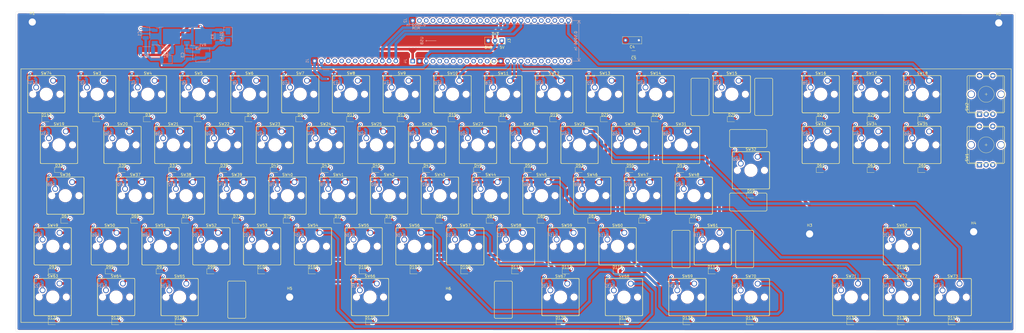
<source format=kicad_pcb>
(kicad_pcb (version 20171130) (host pcbnew 5.1.10)
  (layers (0 F.Cu signal) (1 In1.Cu signal) (2 In2.Cu signal) (31 B.Cu signal) (34 B.Paste user) (35 F.Paste user) (36 B.SilkS user) (37 F.SilkS user) (38 B.Mask user) (39 F.Mask user) (44 Edge.Cuts user))
  (net 0 "")
  (net 1 +5V)
  (net 2 GNDREF)
  (net 3 "Net-(C2-Pad1)")
  (net 4 "Net-(C3-Pad1)")
  (net 5 /Sheet61062637/LED+)
  (net 6 "Net-(D2-Pad2)")
  (net 7 /Sheet61062637/R_0)
  (net 8 "Net-(D4-Pad2)")
  (net 9 "Net-(D6-Pad2)")
  (net 10 "Net-(D8-Pad2)")
  (net 11 "Net-(D10-Pad2)")
  (net 12 "Net-(D12-Pad2)")
  (net 13 "Net-(D14-Pad2)")
  (net 14 "Net-(D16-Pad2)")
  (net 15 "Net-(D18-Pad2)")
  (net 16 "Net-(D20-Pad2)")
  (net 17 "Net-(D22-Pad2)")
  (net 18 "Net-(D24-Pad2)")
  (net 19 "Net-(D26-Pad2)")
  (net 20 "Net-(D28-Pad2)")
  (net 21 "Net-(D30-Pad2)")
  (net 22 "Net-(D32-Pad2)")
  (net 23 /Sheet61062637/R_1)
  (net 24 "Net-(D34-Pad2)")
  (net 25 "Net-(D36-Pad2)")
  (net 26 "Net-(D38-Pad2)")
  (net 27 "Net-(D40-Pad2)")
  (net 28 "Net-(D42-Pad2)")
  (net 29 "Net-(D44-Pad2)")
  (net 30 "Net-(D46-Pad2)")
  (net 31 "Net-(D48-Pad2)")
  (net 32 "Net-(D50-Pad2)")
  (net 33 "Net-(D52-Pad2)")
  (net 34 "Net-(D54-Pad2)")
  (net 35 "Net-(D56-Pad2)")
  (net 36 "Net-(D58-Pad2)")
  (net 37 "Net-(D60-Pad2)")
  (net 38 "Net-(D62-Pad2)")
  (net 39 "Net-(D64-Pad2)")
  (net 40 "Net-(D66-Pad2)")
  (net 41 /Sheet61062637/R_2)
  (net 42 "Net-(D68-Pad2)")
  (net 43 "Net-(D70-Pad2)")
  (net 44 "Net-(D72-Pad2)")
  (net 45 "Net-(D74-Pad2)")
  (net 46 "Net-(D76-Pad2)")
  (net 47 "Net-(D78-Pad2)")
  (net 48 "Net-(D80-Pad2)")
  (net 49 "Net-(D82-Pad2)")
  (net 50 "Net-(D84-Pad2)")
  (net 51 "Net-(D86-Pad2)")
  (net 52 "Net-(D88-Pad2)")
  (net 53 "Net-(D90-Pad2)")
  (net 54 "Net-(D92-Pad2)")
  (net 55 /Sheet61062637/R_3)
  (net 56 "Net-(D94-Pad2)")
  (net 57 "Net-(D96-Pad2)")
  (net 58 "Net-(D98-Pad2)")
  (net 59 "Net-(D100-Pad2)")
  (net 60 "Net-(D102-Pad2)")
  (net 61 "Net-(D104-Pad2)")
  (net 62 "Net-(D106-Pad2)")
  (net 63 "Net-(D108-Pad2)")
  (net 64 "Net-(D110-Pad2)")
  (net 65 "Net-(D112-Pad2)")
  (net 66 "Net-(D114-Pad2)")
  (net 67 "Net-(D116-Pad2)")
  (net 68 "Net-(D118-Pad2)")
  (net 69 "Net-(D120-Pad2)")
  (net 70 /Sheet61062637/R_4)
  (net 71 "Net-(D122-Pad2)")
  (net 72 "Net-(D124-Pad2)")
  (net 73 "Net-(D126-Pad2)")
  (net 74 "Net-(D128-Pad2)")
  (net 75 "Net-(D130-Pad2)")
  (net 76 "Net-(D132-Pad2)")
  (net 77 "Net-(D134-Pad2)")
  (net 78 "Net-(D136-Pad2)")
  (net 79 "Net-(D138-Pad2)")
  (net 80 "Net-(D140-Pad2)")
  (net 81 "Net-(D142-Pad2)")
  (net 82 "Net-(D144-Pad2)")
  (net 83 +3V3)
  (net 84 "Net-(J1-Pad4)")
  (net 85 "Net-(J1-Pad5)")
  (net 86 "Net-(J1-Pad6)")
  (net 87 "Net-(J1-Pad7)")
  (net 88 "Net-(J1-Pad8)")
  (net 89 "Net-(J1-Pad9)")
  (net 90 "Net-(J1-Pad10)")
  (net 91 "Net-(J1-Pad11)")
  (net 92 "Net-(J1-Pad12)")
  (net 93 "Net-(J1-Pad13)")
  (net 94 /Sheet61062637/C_1)
  (net 95 /Sheet61062637/C_0)
  (net 96 "Net-(J2-Pad22)")
  (net 97 "Net-(J2-Pad21)")
  (net 98 "Net-(J2-Pad20)")
  (net 99 "Net-(J2-Pad19)")
  (net 100 "Net-(J2-Pad18)")
  (net 101 "Net-(J2-Pad13)")
  (net 102 "Net-(J2-Pad12)")
  (net 103 "Net-(J2-Pad11)")
  (net 104 "Net-(J2-Pad10)")
  (net 105 "Net-(J2-Pad9)")
  (net 106 /Sheet61062637/C_16)
  (net 107 /Sheet61062637/C_15)
  (net 108 /Sheet61062637/C_14)
  (net 109 /Sheet61062637/C_13)
  (net 110 /Sheet61062637/C_12)
  (net 111 /Sheet61062637/C_11)
  (net 112 /Sheet61062637/C_10)
  (net 113 /Sheet61062637/C_9)
  (net 114 /Sheet61062637/C_8)
  (net 115 /Sheet61062637/C_7)
  (net 116 /Sheet61062637/C_6)
  (net 117 /Sheet61062637/C_5)
  (net 118 /Sheet61062637/C_4)
  (net 119 /Sheet61062637/C_3)
  (net 120 /Sheet61062637/C_2)
  (net 121 "Net-(R1-Pad1)")
  (net 122 "Net-(C4-Pad1)")
  (module Keyboard:Keyboard_80 (layer F.Cu) (at 202.19 82.38)
    (fp_text reference REF** (at 0 0.5) (layer F.SilkS))
    (fp_text value Keyboard_80)
  )
  (module Capacitor_Tantalum_SMD:CP_EIA-3528-12_Kemet-T (layer B.Cu) (at 71.04 72.2 270)
    (fp_text reference C1 (at 0 2.35 90) (layer B.SilkS) (effects (justify mirror)))
    (fp_text value 0.1u/solid_tantalum)
    (pad 2 smd roundrect (at 1.5375 0 270) (size 1.325 2.35) (layers B.Cu B.Paste B.Mask) (roundrect_rratio 0.188679) (net 2 GNDREF))
    (pad 1 smd roundrect (at -1.5375 0 270) (size 1.325 2.35) (layers B.Cu B.Paste B.Mask) (roundrect_rratio 0.188679) (net 1 +5V))
  )
  (module Capacitor_Tantalum_SMD:CP_EIA-3528-12_Kemet-T (layer B.Cu) (at 78.5875 81.88 180)
    (fp_text reference C2 (at 0 2.35) (layer B.SilkS) (effects (justify mirror)))
    (fp_text value 1u/solid_tantalum)
    (pad 1 smd roundrect (at -1.5375 0 180) (size 1.325 2.35) (layers B.Cu B.Paste B.Mask) (roundrect_rratio 0.188679) (net 3 "Net-(C2-Pad1)"))
    (pad 2 smd roundrect (at 1.5375 0 180) (size 1.325 2.35) (layers B.Cu B.Paste B.Mask) (roundrect_rratio 0.188679) (net 2 GNDREF))
  )
  (module Capacitor_Tantalum_SMD:CP_EIA-3528-12_Kemet-T (layer B.Cu) (at 87.19 80.2 270)
    (fp_text reference C3 (at 0 2.35 90) (layer B.SilkS) (effects (justify mirror)))
    (fp_text value 10u/solid_tantalum)
    (pad 2 smd roundrect (at 1.5375 0 270) (size 1.325 2.35) (layers B.Cu B.Paste B.Mask) (roundrect_rratio 0.188679) (net 2 GNDREF))
    (pad 1 smd roundrect (at -1.5375 0 270) (size 1.325 2.35) (layers B.Cu B.Paste B.Mask) (roundrect_rratio 0.188679) (net 4 "Net-(C3-Pad1)"))
  )
  (module LED_SMD:LED_0805_2012Metric (layer F.Cu) (at 52.829181 104.32)
    (fp_text reference D1 (at 0 -1.65) (layer F.SilkS))
    (fp_text value LED)
    (pad 2 smd roundrect (at 0.9375 0) (size 0.975 1.4) (layers F.Cu F.Paste F.Mask) (net 5 /Sheet61062637/LED+))
    (pad 1 smd roundrect (at -0.9375 0) (size 0.975 1.4) (layers F.Cu F.Paste F.Mask) (net 2 GNDREF))
  )
  (module Diode_SMD:D_SOD-323 (layer B.Cu) (at 47.499165 88.98)
    (fp_text reference D2 (at 0 1.85) (layer B.SilkS) (effects (justify mirror)))
    (fp_text value BAT60A)
    (pad 1 smd rect (at -1.05 0) (size 0.6 0.45) (layers B.Cu B.Paste B.Mask) (net 7 /Sheet61062637/R_0))
    (pad 2 smd rect (at 1.05 0) (size 0.6 0.45) (layers B.Cu B.Paste B.Mask) (net 6 "Net-(D2-Pad2)"))
  )
  (module LED_SMD:LED_0805_2012Metric (layer F.Cu) (at 71.878346 104.32)
    (fp_text reference D3 (at 0 -1.65) (layer F.SilkS))
    (fp_text value LED)
    (pad 1 smd roundrect (at -0.9375 0) (size 0.975 1.4) (layers F.Cu F.Paste F.Mask) (net 2 GNDREF))
    (pad 2 smd roundrect (at 0.9375 0) (size 0.975 1.4) (layers F.Cu F.Paste F.Mask) (net 5 /Sheet61062637/LED+))
  )
  (module Diode_SMD:D_SOD-323 (layer B.Cu) (at 66.54833 88.98)
    (fp_text reference D4 (at 0 1.85) (layer B.SilkS) (effects (justify mirror)))
    (fp_text value BAT60A)
    (pad 2 smd rect (at 1.05 0) (size 0.6 0.45) (layers B.Cu B.Paste B.Mask) (net 8 "Net-(D4-Pad2)"))
    (pad 1 smd rect (at -1.05 0) (size 0.6 0.45) (layers B.Cu B.Paste B.Mask) (net 7 /Sheet61062637/R_0))
  )
  (module LED_SMD:LED_0805_2012Metric (layer F.Cu) (at 90.927511 104.32)
    (fp_text reference D5 (at 0 -1.65) (layer F.SilkS))
    (fp_text value LED)
    (pad 2 smd roundrect (at 0.9375 0) (size 0.975 1.4) (layers F.Cu F.Paste F.Mask) (net 5 /Sheet61062637/LED+))
    (pad 1 smd roundrect (at -0.9375 0) (size 0.975 1.4) (layers F.Cu F.Paste F.Mask) (net 2 GNDREF))
  )
  (module Diode_SMD:D_SOD-323 (layer B.Cu) (at 85.597495 88.98)
    (fp_text reference D6 (at 0 1.85) (layer B.SilkS) (effects (justify mirror)))
    (fp_text value BAT60A)
    (pad 2 smd rect (at 1.05 0) (size 0.6 0.45) (layers B.Cu B.Paste B.Mask) (net 9 "Net-(D6-Pad2)"))
    (pad 1 smd rect (at -1.05 0) (size 0.6 0.45) (layers B.Cu B.Paste B.Mask) (net 7 /Sheet61062637/R_0))
  )
  (module LED_SMD:LED_0805_2012Metric (layer F.Cu) (at 109.976676 104.32)
    (fp_text reference D7 (at 0 -1.65) (layer F.SilkS))
    (fp_text value LED)
    (pad 1 smd roundrect (at -0.9375 0) (size 0.975 1.4) (layers F.Cu F.Paste F.Mask) (net 2 GNDREF))
    (pad 2 smd roundrect (at 0.9375 0) (size 0.975 1.4) (layers F.Cu F.Paste F.Mask) (net 5 /Sheet61062637/LED+))
  )
  (module Diode_SMD:D_SOD-323 (layer B.Cu) (at 104.64666 88.98)
    (fp_text reference D8 (at 0 1.85) (layer B.SilkS) (effects (justify mirror)))
    (fp_text value BAT60A)
    (pad 2 smd rect (at 1.05 0) (size 0.6 0.45) (layers B.Cu B.Paste B.Mask) (net 10 "Net-(D8-Pad2)"))
    (pad 1 smd rect (at -1.05 0) (size 0.6 0.45) (layers B.Cu B.Paste B.Mask) (net 7 /Sheet61062637/R_0))
  )
  (module LED_SMD:LED_0805_2012Metric (layer F.Cu) (at 129.025841 104.32)
    (fp_text reference D9 (at 0 -1.65) (layer F.SilkS))
    (fp_text value LED)
    (pad 1 smd roundrect (at -0.9375 0) (size 0.975 1.4) (layers F.Cu F.Paste F.Mask) (net 2 GNDREF))
    (pad 2 smd roundrect (at 0.9375 0) (size 0.975 1.4) (layers F.Cu F.Paste F.Mask) (net 5 /Sheet61062637/LED+))
  )
  (module Diode_SMD:D_SOD-323 (layer B.Cu) (at 123.695825 88.98)
    (fp_text reference D10 (at 0 1.85) (layer B.SilkS) (effects (justify mirror)))
    (fp_text value BAT60A)
    (pad 2 smd rect (at 1.05 0) (size 0.6 0.45) (layers B.Cu B.Paste B.Mask) (net 11 "Net-(D10-Pad2)"))
    (pad 1 smd rect (at -1.05 0) (size 0.6 0.45) (layers B.Cu B.Paste B.Mask) (net 7 /Sheet61062637/R_0))
  )
  (module LED_SMD:LED_0805_2012Metric (layer F.Cu) (at 148.075006 104.32)
    (fp_text reference D11 (at 0 -1.65) (layer F.SilkS))
    (fp_text value LED)
    (pad 2 smd roundrect (at 0.9375 0) (size 0.975 1.4) (layers F.Cu F.Paste F.Mask) (net 5 /Sheet61062637/LED+))
    (pad 1 smd roundrect (at -0.9375 0) (size 0.975 1.4) (layers F.Cu F.Paste F.Mask) (net 2 GNDREF))
  )
  (module Diode_SMD:D_SOD-323 (layer B.Cu) (at 142.74499 88.98)
    (fp_text reference D12 (at 0 1.85) (layer B.SilkS) (effects (justify mirror)))
    (fp_text value BAT60A)
    (pad 1 smd rect (at -1.05 0) (size 0.6 0.45) (layers B.Cu B.Paste B.Mask) (net 7 /Sheet61062637/R_0))
    (pad 2 smd rect (at 1.05 0) (size 0.6 0.45) (layers B.Cu B.Paste B.Mask) (net 12 "Net-(D12-Pad2)"))
  )
  (module LED_SMD:LED_0805_2012Metric (layer F.Cu) (at 167.124171 104.32)
    (fp_text reference D13 (at 0 -1.65) (layer F.SilkS))
    (fp_text value LED)
    (pad 2 smd roundrect (at 0.9375 0) (size 0.975 1.4) (layers F.Cu F.Paste F.Mask) (net 5 /Sheet61062637/LED+))
    (pad 1 smd roundrect (at -0.9375 0) (size 0.975 1.4) (layers F.Cu F.Paste F.Mask) (net 2 GNDREF))
  )
  (module Diode_SMD:D_SOD-323 (layer B.Cu) (at 161.794155 88.98)
    (fp_text reference D14 (at 0 1.85) (layer B.SilkS) (effects (justify mirror)))
    (fp_text value BAT60A)
    (pad 1 smd rect (at -1.05 0) (size 0.6 0.45) (layers B.Cu B.Paste B.Mask) (net 7 /Sheet61062637/R_0))
    (pad 2 smd rect (at 1.05 0) (size 0.6 0.45) (layers B.Cu B.Paste B.Mask) (net 13 "Net-(D14-Pad2)"))
  )
  (module LED_SMD:LED_0805_2012Metric (layer F.Cu) (at 186.173336 104.32)
    (fp_text reference D15 (at 0 -1.65) (layer F.SilkS))
    (fp_text value LED)
    (pad 2 smd roundrect (at 0.9375 0) (size 0.975 1.4) (layers F.Cu F.Paste F.Mask) (net 5 /Sheet61062637/LED+))
    (pad 1 smd roundrect (at -0.9375 0) (size 0.975 1.4) (layers F.Cu F.Paste F.Mask) (net 2 GNDREF))
  )
  (module Diode_SMD:D_SOD-323 (layer B.Cu) (at 180.84332 88.98)
    (fp_text reference D16 (at 0 1.85) (layer B.SilkS) (effects (justify mirror)))
    (fp_text value BAT60A)
    (pad 1 smd rect (at -1.05 0) (size 0.6 0.45) (layers B.Cu B.Paste B.Mask) (net 7 /Sheet61062637/R_0))
    (pad 2 smd rect (at 1.05 0) (size 0.6 0.45) (layers B.Cu B.Paste B.Mask) (net 14 "Net-(D16-Pad2)"))
  )
  (module LED_SMD:LED_0805_2012Metric (layer F.Cu) (at 205.222501 104.32)
    (fp_text reference D17 (at 0 -1.65) (layer F.SilkS))
    (fp_text value LED)
    (pad 2 smd roundrect (at 0.9375 0) (size 0.975 1.4) (layers F.Cu F.Paste F.Mask) (net 5 /Sheet61062637/LED+))
    (pad 1 smd roundrect (at -0.9375 0) (size 0.975 1.4) (layers F.Cu F.Paste F.Mask) (net 2 GNDREF))
  )
  (module Diode_SMD:D_SOD-323 (layer B.Cu) (at 199.892485 88.98)
    (fp_text reference D18 (at 0 1.85) (layer B.SilkS) (effects (justify mirror)))
    (fp_text value BAT60A)
    (pad 2 smd rect (at 1.05 0) (size 0.6 0.45) (layers B.Cu B.Paste B.Mask) (net 15 "Net-(D18-Pad2)"))
    (pad 1 smd rect (at -1.05 0) (size 0.6 0.45) (layers B.Cu B.Paste B.Mask) (net 7 /Sheet61062637/R_0))
  )
  (module LED_SMD:LED_0805_2012Metric (layer F.Cu) (at 224.271666 104.32)
    (fp_text reference D19 (at 0 -1.65) (layer F.SilkS))
    (fp_text value LED)
    (pad 2 smd roundrect (at 0.9375 0) (size 0.975 1.4) (layers F.Cu F.Paste F.Mask) (net 5 /Sheet61062637/LED+))
    (pad 1 smd roundrect (at -0.9375 0) (size 0.975 1.4) (layers F.Cu F.Paste F.Mask) (net 2 GNDREF))
  )
  (module Diode_SMD:D_SOD-323 (layer B.Cu) (at 218.94165 88.98)
    (fp_text reference D20 (at 0 1.85) (layer B.SilkS) (effects (justify mirror)))
    (fp_text value BAT60A)
    (pad 1 smd rect (at -1.05 0) (size 0.6 0.45) (layers B.Cu B.Paste B.Mask) (net 7 /Sheet61062637/R_0))
    (pad 2 smd rect (at 1.05 0) (size 0.6 0.45) (layers B.Cu B.Paste B.Mask) (net 16 "Net-(D20-Pad2)"))
  )
  (module LED_SMD:LED_0805_2012Metric (layer F.Cu) (at 243.320831 104.32)
    (fp_text reference D21 (at 0 -1.65) (layer F.SilkS))
    (fp_text value LED)
    (pad 2 smd roundrect (at 0.9375 0) (size 0.975 1.4) (layers F.Cu F.Paste F.Mask) (net 5 /Sheet61062637/LED+))
    (pad 1 smd roundrect (at -0.9375 0) (size 0.975 1.4) (layers F.Cu F.Paste F.Mask) (net 2 GNDREF))
  )
  (module Diode_SMD:D_SOD-323 (layer B.Cu) (at 237.990815 88.98)
    (fp_text reference D22 (at 0 1.85) (layer B.SilkS) (effects (justify mirror)))
    (fp_text value BAT60A)
    (pad 1 smd rect (at -1.05 0) (size 0.6 0.45) (layers B.Cu B.Paste B.Mask) (net 7 /Sheet61062637/R_0))
    (pad 2 smd rect (at 1.05 0) (size 0.6 0.45) (layers B.Cu B.Paste B.Mask) (net 17 "Net-(D22-Pad2)"))
  )
  (module LED_SMD:LED_0805_2012Metric (layer F.Cu) (at 262.369996 104.32)
    (fp_text reference D23 (at 0 -1.65) (layer F.SilkS))
    (fp_text value LED)
    (pad 2 smd roundrect (at 0.9375 0) (size 0.975 1.4) (layers F.Cu F.Paste F.Mask) (net 5 /Sheet61062637/LED+))
    (pad 1 smd roundrect (at -0.9375 0) (size 0.975 1.4) (layers F.Cu F.Paste F.Mask) (net 2 GNDREF))
  )
  (module Diode_SMD:D_SOD-323 (layer B.Cu) (at 257.03998 88.98)
    (fp_text reference D24 (at 0 1.85) (layer B.SilkS) (effects (justify mirror)))
    (fp_text value BAT60A)
    (pad 1 smd rect (at -1.05 0) (size 0.6 0.45) (layers B.Cu B.Paste B.Mask) (net 7 /Sheet61062637/R_0))
    (pad 2 smd rect (at 1.05 0) (size 0.6 0.45) (layers B.Cu B.Paste B.Mask) (net 18 "Net-(D24-Pad2)"))
  )
  (module LED_SMD:LED_0805_2012Metric (layer F.Cu) (at 290.940008 104.32)
    (fp_text reference D25 (at 0 -1.65) (layer F.SilkS))
    (fp_text value LED)
    (pad 1 smd roundrect (at -0.9375 0) (size 0.975 1.4) (layers F.Cu F.Paste F.Mask) (net 2 GNDREF))
    (pad 2 smd roundrect (at 0.9375 0) (size 0.975 1.4) (layers F.Cu F.Paste F.Mask) (net 5 /Sheet61062637/LED+))
  )
  (module Diode_SMD:D_SOD-323 (layer B.Cu) (at 285.609992 88.98)
    (fp_text reference D26 (at 0 1.85) (layer B.SilkS) (effects (justify mirror)))
    (fp_text value BAT60A)
    (pad 1 smd rect (at -1.05 0) (size 0.6 0.45) (layers B.Cu B.Paste B.Mask) (net 7 /Sheet61062637/R_0))
    (pad 2 smd rect (at 1.05 0) (size 0.6 0.45) (layers B.Cu B.Paste B.Mask) (net 19 "Net-(D26-Pad2)"))
  )
  (module LED_SMD:LED_0805_2012Metric (layer F.Cu) (at 324.300012 104.32)
    (fp_text reference D27 (at 0 -1.65) (layer F.SilkS))
    (fp_text value LED)
    (pad 1 smd roundrect (at -0.9375 0) (size 0.975 1.4) (layers F.Cu F.Paste F.Mask) (net 2 GNDREF))
    (pad 2 smd roundrect (at 0.9375 0) (size 0.975 1.4) (layers F.Cu F.Paste F.Mask) (net 5 /Sheet61062637/LED+))
  )
  (module Diode_SMD:D_SOD-323 (layer B.Cu) (at 318.969996 88.98)
    (fp_text reference D28 (at 0 1.85) (layer B.SilkS) (effects (justify mirror)))
    (fp_text value BAT60A)
    (pad 2 smd rect (at 1.05 0) (size 0.6 0.45) (layers B.Cu B.Paste B.Mask) (net 20 "Net-(D28-Pad2)"))
    (pad 1 smd rect (at -1.05 0) (size 0.6 0.45) (layers B.Cu B.Paste B.Mask) (net 7 /Sheet61062637/R_0))
  )
  (module LED_SMD:LED_0805_2012Metric (layer F.Cu) (at 343.365008 104.32)
    (fp_text reference D29 (at 0 -1.65) (layer F.SilkS))
    (fp_text value LED)
    (pad 1 smd roundrect (at -0.9375 0) (size 0.975 1.4) (layers F.Cu F.Paste F.Mask) (net 2 GNDREF))
    (pad 2 smd roundrect (at 0.9375 0) (size 0.975 1.4) (layers F.Cu F.Paste F.Mask) (net 5 /Sheet61062637/LED+))
  )
  (module Diode_SMD:D_SOD-323 (layer B.Cu) (at 338.034992 88.98)
    (fp_text reference D30 (at 0 1.85) (layer B.SilkS) (effects (justify mirror)))
    (fp_text value BAT60A)
    (pad 1 smd rect (at -1.05 0) (size 0.6 0.45) (layers B.Cu B.Paste B.Mask) (net 7 /Sheet61062637/R_0))
    (pad 2 smd rect (at 1.05 0) (size 0.6 0.45) (layers B.Cu B.Paste B.Mask) (net 21 "Net-(D30-Pad2)"))
  )
  (module LED_SMD:LED_0805_2012Metric (layer F.Cu) (at 362.42 104.32)
    (fp_text reference D31 (at 0 -1.65) (layer F.SilkS))
    (fp_text value LED)
    (pad 1 smd roundrect (at -0.9375 0) (size 0.975 1.4) (layers F.Cu F.Paste F.Mask) (net 2 GNDREF))
    (pad 2 smd roundrect (at 0.9375 0) (size 0.975 1.4) (layers F.Cu F.Paste F.Mask) (net 5 /Sheet61062637/LED+))
  )
  (module Diode_SMD:D_SOD-323 (layer B.Cu) (at 357.089984 88.98)
    (fp_text reference D32 (at 0 1.85) (layer B.SilkS) (effects (justify mirror)))
    (fp_text value BAT60A)
    (pad 2 smd rect (at 1.05 0) (size 0.6 0.45) (layers B.Cu B.Paste B.Mask) (net 22 "Net-(D32-Pad2)"))
    (pad 1 smd rect (at -1.05 0) (size 0.6 0.45) (layers B.Cu B.Paste B.Mask) (net 7 /Sheet61062637/R_0))
  )
  (module LED_SMD:LED_0805_2012Metric (layer F.Cu) (at 38.530006 123.380008)
    (fp_text reference D33 (at 0 -1.65) (layer F.SilkS))
    (fp_text value LED)
    (pad 1 smd roundrect (at -0.9375 0) (size 0.975 1.4) (layers F.Cu F.Paste F.Mask) (net 2 GNDREF))
    (pad 2 smd roundrect (at 0.9375 0) (size 0.975 1.4) (layers F.Cu F.Paste F.Mask) (net 5 /Sheet61062637/LED+))
  )
  (module Diode_SMD:D_SOD-323 (layer B.Cu) (at 33.19999 108.040008)
    (fp_text reference D34 (at 0 1.85) (layer B.SilkS) (effects (justify mirror)))
    (fp_text value BAT60A)
    (pad 2 smd rect (at 1.05 0) (size 0.6 0.45) (layers B.Cu B.Paste B.Mask) (net 24 "Net-(D34-Pad2)"))
    (pad 1 smd rect (at -1.05 0) (size 0.6 0.45) (layers B.Cu B.Paste B.Mask) (net 23 /Sheet61062637/R_1))
  )
  (module LED_SMD:LED_0805_2012Metric (layer F.Cu) (at 62.380002 123.380008)
    (fp_text reference D35 (at 0 -1.65) (layer F.SilkS))
    (fp_text value LED)
    (pad 1 smd roundrect (at -0.9375 0) (size 0.975 1.4) (layers F.Cu F.Paste F.Mask) (net 2 GNDREF))
    (pad 2 smd roundrect (at 0.9375 0) (size 0.975 1.4) (layers F.Cu F.Paste F.Mask) (net 5 /Sheet61062637/LED+))
  )
  (module Diode_SMD:D_SOD-323 (layer B.Cu) (at 57.049986 108.040008)
    (fp_text reference D36 (at 0 1.85) (layer B.SilkS) (effects (justify mirror)))
    (fp_text value BAT60A)
    (pad 2 smd rect (at 1.05 0) (size 0.6 0.45) (layers B.Cu B.Paste B.Mask) (net 25 "Net-(D36-Pad2)"))
    (pad 1 smd rect (at -1.05 0) (size 0.6 0.45) (layers B.Cu B.Paste B.Mask) (net 23 /Sheet61062637/R_1))
  )
  (module LED_SMD:LED_0805_2012Metric (layer F.Cu) (at 81.429093 123.380008)
    (fp_text reference D37 (at 0 -1.65) (layer F.SilkS))
    (fp_text value LED)
    (pad 2 smd roundrect (at 0.9375 0) (size 0.975 1.4) (layers F.Cu F.Paste F.Mask) (net 5 /Sheet61062637/LED+))
    (pad 1 smd roundrect (at -0.9375 0) (size 0.975 1.4) (layers F.Cu F.Paste F.Mask) (net 2 GNDREF))
  )
  (module Diode_SMD:D_SOD-323 (layer B.Cu) (at 76.099077 108.040008)
    (fp_text reference D38 (at 0 1.85) (layer B.SilkS) (effects (justify mirror)))
    (fp_text value BAT60A)
    (pad 2 smd rect (at 1.05 0) (size 0.6 0.45) (layers B.Cu B.Paste B.Mask) (net 26 "Net-(D38-Pad2)"))
    (pad 1 smd rect (at -1.05 0) (size 0.6 0.45) (layers B.Cu B.Paste B.Mask) (net 23 /Sheet61062637/R_1))
  )
  (module LED_SMD:LED_0805_2012Metric (layer F.Cu) (at 100.478184 123.380008)
    (fp_text reference D39 (at 0 -1.65) (layer F.SilkS))
    (fp_text value LED)
    (pad 1 smd roundrect (at -0.9375 0) (size 0.975 1.4) (layers F.Cu F.Paste F.Mask) (net 2 GNDREF))
    (pad 2 smd roundrect (at 0.9375 0) (size 0.975 1.4) (layers F.Cu F.Paste F.Mask) (net 5 /Sheet61062637/LED+))
  )
  (module Diode_SMD:D_SOD-323 (layer B.Cu) (at 95.148168 108.040008)
    (fp_text reference D40 (at 0 1.85) (layer B.SilkS) (effects (justify mirror)))
    (fp_text value BAT60A)
    (pad 1 smd rect (at -1.05 0) (size 0.6 0.45) (layers B.Cu B.Paste B.Mask) (net 23 /Sheet61062637/R_1))
    (pad 2 smd rect (at 1.05 0) (size 0.6 0.45) (layers B.Cu B.Paste B.Mask) (net 27 "Net-(D40-Pad2)"))
  )
  (module LED_SMD:LED_0805_2012Metric (layer F.Cu) (at 119.527275 123.380008)
    (fp_text reference D41 (at 0 -1.65) (layer F.SilkS))
    (fp_text value LED)
    (pad 2 smd roundrect (at 0.9375 0) (size 0.975 1.4) (layers F.Cu F.Paste F.Mask) (net 5 /Sheet61062637/LED+))
    (pad 1 smd roundrect (at -0.9375 0) (size 0.975 1.4) (layers F.Cu F.Paste F.Mask) (net 2 GNDREF))
  )
  (module Diode_SMD:D_SOD-323 (layer B.Cu) (at 114.197259 108.040008)
    (fp_text reference D42 (at 0 1.85) (layer B.SilkS) (effects (justify mirror)))
    (fp_text value BAT60A)
    (pad 2 smd rect (at 1.05 0) (size 0.6 0.45) (layers B.Cu B.Paste B.Mask) (net 28 "Net-(D42-Pad2)"))
    (pad 1 smd rect (at -1.05 0) (size 0.6 0.45) (layers B.Cu B.Paste B.Mask) (net 23 /Sheet61062637/R_1))
  )
  (module LED_SMD:LED_0805_2012Metric (layer F.Cu) (at 138.576366 123.380008)
    (fp_text reference D43 (at 0 -1.65) (layer F.SilkS))
    (fp_text value LED)
    (pad 1 smd roundrect (at -0.9375 0) (size 0.975 1.4) (layers F.Cu F.Paste F.Mask) (net 2 GNDREF))
    (pad 2 smd roundrect (at 0.9375 0) (size 0.975 1.4) (layers F.Cu F.Paste F.Mask) (net 5 /Sheet61062637/LED+))
  )
  (module Diode_SMD:D_SOD-323 (layer B.Cu) (at 133.24635 108.040008)
    (fp_text reference D44 (at 0 1.85) (layer B.SilkS) (effects (justify mirror)))
    (fp_text value BAT60A)
    (pad 1 smd rect (at -1.05 0) (size 0.6 0.45) (layers B.Cu B.Paste B.Mask) (net 23 /Sheet61062637/R_1))
    (pad 2 smd rect (at 1.05 0) (size 0.6 0.45) (layers B.Cu B.Paste B.Mask) (net 29 "Net-(D44-Pad2)"))
  )
  (module LED_SMD:LED_0805_2012Metric (layer F.Cu) (at 157.625457 123.380008)
    (fp_text reference D45 (at 0 -1.65) (layer F.SilkS))
    (fp_text value LED)
    (pad 2 smd roundrect (at 0.9375 0) (size 0.975 1.4) (layers F.Cu F.Paste F.Mask) (net 5 /Sheet61062637/LED+))
    (pad 1 smd roundrect (at -0.9375 0) (size 0.975 1.4) (layers F.Cu F.Paste F.Mask) (net 2 GNDREF))
  )
  (module Diode_SMD:D_SOD-323 (layer B.Cu) (at 152.295441 108.040008)
    (fp_text reference D46 (at 0 1.85) (layer B.SilkS) (effects (justify mirror)))
    (fp_text value BAT60A)
    (pad 1 smd rect (at -1.05 0) (size 0.6 0.45) (layers B.Cu B.Paste B.Mask) (net 23 /Sheet61062637/R_1))
    (pad 2 smd rect (at 1.05 0) (size 0.6 0.45) (layers B.Cu B.Paste B.Mask) (net 30 "Net-(D46-Pad2)"))
  )
  (module LED_SMD:LED_0805_2012Metric (layer F.Cu) (at 176.674548 123.380008)
    (fp_text reference D47 (at 0 -1.65) (layer F.SilkS))
    (fp_text value LED)
    (pad 2 smd roundrect (at 0.9375 0) (size 0.975 1.4) (layers F.Cu F.Paste F.Mask) (net 5 /Sheet61062637/LED+))
    (pad 1 smd roundrect (at -0.9375 0) (size 0.975 1.4) (layers F.Cu F.Paste F.Mask) (net 2 GNDREF))
  )
  (module Diode_SMD:D_SOD-323 (layer B.Cu) (at 171.344532 108.040008)
    (fp_text reference D48 (at 0 1.85) (layer B.SilkS) (effects (justify mirror)))
    (fp_text value BAT60A)
    (pad 1 smd rect (at -1.05 0) (size 0.6 0.45) (layers B.Cu B.Paste B.Mask) (net 23 /Sheet61062637/R_1))
    (pad 2 smd rect (at 1.05 0) (size 0.6 0.45) (layers B.Cu B.Paste B.Mask) (net 31 "Net-(D48-Pad2)"))
  )
  (module LED_SMD:LED_0805_2012Metric (layer F.Cu) (at 195.723639 123.380008)
    (fp_text reference D49 (at 0 -1.65) (layer F.SilkS))
    (fp_text value LED)
    (pad 1 smd roundrect (at -0.9375 0) (size 0.975 1.4) (layers F.Cu F.Paste F.Mask) (net 2 GNDREF))
    (pad 2 smd roundrect (at 0.9375 0) (size 0.975 1.4) (layers F.Cu F.Paste F.Mask) (net 5 /Sheet61062637/LED+))
  )
  (module Diode_SMD:D_SOD-323 (layer B.Cu) (at 190.393623 108.040008)
    (fp_text reference D50 (at 0 1.85) (layer B.SilkS) (effects (justify mirror)))
    (fp_text value BAT60A)
    (pad 2 smd rect (at 1.05 0) (size 0.6 0.45) (layers B.Cu B.Paste B.Mask) (net 32 "Net-(D50-Pad2)"))
    (pad 1 smd rect (at -1.05 0) (size 0.6 0.45) (layers B.Cu B.Paste B.Mask) (net 23 /Sheet61062637/R_1))
  )
  (module LED_SMD:LED_0805_2012Metric (layer F.Cu) (at 214.77273 123.380008)
    (fp_text reference D51 (at 0 -1.65) (layer F.SilkS))
    (fp_text value LED)
    (pad 1 smd roundrect (at -0.9375 0) (size 0.975 1.4) (layers F.Cu F.Paste F.Mask) (net 2 GNDREF))
    (pad 2 smd roundrect (at 0.9375 0) (size 0.975 1.4) (layers F.Cu F.Paste F.Mask) (net 5 /Sheet61062637/LED+))
  )
  (module Diode_SMD:D_SOD-323 (layer B.Cu) (at 209.442714 108.040008)
    (fp_text reference D52 (at 0 1.85) (layer B.SilkS) (effects (justify mirror)))
    (fp_text value BAT60A)
    (pad 1 smd rect (at -1.05 0) (size 0.6 0.45) (layers B.Cu B.Paste B.Mask) (net 23 /Sheet61062637/R_1))
    (pad 2 smd rect (at 1.05 0) (size 0.6 0.45) (layers B.Cu B.Paste B.Mask) (net 33 "Net-(D52-Pad2)"))
  )
  (module LED_SMD:LED_0805_2012Metric (layer F.Cu) (at 233.821821 123.380008)
    (fp_text reference D53 (at 0 -1.65) (layer F.SilkS))
    (fp_text value LED)
    (pad 2 smd roundrect (at 0.9375 0) (size 0.975 1.4) (layers F.Cu F.Paste F.Mask) (net 5 /Sheet61062637/LED+))
    (pad 1 smd roundrect (at -0.9375 0) (size 0.975 1.4) (layers F.Cu F.Paste F.Mask) (net 2 GNDREF))
  )
  (module Diode_SMD:D_SOD-323 (layer B.Cu) (at 228.491805 108.040008)
    (fp_text reference D54 (at 0 1.85) (layer B.SilkS) (effects (justify mirror)))
    (fp_text value BAT60A)
    (pad 1 smd rect (at -1.05 0) (size 0.6 0.45) (layers B.Cu B.Paste B.Mask) (net 23 /Sheet61062637/R_1))
    (pad 2 smd rect (at 1.05 0) (size 0.6 0.45) (layers B.Cu B.Paste B.Mask) (net 34 "Net-(D54-Pad2)"))
  )
  (module LED_SMD:LED_0805_2012Metric (layer F.Cu) (at 252.870912 123.380008)
    (fp_text reference D55 (at 0 -1.65) (layer F.SilkS))
    (fp_text value LED)
    (pad 1 smd roundrect (at -0.9375 0) (size 0.975 1.4) (layers F.Cu F.Paste F.Mask) (net 2 GNDREF))
    (pad 2 smd roundrect (at 0.9375 0) (size 0.975 1.4) (layers F.Cu F.Paste F.Mask) (net 5 /Sheet61062637/LED+))
  )
  (module Diode_SMD:D_SOD-323 (layer B.Cu) (at 247.540896 108.040008)
    (fp_text reference D56 (at 0 1.85) (layer B.SilkS) (effects (justify mirror)))
    (fp_text value BAT60A)
    (pad 1 smd rect (at -1.05 0) (size 0.6 0.45) (layers B.Cu B.Paste B.Mask) (net 23 /Sheet61062637/R_1))
    (pad 2 smd rect (at 1.05 0) (size 0.6 0.45) (layers B.Cu B.Paste B.Mask) (net 35 "Net-(D56-Pad2)"))
  )
  (module LED_SMD:LED_0805_2012Metric (layer F.Cu) (at 271.920003 123.380008)
    (fp_text reference D57 (at 0 -1.65) (layer F.SilkS))
    (fp_text value LED)
    (pad 2 smd roundrect (at 0.9375 0) (size 0.975 1.4) (layers F.Cu F.Paste F.Mask) (net 5 /Sheet61062637/LED+))
    (pad 1 smd roundrect (at -0.9375 0) (size 0.975 1.4) (layers F.Cu F.Paste F.Mask) (net 2 GNDREF))
  )
  (module Diode_SMD:D_SOD-323 (layer B.Cu) (at 266.589987 108.040008)
    (fp_text reference D58 (at 0 1.85) (layer B.SilkS) (effects (justify mirror)))
    (fp_text value BAT60A)
    (pad 1 smd rect (at -1.05 0) (size 0.6 0.45) (layers B.Cu B.Paste B.Mask) (net 23 /Sheet61062637/R_1))
    (pad 2 smd rect (at 1.05 0) (size 0.6 0.45) (layers B.Cu B.Paste B.Mask) (net 36 "Net-(D58-Pad2)"))
  )
  (module LED_SMD:LED_0805_2012Metric (layer F.Cu) (at 298.100008 132.920006)
    (fp_text reference D59 (at 0 -1.65) (layer F.SilkS))
    (fp_text value LED)
    (pad 1 smd roundrect (at -0.9375 0) (size 0.975 1.4) (layers F.Cu F.Paste F.Mask) (net 2 GNDREF))
    (pad 2 smd roundrect (at 0.9375 0) (size 0.975 1.4) (layers F.Cu F.Paste F.Mask) (net 5 /Sheet61062637/LED+))
  )
  (module Diode_SMD:D_SOD-323 (layer B.Cu) (at 292.769992 117.580006)
    (fp_text reference D60 (at 0 1.85) (layer B.SilkS) (effects (justify mirror)))
    (fp_text value BAT60A)
    (pad 1 smd rect (at -1.05 0) (size 0.6 0.45) (layers B.Cu B.Paste B.Mask) (net 23 /Sheet61062637/R_1))
    (pad 2 smd rect (at 1.05 0) (size 0.6 0.45) (layers B.Cu B.Paste B.Mask) (net 37 "Net-(D60-Pad2)"))
  )
  (module LED_SMD:LED_0805_2012Metric (layer F.Cu) (at 324.300012 123.380008)
    (fp_text reference D61 (at 0 -1.65) (layer F.SilkS))
    (fp_text value LED)
    (pad 2 smd roundrect (at 0.9375 0) (size 0.975 1.4) (layers F.Cu F.Paste F.Mask) (net 5 /Sheet61062637/LED+))
    (pad 1 smd roundrect (at -0.9375 0) (size 0.975 1.4) (layers F.Cu F.Paste F.Mask) (net 2 GNDREF))
  )
  (module Diode_SMD:D_SOD-323 (layer B.Cu) (at 318.969996 108.040008)
    (fp_text reference D62 (at 0 1.85) (layer B.SilkS) (effects (justify mirror)))
    (fp_text value BAT60A)
    (pad 2 smd rect (at 1.05 0) (size 0.6 0.45) (layers B.Cu B.Paste B.Mask) (net 38 "Net-(D62-Pad2)"))
    (pad 1 smd rect (at -1.05 0) (size 0.6 0.45) (layers B.Cu B.Paste B.Mask) (net 23 /Sheet61062637/R_1))
  )
  (module LED_SMD:LED_0805_2012Metric (layer F.Cu) (at 343.360006 123.380008)
    (fp_text reference D63 (at 0 -1.65) (layer F.SilkS))
    (fp_text value LED)
    (pad 1 smd roundrect (at -0.9375 0) (size 0.975 1.4) (layers F.Cu F.Paste F.Mask) (net 2 GNDREF))
    (pad 2 smd roundrect (at 0.9375 0) (size 0.975 1.4) (layers F.Cu F.Paste F.Mask) (net 5 /Sheet61062637/LED+))
  )
  (module Diode_SMD:D_SOD-323 (layer B.Cu) (at 338.02999 108.040008)
    (fp_text reference D64 (at 0 1.85) (layer B.SilkS) (effects (justify mirror)))
    (fp_text value BAT60A)
    (pad 1 smd rect (at -1.05 0) (size 0.6 0.45) (layers B.Cu B.Paste B.Mask) (net 23 /Sheet61062637/R_1))
    (pad 2 smd rect (at 1.05 0) (size 0.6 0.45) (layers B.Cu B.Paste B.Mask) (net 39 "Net-(D64-Pad2)"))
  )
  (module LED_SMD:LED_0805_2012Metric (layer F.Cu) (at 362.42 123.380008)
    (fp_text reference D65 (at 0 -1.65) (layer F.SilkS))
    (fp_text value LED)
    (pad 2 smd roundrect (at 0.9375 0) (size 0.975 1.4) (layers F.Cu F.Paste F.Mask) (net 5 /Sheet61062637/LED+))
    (pad 1 smd roundrect (at -0.9375 0) (size 0.975 1.4) (layers F.Cu F.Paste F.Mask) (net 2 GNDREF))
  )
  (module Diode_SMD:D_SOD-323 (layer B.Cu) (at 357.089984 108.040008)
    (fp_text reference D66 (at 0 1.85) (layer B.SilkS) (effects (justify mirror)))
    (fp_text value BAT60A)
    (pad 1 smd rect (at -1.05 0) (size 0.6 0.45) (layers B.Cu B.Paste B.Mask) (net 23 /Sheet61062637/R_1))
    (pad 2 smd rect (at 1.05 0) (size 0.6 0.45) (layers B.Cu B.Paste B.Mask) (net 40 "Net-(D66-Pad2)"))
  )
  (module LED_SMD:LED_0805_2012Metric (layer F.Cu) (at 40.910012 142.430012)
    (fp_text reference D67 (at 0 -1.65) (layer F.SilkS))
    (fp_text value LED)
    (pad 2 smd roundrect (at 0.9375 0) (size 0.975 1.4) (layers F.Cu F.Paste F.Mask) (net 5 /Sheet61062637/LED+))
    (pad 1 smd roundrect (at -0.9375 0) (size 0.975 1.4) (layers F.Cu F.Paste F.Mask) (net 2 GNDREF))
  )
  (module Diode_SMD:D_SOD-323 (layer B.Cu) (at 35.579996 127.090012)
    (fp_text reference D68 (at 0 1.85) (layer B.SilkS) (effects (justify mirror)))
    (fp_text value BAT60A)
    (pad 2 smd rect (at 1.05 0) (size 0.6 0.45) (layers B.Cu B.Paste B.Mask) (net 42 "Net-(D68-Pad2)"))
    (pad 1 smd rect (at -1.05 0) (size 0.6 0.45) (layers B.Cu B.Paste B.Mask) (net 41 /Sheet61062637/R_2))
  )
  (module LED_SMD:LED_0805_2012Metric (layer F.Cu) (at 67.130012 142.430012)
    (fp_text reference D69 (at 0 -1.65) (layer F.SilkS))
    (fp_text value LED)
    (pad 1 smd roundrect (at -0.9375 0) (size 0.975 1.4) (layers F.Cu F.Paste F.Mask) (net 2 GNDREF))
    (pad 2 smd roundrect (at 0.9375 0) (size 0.975 1.4) (layers F.Cu F.Paste F.Mask) (net 5 /Sheet61062637/LED+))
  )
  (module Diode_SMD:D_SOD-323 (layer B.Cu) (at 61.799996 127.090012)
    (fp_text reference D70 (at 0 1.85) (layer B.SilkS) (effects (justify mirror)))
    (fp_text value BAT60A)
    (pad 1 smd rect (at -1.05 0) (size 0.6 0.45) (layers B.Cu B.Paste B.Mask) (net 41 /Sheet61062637/R_2))
    (pad 2 smd rect (at 1.05 0) (size 0.6 0.45) (layers B.Cu B.Paste B.Mask) (net 43 "Net-(D70-Pad2)"))
  )
  (module LED_SMD:LED_0805_2012Metric (layer F.Cu) (at 86.183648 142.430012)
    (fp_text reference D71 (at 0 -1.65) (layer F.SilkS))
    (fp_text value LED)
    (pad 2 smd roundrect (at 0.9375 0) (size 0.975 1.4) (layers F.Cu F.Paste F.Mask) (net 5 /Sheet61062637/LED+))
    (pad 1 smd roundrect (at -0.9375 0) (size 0.975 1.4) (layers F.Cu F.Paste F.Mask) (net 2 GNDREF))
  )
  (module Diode_SMD:D_SOD-323 (layer B.Cu) (at 80.853632 127.090012)
    (fp_text reference D72 (at 0 1.85) (layer B.SilkS) (effects (justify mirror)))
    (fp_text value BAT60A)
    (pad 2 smd rect (at 1.05 0) (size 0.6 0.45) (layers B.Cu B.Paste B.Mask) (net 44 "Net-(D72-Pad2)"))
    (pad 1 smd rect (at -1.05 0) (size 0.6 0.45) (layers B.Cu B.Paste B.Mask) (net 41 /Sheet61062637/R_2))
  )
  (module LED_SMD:LED_0805_2012Metric (layer F.Cu) (at 105.237284 142.430012)
    (fp_text reference D73 (at 0 -1.65) (layer F.SilkS))
    (fp_text value LED)
    (pad 2 smd roundrect (at 0.9375 0) (size 0.975 1.4) (layers F.Cu F.Paste F.Mask) (net 5 /Sheet61062637/LED+))
    (pad 1 smd roundrect (at -0.9375 0) (size 0.975 1.4) (layers F.Cu F.Paste F.Mask) (net 2 GNDREF))
  )
  (module Diode_SMD:D_SOD-323 (layer B.Cu) (at 99.907268 127.090012)
    (fp_text reference D74 (at 0 1.85) (layer B.SilkS) (effects (justify mirror)))
    (fp_text value BAT60A)
    (pad 1 smd rect (at -1.05 0) (size 0.6 0.45) (layers B.Cu B.Paste B.Mask) (net 41 /Sheet61062637/R_2))
    (pad 2 smd rect (at 1.05 0) (size 0.6 0.45) (layers B.Cu B.Paste B.Mask) (net 45 "Net-(D74-Pad2)"))
  )
  (module LED_SMD:LED_0805_2012Metric (layer F.Cu) (at 124.29092 142.430012)
    (fp_text reference D75 (at 0 -1.65) (layer F.SilkS))
    (fp_text value LED)
    (pad 1 smd roundrect (at -0.9375 0) (size 0.975 1.4) (layers F.Cu F.Paste F.Mask) (net 2 GNDREF))
    (pad 2 smd roundrect (at 0.9375 0) (size 0.975 1.4) (layers F.Cu F.Paste F.Mask) (net 5 /Sheet61062637/LED+))
  )
  (module Diode_SMD:D_SOD-323 (layer B.Cu) (at 118.960904 127.090012)
    (fp_text reference D76 (at 0 1.85) (layer B.SilkS) (effects (justify mirror)))
    (fp_text value BAT60A)
    (pad 2 smd rect (at 1.05 0) (size 0.6 0.45) (layers B.Cu B.Paste B.Mask) (net 46 "Net-(D76-Pad2)"))
    (pad 1 smd rect (at -1.05 0) (size 0.6 0.45) (layers B.Cu B.Paste B.Mask) (net 41 /Sheet61062637/R_2))
  )
  (module LED_SMD:LED_0805_2012Metric (layer F.Cu) (at 143.344556 142.430012)
    (fp_text reference D77 (at 0 -1.65) (layer F.SilkS))
    (fp_text value LED)
    (pad 2 smd roundrect (at 0.9375 0) (size 0.975 1.4) (layers F.Cu F.Paste F.Mask) (net 5 /Sheet61062637/LED+))
    (pad 1 smd roundrect (at -0.9375 0) (size 0.975 1.4) (layers F.Cu F.Paste F.Mask) (net 2 GNDREF))
  )
  (module Diode_SMD:D_SOD-323 (layer B.Cu) (at 138.01454 127.090012)
    (fp_text reference D78 (at 0 1.85) (layer B.SilkS) (effects (justify mirror)))
    (fp_text value BAT60A)
    (pad 2 smd rect (at 1.05 0) (size 0.6 0.45) (layers B.Cu B.Paste B.Mask) (net 47 "Net-(D78-Pad2)"))
    (pad 1 smd rect (at -1.05 0) (size 0.6 0.45) (layers B.Cu B.Paste B.Mask) (net 41 /Sheet61062637/R_2))
  )
  (module LED_SMD:LED_0805_2012Metric (layer F.Cu) (at 162.398192 142.430012)
    (fp_text reference D79 (at 0 -1.65) (layer F.SilkS))
    (fp_text value LED)
    (pad 1 smd roundrect (at -0.9375 0) (size 0.975 1.4) (layers F.Cu F.Paste F.Mask) (net 2 GNDREF))
    (pad 2 smd roundrect (at 0.9375 0) (size 0.975 1.4) (layers F.Cu F.Paste F.Mask) (net 5 /Sheet61062637/LED+))
  )
  (module Diode_SMD:D_SOD-323 (layer B.Cu) (at 157.068176 127.090012)
    (fp_text reference D80 (at 0 1.85) (layer B.SilkS) (effects (justify mirror)))
    (fp_text value BAT60A)
    (pad 2 smd rect (at 1.05 0) (size 0.6 0.45) (layers B.Cu B.Paste B.Mask) (net 48 "Net-(D80-Pad2)"))
    (pad 1 smd rect (at -1.05 0) (size 0.6 0.45) (layers B.Cu B.Paste B.Mask) (net 41 /Sheet61062637/R_2))
  )
  (module LED_SMD:LED_0805_2012Metric (layer F.Cu) (at 181.451828 142.430012)
    (fp_text reference D81 (at 0 -1.65) (layer F.SilkS))
    (fp_text value LED)
    (pad 2 smd roundrect (at 0.9375 0) (size 0.975 1.4) (layers F.Cu F.Paste F.Mask) (net 5 /Sheet61062637/LED+))
    (pad 1 smd roundrect (at -0.9375 0) (size 0.975 1.4) (layers F.Cu F.Paste F.Mask) (net 2 GNDREF))
  )
  (module Diode_SMD:D_SOD-323 (layer B.Cu) (at 176.121812 127.090012)
    (fp_text reference D82 (at 0 1.85) (layer B.SilkS) (effects (justify mirror)))
    (fp_text value BAT60A)
    (pad 2 smd rect (at 1.05 0) (size 0.6 0.45) (layers B.Cu B.Paste B.Mask) (net 49 "Net-(D82-Pad2)"))
    (pad 1 smd rect (at -1.05 0) (size 0.6 0.45) (layers B.Cu B.Paste B.Mask) (net 41 /Sheet61062637/R_2))
  )
  (module LED_SMD:LED_0805_2012Metric (layer F.Cu) (at 200.505464 142.430012)
    (fp_text reference D83 (at 0 -1.65) (layer F.SilkS))
    (fp_text value LED)
    (pad 1 smd roundrect (at -0.9375 0) (size 0.975 1.4) (layers F.Cu F.Paste F.Mask) (net 2 GNDREF))
    (pad 2 smd roundrect (at 0.9375 0) (size 0.975 1.4) (layers F.Cu F.Paste F.Mask) (net 5 /Sheet61062637/LED+))
  )
  (module Diode_SMD:D_SOD-323 (layer B.Cu) (at 195.175448 127.090012)
    (fp_text reference D84 (at 0 1.85) (layer B.SilkS) (effects (justify mirror)))
    (fp_text value BAT60A)
    (pad 2 smd rect (at 1.05 0) (size 0.6 0.45) (layers B.Cu B.Paste B.Mask) (net 50 "Net-(D84-Pad2)"))
    (pad 1 smd rect (at -1.05 0) (size 0.6 0.45) (layers B.Cu B.Paste B.Mask) (net 41 /Sheet61062637/R_2))
  )
  (module LED_SMD:LED_0805_2012Metric (layer F.Cu) (at 219.5591 142.430012)
    (fp_text reference D85 (at 0 -1.65) (layer F.SilkS))
    (fp_text value LED)
    (pad 2 smd roundrect (at 0.9375 0) (size 0.975 1.4) (layers F.Cu F.Paste F.Mask) (net 5 /Sheet61062637/LED+))
    (pad 1 smd roundrect (at -0.9375 0) (size 0.975 1.4) (layers F.Cu F.Paste F.Mask) (net 2 GNDREF))
  )
  (module Diode_SMD:D_SOD-323 (layer B.Cu) (at 214.229084 127.090012)
    (fp_text reference D86 (at 0 1.85) (layer B.SilkS) (effects (justify mirror)))
    (fp_text value BAT60A)
    (pad 1 smd rect (at -1.05 0) (size 0.6 0.45) (layers B.Cu B.Paste B.Mask) (net 41 /Sheet61062637/R_2))
    (pad 2 smd rect (at 1.05 0) (size 0.6 0.45) (layers B.Cu B.Paste B.Mask) (net 51 "Net-(D86-Pad2)"))
  )
  (module LED_SMD:LED_0805_2012Metric (layer F.Cu) (at 238.612736 142.430012)
    (fp_text reference D87 (at 0 -1.65) (layer F.SilkS))
    (fp_text value LED)
    (pad 1 smd roundrect (at -0.9375 0) (size 0.975 1.4) (layers F.Cu F.Paste F.Mask) (net 2 GNDREF))
    (pad 2 smd roundrect (at 0.9375 0) (size 0.975 1.4) (layers F.Cu F.Paste F.Mask) (net 5 /Sheet61062637/LED+))
  )
  (module Diode_SMD:D_SOD-323 (layer B.Cu) (at 233.28272 127.090012)
    (fp_text reference D88 (at 0 1.85) (layer B.SilkS) (effects (justify mirror)))
    (fp_text value BAT60A)
    (pad 2 smd rect (at 1.05 0) (size 0.6 0.45) (layers B.Cu B.Paste B.Mask) (net 52 "Net-(D88-Pad2)"))
    (pad 1 smd rect (at -1.05 0) (size 0.6 0.45) (layers B.Cu B.Paste B.Mask) (net 41 /Sheet61062637/R_2))
  )
  (module LED_SMD:LED_0805_2012Metric (layer F.Cu) (at 257.666372 142.430012)
    (fp_text reference D89 (at 0 -1.65) (layer F.SilkS))
    (fp_text value LED)
    (pad 1 smd roundrect (at -0.9375 0) (size 0.975 1.4) (layers F.Cu F.Paste F.Mask) (net 2 GNDREF))
    (pad 2 smd roundrect (at 0.9375 0) (size 0.975 1.4) (layers F.Cu F.Paste F.Mask) (net 5 /Sheet61062637/LED+))
  )
  (module Diode_SMD:D_SOD-323 (layer B.Cu) (at 252.336356 127.090012)
    (fp_text reference D90 (at 0 1.85) (layer B.SilkS) (effects (justify mirror)))
    (fp_text value BAT60A)
    (pad 1 smd rect (at -1.05 0) (size 0.6 0.45) (layers B.Cu B.Paste B.Mask) (net 41 /Sheet61062637/R_2))
    (pad 2 smd rect (at 1.05 0) (size 0.6 0.45) (layers B.Cu B.Paste B.Mask) (net 53 "Net-(D90-Pad2)"))
  )
  (module LED_SMD:LED_0805_2012Metric (layer F.Cu) (at 276.720008 142.430012)
    (fp_text reference D91 (at 0 -1.65) (layer F.SilkS))
    (fp_text value LED)
    (pad 1 smd roundrect (at -0.9375 0) (size 0.975 1.4) (layers F.Cu F.Paste F.Mask) (net 2 GNDREF))
    (pad 2 smd roundrect (at 0.9375 0) (size 0.975 1.4) (layers F.Cu F.Paste F.Mask) (net 5 /Sheet61062637/LED+))
  )
  (module Diode_SMD:D_SOD-323 (layer B.Cu) (at 271.389992 127.090012)
    (fp_text reference D92 (at 0 1.85) (layer B.SilkS) (effects (justify mirror)))
    (fp_text value BAT60A)
    (pad 2 smd rect (at 1.05 0) (size 0.6 0.45) (layers B.Cu B.Paste B.Mask) (net 54 "Net-(D92-Pad2)"))
    (pad 1 smd rect (at -1.05 0) (size 0.6 0.45) (layers B.Cu B.Paste B.Mask) (net 41 /Sheet61062637/R_2))
  )
  (module LED_SMD:LED_0805_2012Metric (layer F.Cu) (at 36.210014 161.460008)
    (fp_text reference D93 (at 0 -1.65) (layer F.SilkS))
    (fp_text value LED)
    (pad 1 smd roundrect (at -0.9375 0) (size 0.975 1.4) (layers F.Cu F.Paste F.Mask) (net 2 GNDREF))
    (pad 2 smd roundrect (at 0.9375 0) (size 0.975 1.4) (layers F.Cu F.Paste F.Mask) (net 5 /Sheet61062637/LED+))
  )
  (module Diode_SMD:D_SOD-323 (layer B.Cu) (at 30.879998 146.120008)
    (fp_text reference D94 (at 0 1.85) (layer B.SilkS) (effects (justify mirror)))
    (fp_text value BAT60A)
    (pad 2 smd rect (at 1.05 0) (size 0.6 0.45) (layers B.Cu B.Paste B.Mask) (net 56 "Net-(D94-Pad2)"))
    (pad 1 smd rect (at -1.05 0) (size 0.6 0.45) (layers B.Cu B.Paste B.Mask) (net 55 /Sheet61062637/R_3))
  )
  (module LED_SMD:LED_0805_2012Metric (layer F.Cu) (at 57.580014 161.460008)
    (fp_text reference D95 (at 0 -1.65) (layer F.SilkS))
    (fp_text value LED)
    (pad 2 smd roundrect (at 0.9375 0) (size 0.975 1.4) (layers F.Cu F.Paste F.Mask) (net 5 /Sheet61062637/LED+))
    (pad 1 smd roundrect (at -0.9375 0) (size 0.975 1.4) (layers F.Cu F.Paste F.Mask) (net 2 GNDREF))
  )
  (module Diode_SMD:D_SOD-323 (layer B.Cu) (at 52.249998 146.120008)
    (fp_text reference D96 (at 0 1.85) (layer B.SilkS) (effects (justify mirror)))
    (fp_text value BAT60A)
    (pad 1 smd rect (at -1.05 0) (size 0.6 0.45) (layers B.Cu B.Paste B.Mask) (net 55 /Sheet61062637/R_3))
    (pad 2 smd rect (at 1.05 0) (size 0.6 0.45) (layers B.Cu B.Paste B.Mask) (net 57 "Net-(D96-Pad2)"))
  )
  (module LED_SMD:LED_0805_2012Metric (layer F.Cu) (at 76.630014 161.460008)
    (fp_text reference D97 (at 0 -1.65) (layer F.SilkS))
    (fp_text value LED)
    (pad 1 smd roundrect (at -0.9375 0) (size 0.975 1.4) (layers F.Cu F.Paste F.Mask) (net 2 GNDREF))
    (pad 2 smd roundrect (at 0.9375 0) (size 0.975 1.4) (layers F.Cu F.Paste F.Mask) (net 5 /Sheet61062637/LED+))
  )
  (module Diode_SMD:D_SOD-323 (layer B.Cu) (at 71.299998 146.120008)
    (fp_text reference D98 (at 0 1.85) (layer B.SilkS) (effects (justify mirror)))
    (fp_text value BAT60A)
    (pad 1 smd rect (at -1.05 0) (size 0.6 0.45) (layers B.Cu B.Paste B.Mask) (net 55 /Sheet61062637/R_3))
    (pad 2 smd rect (at 1.05 0) (size 0.6 0.45) (layers B.Cu B.Paste B.Mask) (net 58 "Net-(D98-Pad2)"))
  )
  (module LED_SMD:LED_0805_2012Metric (layer F.Cu) (at 95.680014 161.460008)
    (fp_text reference D99 (at 0 -1.65) (layer F.SilkS))
    (fp_text value LED)
    (pad 2 smd roundrect (at 0.9375 0) (size 0.975 1.4) (layers F.Cu F.Paste F.Mask) (net 5 /Sheet61062637/LED+))
    (pad 1 smd roundrect (at -0.9375 0) (size 0.975 1.4) (layers F.Cu F.Paste F.Mask) (net 2 GNDREF))
  )
  (module Diode_SMD:D_SOD-323 (layer B.Cu) (at 90.349998 146.120008)
    (fp_text reference D100 (at 0 1.85) (layer B.SilkS) (effects (justify mirror)))
    (fp_text value BAT60A)
    (pad 1 smd rect (at -1.05 0) (size 0.6 0.45) (layers B.Cu B.Paste B.Mask) (net 55 /Sheet61062637/R_3))
    (pad 2 smd rect (at 1.05 0) (size 0.6 0.45) (layers B.Cu B.Paste B.Mask) (net 59 "Net-(D100-Pad2)"))
  )
  (module LED_SMD:LED_0805_2012Metric (layer F.Cu) (at 114.730014 161.460008)
    (fp_text reference D101 (at 0 -1.65) (layer F.SilkS))
    (fp_text value LED)
    (pad 1 smd roundrect (at -0.9375 0) (size 0.975 1.4) (layers F.Cu F.Paste F.Mask) (net 2 GNDREF))
    (pad 2 smd roundrect (at 0.9375 0) (size 0.975 1.4) (layers F.Cu F.Paste F.Mask) (net 5 /Sheet61062637/LED+))
  )
  (module Diode_SMD:D_SOD-323 (layer B.Cu) (at 109.399998 146.120008)
    (fp_text reference D102 (at 0 1.85) (layer B.SilkS) (effects (justify mirror)))
    (fp_text value BAT60A)
    (pad 1 smd rect (at -1.05 0) (size 0.6 0.45) (layers B.Cu B.Paste B.Mask) (net 55 /Sheet61062637/R_3))
    (pad 2 smd rect (at 1.05 0) (size 0.6 0.45) (layers B.Cu B.Paste B.Mask) (net 60 "Net-(D102-Pad2)"))
  )
  (module LED_SMD:LED_0805_2012Metric (layer F.Cu) (at 133.780014 161.460008)
    (fp_text reference D103 (at 0 -1.65) (layer F.SilkS))
    (fp_text value LED)
    (pad 2 smd roundrect (at 0.9375 0) (size 0.975 1.4) (layers F.Cu F.Paste F.Mask) (net 5 /Sheet61062637/LED+))
    (pad 1 smd roundrect (at -0.9375 0) (size 0.975 1.4) (layers F.Cu F.Paste F.Mask) (net 2 GNDREF))
  )
  (module Diode_SMD:D_SOD-323 (layer B.Cu) (at 128.449998 146.120008)
    (fp_text reference D104 (at 0 1.85) (layer B.SilkS) (effects (justify mirror)))
    (fp_text value BAT60A)
    (pad 2 smd rect (at 1.05 0) (size 0.6 0.45) (layers B.Cu B.Paste B.Mask) (net 61 "Net-(D104-Pad2)"))
    (pad 1 smd rect (at -1.05 0) (size 0.6 0.45) (layers B.Cu B.Paste B.Mask) (net 55 /Sheet61062637/R_3))
  )
  (module LED_SMD:LED_0805_2012Metric (layer F.Cu) (at 152.830014 161.460008)
    (fp_text reference D105 (at 0 -1.65) (layer F.SilkS))
    (fp_text value LED)
    (pad 1 smd roundrect (at -0.9375 0) (size 0.975 1.4) (layers F.Cu F.Paste F.Mask) (net 2 GNDREF))
    (pad 2 smd roundrect (at 0.9375 0) (size 0.975 1.4) (layers F.Cu F.Paste F.Mask) (net 5 /Sheet61062637/LED+))
  )
  (module Diode_SMD:D_SOD-323 (layer B.Cu) (at 147.499998 146.120008)
    (fp_text reference D106 (at 0 1.85) (layer B.SilkS) (effects (justify mirror)))
    (fp_text value BAT60A)
    (pad 1 smd rect (at -1.05 0) (size 0.6 0.45) (layers B.Cu B.Paste B.Mask) (net 55 /Sheet61062637/R_3))
    (pad 2 smd rect (at 1.05 0) (size 0.6 0.45) (layers B.Cu B.Paste B.Mask) (net 62 "Net-(D106-Pad2)"))
  )
  (module LED_SMD:LED_0805_2012Metric (layer F.Cu) (at 171.880014 161.460008)
    (fp_text reference D107 (at 0 -1.65) (layer F.SilkS))
    (fp_text value LED)
    (pad 2 smd roundrect (at 0.9375 0) (size 0.975 1.4) (layers F.Cu F.Paste F.Mask) (net 5 /Sheet61062637/LED+))
    (pad 1 smd roundrect (at -0.9375 0) (size 0.975 1.4) (layers F.Cu F.Paste F.Mask) (net 2 GNDREF))
  )
  (module Diode_SMD:D_SOD-323 (layer B.Cu) (at 166.549998 146.120008)
    (fp_text reference D108 (at 0 1.85) (layer B.SilkS) (effects (justify mirror)))
    (fp_text value BAT60A)
    (pad 1 smd rect (at -1.05 0) (size 0.6 0.45) (layers B.Cu B.Paste B.Mask) (net 55 /Sheet61062637/R_3))
    (pad 2 smd rect (at 1.05 0) (size 0.6 0.45) (layers B.Cu B.Paste B.Mask) (net 63 "Net-(D108-Pad2)"))
  )
  (module LED_SMD:LED_0805_2012Metric (layer F.Cu) (at 190.930014 161.460008)
    (fp_text reference D109 (at 0 -1.65) (layer F.SilkS))
    (fp_text value LED)
    (pad 1 smd roundrect (at -0.9375 0) (size 0.975 1.4) (layers F.Cu F.Paste F.Mask) (net 2 GNDREF))
    (pad 2 smd roundrect (at 0.9375 0) (size 0.975 1.4) (layers F.Cu F.Paste F.Mask) (net 5 /Sheet61062637/LED+))
  )
  (module Diode_SMD:D_SOD-323 (layer B.Cu) (at 185.599998 146.120008)
    (fp_text reference D110 (at 0 1.85) (layer B.SilkS) (effects (justify mirror)))
    (fp_text value BAT60A)
    (pad 2 smd rect (at 1.05 0) (size 0.6 0.45) (layers B.Cu B.Paste B.Mask) (net 64 "Net-(D110-Pad2)"))
    (pad 1 smd rect (at -1.05 0) (size 0.6 0.45) (layers B.Cu B.Paste B.Mask) (net 55 /Sheet61062637/R_3))
  )
  (module LED_SMD:LED_0805_2012Metric (layer F.Cu) (at 209.980014 161.460008)
    (fp_text reference D111 (at 0 -1.65) (layer F.SilkS))
    (fp_text value LED)
    (pad 2 smd roundrect (at 0.9375 0) (size 0.975 1.4) (layers F.Cu F.Paste F.Mask) (net 5 /Sheet61062637/LED+))
    (pad 1 smd roundrect (at -0.9375 0) (size 0.975 1.4) (layers F.Cu F.Paste F.Mask) (net 2 GNDREF))
  )
  (module Diode_SMD:D_SOD-323 (layer B.Cu) (at 204.649998 146.120008)
    (fp_text reference D112 (at 0 1.85) (layer B.SilkS) (effects (justify mirror)))
    (fp_text value BAT60A)
    (pad 1 smd rect (at -1.05 0) (size 0.6 0.45) (layers B.Cu B.Paste B.Mask) (net 55 /Sheet61062637/R_3))
    (pad 2 smd rect (at 1.05 0) (size 0.6 0.45) (layers B.Cu B.Paste B.Mask) (net 65 "Net-(D112-Pad2)"))
  )
  (module LED_SMD:LED_0805_2012Metric (layer F.Cu) (at 229.030014 161.460008)
    (fp_text reference D113 (at 0 -1.65) (layer F.SilkS))
    (fp_text value LED)
    (pad 1 smd roundrect (at -0.9375 0) (size 0.975 1.4) (layers F.Cu F.Paste F.Mask) (net 2 GNDREF))
    (pad 2 smd roundrect (at 0.9375 0) (size 0.975 1.4) (layers F.Cu F.Paste F.Mask) (net 5 /Sheet61062637/LED+))
  )
  (module Diode_SMD:D_SOD-323 (layer B.Cu) (at 223.699998 146.120008)
    (fp_text reference D114 (at 0 1.85) (layer B.SilkS) (effects (justify mirror)))
    (fp_text value BAT60A)
    (pad 2 smd rect (at 1.05 0) (size 0.6 0.45) (layers B.Cu B.Paste B.Mask) (net 66 "Net-(D114-Pad2)"))
    (pad 1 smd rect (at -1.05 0) (size 0.6 0.45) (layers B.Cu B.Paste B.Mask) (net 55 /Sheet61062637/R_3))
  )
  (module LED_SMD:LED_0805_2012Metric (layer F.Cu) (at 248.080014 161.460008)
    (fp_text reference D115 (at 0 -1.65) (layer F.SilkS))
    (fp_text value LED)
    (pad 2 smd roundrect (at 0.9375 0) (size 0.975 1.4) (layers F.Cu F.Paste F.Mask) (net 5 /Sheet61062637/LED+))
    (pad 1 smd roundrect (at -0.9375 0) (size 0.975 1.4) (layers F.Cu F.Paste F.Mask) (net 2 GNDREF))
  )
  (module Diode_SMD:D_SOD-323 (layer B.Cu) (at 242.749998 146.120008)
    (fp_text reference D116 (at 0 1.85) (layer B.SilkS) (effects (justify mirror)))
    (fp_text value BAT60A)
    (pad 2 smd rect (at 1.05 0) (size 0.6 0.45) (layers B.Cu B.Paste B.Mask) (net 67 "Net-(D116-Pad2)"))
    (pad 1 smd rect (at -1.05 0) (size 0.6 0.45) (layers B.Cu B.Paste B.Mask) (net 55 /Sheet61062637/R_3))
  )
  (module LED_SMD:LED_0805_2012Metric (layer F.Cu) (at 283.770016 161.460008)
    (fp_text reference D117 (at 0 -1.65) (layer F.SilkS))
    (fp_text value LED)
    (pad 1 smd roundrect (at -0.9375 0) (size 0.975 1.4) (layers F.Cu F.Paste F.Mask) (net 2 GNDREF))
    (pad 2 smd roundrect (at 0.9375 0) (size 0.975 1.4) (layers F.Cu F.Paste F.Mask) (net 5 /Sheet61062637/LED+))
  )
  (module Diode_SMD:D_SOD-323 (layer B.Cu) (at 278.44 146.120008)
    (fp_text reference D118 (at 0 1.85) (layer B.SilkS) (effects (justify mirror)))
    (fp_text value BAT60A)
    (pad 1 smd rect (at -1.05 0) (size 0.6 0.45) (layers B.Cu B.Paste B.Mask) (net 55 /Sheet61062637/R_3))
    (pad 2 smd rect (at 1.05 0) (size 0.6 0.45) (layers B.Cu B.Paste B.Mask) (net 68 "Net-(D118-Pad2)"))
  )
  (module LED_SMD:LED_0805_2012Metric (layer F.Cu) (at 354.750016 161.460008)
    (fp_text reference D119 (at 0 -1.65) (layer F.SilkS))
    (fp_text value LED)
    (pad 2 smd roundrect (at 0.9375 0) (size 0.975 1.4) (layers F.Cu F.Paste F.Mask) (net 5 /Sheet61062637/LED+))
    (pad 1 smd roundrect (at -0.9375 0) (size 0.975 1.4) (layers F.Cu F.Paste F.Mask) (net 2 GNDREF))
  )
  (module Diode_SMD:D_SOD-323 (layer B.Cu) (at 349.42 146.120008)
    (fp_text reference D120 (at 0 1.85) (layer B.SilkS) (effects (justify mirror)))
    (fp_text value BAT60A)
    (pad 2 smd rect (at 1.05 0) (size 0.6 0.45) (layers B.Cu B.Paste B.Mask) (net 69 "Net-(D120-Pad2)"))
    (pad 1 smd rect (at -1.05 0) (size 0.6 0.45) (layers B.Cu B.Paste B.Mask) (net 55 /Sheet61062637/R_3))
  )
  (module LED_SMD:LED_0805_2012Metric (layer F.Cu) (at 36.190016 180.51001)
    (fp_text reference D121 (at 0 -1.65) (layer F.SilkS))
    (fp_text value LED)
    (pad 1 smd roundrect (at -0.9375 0) (size 0.975 1.4) (layers F.Cu F.Paste F.Mask) (net 2 GNDREF))
    (pad 2 smd roundrect (at 0.9375 0) (size 0.975 1.4) (layers F.Cu F.Paste F.Mask) (net 5 /Sheet61062637/LED+))
  )
  (module Diode_SMD:D_SOD-323 (layer B.Cu) (at 30.86 165.17001)
    (fp_text reference D122 (at 0 1.85) (layer B.SilkS) (effects (justify mirror)))
    (fp_text value BAT60A)
    (pad 2 smd rect (at 1.05 0) (size 0.6 0.45) (layers B.Cu B.Paste B.Mask) (net 71 "Net-(D122-Pad2)"))
    (pad 1 smd rect (at -1.05 0) (size 0.6 0.45) (layers B.Cu B.Paste B.Mask) (net 70 /Sheet61062637/R_4))
  )
  (module LED_SMD:LED_0805_2012Metric (layer F.Cu) (at 59.960016 180.520012)
    (fp_text reference D123 (at 0 -1.65) (layer F.SilkS))
    (fp_text value LED)
    (pad 2 smd roundrect (at 0.9375 0) (size 0.975 1.4) (layers F.Cu F.Paste F.Mask) (net 5 /Sheet61062637/LED+))
    (pad 1 smd roundrect (at -0.9375 0) (size 0.975 1.4) (layers F.Cu F.Paste F.Mask) (net 2 GNDREF))
  )
  (module Diode_SMD:D_SOD-323 (layer B.Cu) (at 54.63 165.180012)
    (fp_text reference D124 (at 0 1.85) (layer B.SilkS) (effects (justify mirror)))
    (fp_text value BAT60A)
    (pad 2 smd rect (at 1.05 0) (size 0.6 0.45) (layers B.Cu B.Paste B.Mask) (net 72 "Net-(D124-Pad2)"))
    (pad 1 smd rect (at -1.05 0) (size 0.6 0.45) (layers B.Cu B.Paste B.Mask) (net 70 /Sheet61062637/R_4))
  )
  (module LED_SMD:LED_0805_2012Metric (layer F.Cu) (at 83.760016 180.570014)
    (fp_text reference D125 (at 0 -1.65) (layer F.SilkS))
    (fp_text value LED)
    (pad 1 smd roundrect (at -0.9375 0) (size 0.975 1.4) (layers F.Cu F.Paste F.Mask) (net 2 GNDREF))
    (pad 2 smd roundrect (at 0.9375 0) (size 0.975 1.4) (layers F.Cu F.Paste F.Mask) (net 5 /Sheet61062637/LED+))
  )
  (module Diode_SMD:D_SOD-323 (layer B.Cu) (at 78.43 165.230014)
    (fp_text reference D126 (at 0 1.85) (layer B.SilkS) (effects (justify mirror)))
    (fp_text value BAT60A)
    (pad 2 smd rect (at 1.05 0) (size 0.6 0.45) (layers B.Cu B.Paste B.Mask) (net 73 "Net-(D126-Pad2)"))
    (pad 1 smd rect (at -1.05 0) (size 0.6 0.45) (layers B.Cu B.Paste B.Mask) (net 70 /Sheet61062637/R_4))
  )
  (module LED_SMD:LED_0805_2012Metric (layer F.Cu) (at 155.210018 180.530014)
    (fp_text reference D127 (at 0 -1.65) (layer F.SilkS))
    (fp_text value LED)
    (pad 2 smd roundrect (at 0.9375 0) (size 0.975 1.4) (layers F.Cu F.Paste F.Mask) (net 5 /Sheet61062637/LED+))
    (pad 1 smd roundrect (at -0.9375 0) (size 0.975 1.4) (layers F.Cu F.Paste F.Mask) (net 2 GNDREF))
  )
  (module Diode_SMD:D_SOD-323 (layer B.Cu) (at 149.880002 165.190014)
    (fp_text reference D128 (at 0 1.85) (layer B.SilkS) (effects (justify mirror)))
    (fp_text value BAT60A)
    (pad 2 smd rect (at 1.05 0) (size 0.6 0.45) (layers B.Cu B.Paste B.Mask) (net 74 "Net-(D128-Pad2)"))
    (pad 1 smd rect (at -1.05 0) (size 0.6 0.45) (layers B.Cu B.Paste B.Mask) (net 70 /Sheet61062637/R_4))
  )
  (module LED_SMD:LED_0805_2012Metric (layer F.Cu) (at 226.680018 180.550012)
    (fp_text reference D129 (at 0 -1.65) (layer F.SilkS))
    (fp_text value LED)
    (pad 1 smd roundrect (at -0.9375 0) (size 0.975 1.4) (layers F.Cu F.Paste F.Mask) (net 2 GNDREF))
    (pad 2 smd roundrect (at 0.9375 0) (size 0.975 1.4) (layers F.Cu F.Paste F.Mask) (net 5 /Sheet61062637/LED+))
  )
  (module Diode_SMD:D_SOD-323 (layer B.Cu) (at 221.350002 165.210012)
    (fp_text reference D130 (at 0 1.85) (layer B.SilkS) (effects (justify mirror)))
    (fp_text value BAT60A)
    (pad 1 smd rect (at -1.05 0) (size 0.6 0.45) (layers B.Cu B.Paste B.Mask) (net 70 /Sheet61062637/R_4))
    (pad 2 smd rect (at 1.05 0) (size 0.6 0.45) (layers B.Cu B.Paste B.Mask) (net 75 "Net-(D130-Pad2)"))
  )
  (module LED_SMD:LED_0805_2012Metric (layer F.Cu) (at 250.490018 180.57001)
    (fp_text reference D131 (at 0 -1.65) (layer F.SilkS))
    (fp_text value LED)
    (pad 2 smd roundrect (at 0.9375 0) (size 0.975 1.4) (layers F.Cu F.Paste F.Mask) (net 5 /Sheet61062637/LED+))
    (pad 1 smd roundrect (at -0.9375 0) (size 0.975 1.4) (layers F.Cu F.Paste F.Mask) (net 2 GNDREF))
  )
  (module Diode_SMD:D_SOD-323 (layer B.Cu) (at 245.160002 165.23001)
    (fp_text reference D132 (at 0 1.85) (layer B.SilkS) (effects (justify mirror)))
    (fp_text value BAT60A)
    (pad 1 smd rect (at -1.05 0) (size 0.6 0.45) (layers B.Cu B.Paste B.Mask) (net 70 /Sheet61062637/R_4))
    (pad 2 smd rect (at 1.05 0) (size 0.6 0.45) (layers B.Cu B.Paste B.Mask) (net 76 "Net-(D132-Pad2)"))
  )
  (module LED_SMD:LED_0805_2012Metric (layer F.Cu) (at 274.300018 180.540008)
    (fp_text reference D133 (at 0 -1.65) (layer F.SilkS))
    (fp_text value LED)
    (pad 1 smd roundrect (at -0.9375 0) (size 0.975 1.4) (layers F.Cu F.Paste F.Mask) (net 2 GNDREF))
    (pad 2 smd roundrect (at 0.9375 0) (size 0.975 1.4) (layers F.Cu F.Paste F.Mask) (net 5 /Sheet61062637/LED+))
  )
  (module Diode_SMD:D_SOD-323 (layer B.Cu) (at 268.970002 165.200008)
    (fp_text reference D134 (at 0 1.85) (layer B.SilkS) (effects (justify mirror)))
    (fp_text value BAT60A)
    (pad 1 smd rect (at -1.05 0) (size 0.6 0.45) (layers B.Cu B.Paste B.Mask) (net 70 /Sheet61062637/R_4))
    (pad 2 smd rect (at 1.05 0) (size 0.6 0.45) (layers B.Cu B.Paste B.Mask) (net 77 "Net-(D134-Pad2)"))
  )
  (module LED_SMD:LED_0805_2012Metric (layer F.Cu) (at 298.090018 180.570006)
    (fp_text reference D135 (at 0 -1.65) (layer F.SilkS))
    (fp_text value LED)
    (pad 2 smd roundrect (at 0.9375 0) (size 0.975 1.4) (layers F.Cu F.Paste F.Mask) (net 5 /Sheet61062637/LED+))
    (pad 1 smd roundrect (at -0.9375 0) (size 0.975 1.4) (layers F.Cu F.Paste F.Mask) (net 2 GNDREF))
  )
  (module Diode_SMD:D_SOD-323 (layer B.Cu) (at 292.760002 165.230006)
    (fp_text reference D136 (at 0 1.85) (layer B.SilkS) (effects (justify mirror)))
    (fp_text value BAT60A)
    (pad 1 smd rect (at -1.05 0) (size 0.6 0.45) (layers B.Cu B.Paste B.Mask) (net 70 /Sheet61062637/R_4))
    (pad 2 smd rect (at 1.05 0) (size 0.6 0.45) (layers B.Cu B.Paste B.Mask) (net 78 "Net-(D136-Pad2)"))
  )
  (module LED_SMD:LED_0805_2012Metric (layer F.Cu) (at 335.740018 180.530004)
    (fp_text reference D137 (at 0 -1.65) (layer F.SilkS))
    (fp_text value LED)
    (pad 1 smd roundrect (at -0.9375 0) (size 0.975 1.4) (layers F.Cu F.Paste F.Mask) (net 2 GNDREF))
    (pad 2 smd roundrect (at 0.9375 0) (size 0.975 1.4) (layers F.Cu F.Paste F.Mask) (net 5 /Sheet61062637/LED+))
  )
  (module Diode_SMD:D_SOD-323 (layer B.Cu) (at 330.410002 165.190004)
    (fp_text reference D138 (at 0 1.85) (layer B.SilkS) (effects (justify mirror)))
    (fp_text value BAT60A)
    (pad 2 smd rect (at 1.05 0) (size 0.6 0.45) (layers B.Cu B.Paste B.Mask) (net 79 "Net-(D138-Pad2)"))
    (pad 1 smd rect (at -1.05 0) (size 0.6 0.45) (layers B.Cu B.Paste B.Mask) (net 70 /Sheet61062637/R_4))
  )
  (module LED_SMD:LED_0805_2012Metric (layer F.Cu) (at 354.740018 180.550002)
    (fp_text reference D139 (at 0 -1.65) (layer F.SilkS))
    (fp_text value LED)
    (pad 2 smd roundrect (at 0.9375 0) (size 0.975 1.4) (layers F.Cu F.Paste F.Mask) (net 5 /Sheet61062637/LED+))
    (pad 1 smd roundrect (at -0.9375 0) (size 0.975 1.4) (layers F.Cu F.Paste F.Mask) (net 2 GNDREF))
  )
  (module Diode_SMD:D_SOD-323 (layer B.Cu) (at 349.410002 165.210002)
    (fp_text reference D140 (at 0 1.85) (layer B.SilkS) (effects (justify mirror)))
    (fp_text value BAT60A)
    (pad 2 smd rect (at 1.05 0) (size 0.6 0.45) (layers B.Cu B.Paste B.Mask) (net 80 "Net-(D140-Pad2)"))
    (pad 1 smd rect (at -1.05 0) (size 0.6 0.45) (layers B.Cu B.Paste B.Mask) (net 70 /Sheet61062637/R_4))
  )
  (module LED_SMD:LED_0805_2012Metric (layer F.Cu) (at 373.820018 180.57)
    (fp_text reference D141 (at 0 -1.65) (layer F.SilkS))
    (fp_text value LED)
    (pad 1 smd roundrect (at -0.9375 0) (size 0.975 1.4) (layers F.Cu F.Paste F.Mask) (net 2 GNDREF))
    (pad 2 smd roundrect (at 0.9375 0) (size 0.975 1.4) (layers F.Cu F.Paste F.Mask) (net 5 /Sheet61062637/LED+))
  )
  (module Diode_SMD:D_SOD-323 (layer B.Cu) (at 368.490002 165.23)
    (fp_text reference D142 (at 0 1.85) (layer B.SilkS) (effects (justify mirror)))
    (fp_text value BAT60A)
    (pad 2 smd rect (at 1.05 0) (size 0.6 0.45) (layers B.Cu B.Paste B.Mask) (net 81 "Net-(D142-Pad2)"))
    (pad 1 smd rect (at -1.05 0) (size 0.6 0.45) (layers B.Cu B.Paste B.Mask) (net 70 /Sheet61062637/R_4))
  )
  (module LED_SMD:LED_0805_2012Metric (layer F.Cu) (at 33.780016 104.32)
    (fp_text reference D143 (at 0 -1.65) (layer F.SilkS))
    (fp_text value LED)
    (pad 2 smd roundrect (at 0.9375 0) (size 0.975 1.4) (layers F.Cu F.Paste F.Mask) (net 5 /Sheet61062637/LED+))
    (pad 1 smd roundrect (at -0.9375 0) (size 0.975 1.4) (layers F.Cu F.Paste F.Mask) (net 2 GNDREF))
  )
  (module Diode_SMD:D_SOD-323 (layer B.Cu) (at 28.45 88.98)
    (fp_text reference D144 (at 0 1.85) (layer B.SilkS) (effects (justify mirror)))
    (fp_text value BAT60A)
    (pad 2 smd rect (at 1.05 0) (size 0.6 0.45) (layers B.Cu B.Paste B.Mask) (net 82 "Net-(D144-Pad2)"))
    (pad 1 smd rect (at -1.05 0) (size 0.6 0.45) (layers B.Cu B.Paste B.Mask) (net 7 /Sheet61062637/R_0))
  )
  (module Diode_SMD:D_SMA (layer B.Cu) (at 101.92 73.25 270)
    (fp_text reference D145 (at 0 2.5 90) (layer B.SilkS) (effects (justify mirror)))
    (fp_text value B120-E3)
    (pad 2 smd rect (at 2 0 270) (size 2.5 1.8) (layers B.Cu B.Paste B.Mask) (net 4 "Net-(C3-Pad1)"))
    (pad 1 smd rect (at -2 0 270) (size 2.5 1.8) (layers B.Cu B.Paste B.Mask) (net 5 /Sheet61062637/LED+))
  )
  (module Connector_PinSocket_2.54mm:PinSocket_1x13_P2.54mm_Vertical (layer B.Cu) (at 134.4 82.41 270)
    (fp_text reference J1 (at 0 2.77 270) (layer B.SilkS) (effects (justify mirror)))
    (fp_text value Conn_01x13_Male)
    (pad 13 thru_hole oval (at 0 -30.48 270) (size 1.7 1.7) (drill 1) (layers *.Cu *.Mask) (net 93 "Net-(J1-Pad13)"))
    (pad 12 thru_hole oval (at 0 -27.94 270) (size 1.7 1.7) (drill 1) (layers *.Cu *.Mask) (net 92 "Net-(J1-Pad12)"))
    (pad 11 thru_hole oval (at 0 -25.4 270) (size 1.7 1.7) (drill 1) (layers *.Cu *.Mask) (net 91 "Net-(J1-Pad11)"))
    (pad 10 thru_hole oval (at 0 -22.86 270) (size 1.7 1.7) (drill 1) (layers *.Cu *.Mask) (net 90 "Net-(J1-Pad10)"))
    (pad 9 thru_hole oval (at 0 -20.32 270) (size 1.7 1.7) (drill 1) (layers *.Cu *.Mask) (net 89 "Net-(J1-Pad9)"))
    (pad 8 thru_hole oval (at 0 -17.78 270) (size 1.7 1.7) (drill 1) (layers *.Cu *.Mask) (net 88 "Net-(J1-Pad8)"))
    (pad 7 thru_hole oval (at 0 -15.24 270) (size 1.7 1.7) (drill 1) (layers *.Cu *.Mask) (net 87 "Net-(J1-Pad7)"))
    (pad 6 thru_hole oval (at 0 -12.7 270) (size 1.7 1.7) (drill 1) (layers *.Cu *.Mask) (net 86 "Net-(J1-Pad6)"))
    (pad 5 thru_hole oval (at 0 -10.16 270) (size 1.7 1.7) (drill 1) (layers *.Cu *.Mask) (net 85 "Net-(J1-Pad5)"))
    (pad 4 thru_hole oval (at 0 -7.62 270) (size 1.7 1.7) (drill 1) (layers *.Cu *.Mask) (net 84 "Net-(J1-Pad4)"))
    (pad 3 thru_hole oval (at 0 -5.08 270) (size 1.7 1.7) (drill 1) (layers *.Cu *.Mask) (net 1 +5V))
    (pad 2 thru_hole oval (at 0 -2.54 270) (size 1.7 1.7) (drill 1) (layers *.Cu *.Mask) (net 83 +3V3))
    (pad 1 thru_hole rect (at 0 0 270) (size 1.7 1.7) (drill 1) (layers *.Cu *.Mask) (net 2 GNDREF))
  )
  (module Connector_PinSocket_2.54mm:PinSocket_1x24_P2.54mm_Vertical (layer B.Cu) (at 171.19 67.25 270)
    (fp_text reference J2 (at 0 2.77 270) (layer B.SilkS) (effects (justify mirror)))
    (fp_text value Conn_01x24_Female)
    (pad 1 thru_hole rect (at 0 0 270) (size 1.7 1.7) (drill 1) (layers *.Cu *.Mask) (net 2 GNDREF))
    (pad 2 thru_hole oval (at 0 -2.54 270) (size 1.7 1.7) (drill 1) (layers *.Cu *.Mask) (net 84 "Net-(J1-Pad4)"))
    (pad 3 thru_hole oval (at 0 -5.08 270) (size 1.7 1.7) (drill 1) (layers *.Cu *.Mask) (net 85 "Net-(J1-Pad5)"))
    (pad 4 thru_hole oval (at 0 -7.62 270) (size 1.7 1.7) (drill 1) (layers *.Cu *.Mask) (net 86 "Net-(J1-Pad6)"))
    (pad 5 thru_hole oval (at 0 -10.16 270) (size 1.7 1.7) (drill 1) (layers *.Cu *.Mask) (net 87 "Net-(J1-Pad7)"))
    (pad 6 thru_hole oval (at 0 -12.7 270) (size 1.7 1.7) (drill 1) (layers *.Cu *.Mask) (net 88 "Net-(J1-Pad8)"))
    (pad 7 thru_hole oval (at 0 -15.24 270) (size 1.7 1.7) (drill 1) (layers *.Cu *.Mask) (net 89 "Net-(J1-Pad9)"))
    (pad 8 thru_hole oval (at 0 -17.78 270) (size 1.7 1.7) (drill 1) (layers *.Cu *.Mask) (net 90 "Net-(J1-Pad10)"))
    (pad 9 thru_hole oval (at 0 -20.32 270) (size 1.7 1.7) (drill 1) (layers *.Cu *.Mask) (net 105 "Net-(J2-Pad9)"))
    (pad 10 thru_hole oval (at 0 -22.86 270) (size 1.7 1.7) (drill 1) (layers *.Cu *.Mask) (net 104 "Net-(J2-Pad10)"))
    (pad 11 thru_hole oval (at 0 -25.4 270) (size 1.7 1.7) (drill 1) (layers *.Cu *.Mask) (net 103 "Net-(J2-Pad11)"))
    (pad 12 thru_hole oval (at 0 -27.94 270) (size 1.7 1.7) (drill 1) (layers *.Cu *.Mask) (net 102 "Net-(J2-Pad12)"))
    (pad 13 thru_hole oval (at 0 -30.48 270) (size 1.7 1.7) (drill 1) (layers *.Cu *.Mask) (net 101 "Net-(J2-Pad13)"))
    (pad 14 thru_hole oval (at 0 -33.02 270) (size 1.7 1.7) (drill 1) (layers *.Cu *.Mask) (net 83 +3V3))
    (pad 15 thru_hole oval (at 0 -35.56 270) (size 1.7 1.7) (drill 1) (layers *.Cu *.Mask) (net 91 "Net-(J1-Pad11)"))
    (pad 16 thru_hole oval (at 0 -38.1 270) (size 1.7 1.7) (drill 1) (layers *.Cu *.Mask) (net 92 "Net-(J1-Pad12)"))
    (pad 17 thru_hole oval (at 0 -40.64 270) (size 1.7 1.7) (drill 1) (layers *.Cu *.Mask) (net 93 "Net-(J1-Pad13)"))
    (pad 18 thru_hole oval (at 0 -43.18 270) (size 1.7 1.7) (drill 1) (layers *.Cu *.Mask) (net 100 "Net-(J2-Pad18)"))
    (pad 19 thru_hole oval (at 0 -45.72 270) (size 1.7 1.7) (drill 1) (layers *.Cu *.Mask) (net 99 "Net-(J2-Pad19)"))
    (pad 20 thru_hole oval (at 0 -48.26 270) (size 1.7 1.7) (drill 1) (layers *.Cu *.Mask) (net 98 "Net-(J2-Pad20)"))
    (pad 21 thru_hole oval (at 0 -50.8 270) (size 1.7 1.7) (drill 1) (layers *.Cu *.Mask) (net 97 "Net-(J2-Pad21)"))
    (pad 22 thru_hole oval (at 0 -53.34 270) (size 1.7 1.7) (drill 1) (layers *.Cu *.Mask) (net 96 "Net-(J2-Pad22)"))
    (pad 23 thru_hole oval (at 0 -55.88 270) (size 1.7 1.7) (drill 1) (layers *.Cu *.Mask) (net 70 /Sheet61062637/R_4))
    (pad 24 thru_hole oval (at 0 -58.42 270) (size 1.7 1.7) (drill 1) (layers *.Cu *.Mask) (net 106 /Sheet61062637/C_16))
  )
  (module Connector_PinSocket_2.54mm:PinSocket_1x03_P2.54mm_Vertical (layer F.Cu) (at 204.64 74.81 270)
    (fp_text reference J3 (at 0 -2.77 90) (layer F.SilkS))
    (fp_text value Conn_01x03_Male)
    (pad 3 thru_hole oval (at 0 5.08 270) (size 1.7 1.7) (drill 1) (layers *.Cu *.Mask) (net 2 GNDREF))
    (pad 2 thru_hole oval (at 0 2.54 270) (size 1.7 1.7) (drill 1) (layers *.Cu *.Mask) (net 83 +3V3))
    (pad 1 thru_hole rect (at 0 0 270) (size 1.7 1.7) (drill 1) (layers *.Cu *.Mask) (net 1 +5V))
  )
  (module Connector_PinSocket_2.54mm:PinSocket_1x24_P2.54mm_Vertical (layer B.Cu) (at 171.2 82.5 270)
    (fp_text reference J4 (at 0 2.77 270) (layer B.SilkS) (effects (justify mirror)))
    (fp_text value Conn_01x24_Female)
    (pad 24 thru_hole oval (at 0 -58.42 270) (size 1.7 1.7) (drill 1) (layers *.Cu *.Mask) (net 55 /Sheet61062637/R_3))
    (pad 23 thru_hole oval (at 0 -55.88 270) (size 1.7 1.7) (drill 1) (layers *.Cu *.Mask) (net 109 /Sheet61062637/C_13))
    (pad 22 thru_hole oval (at 0 -53.34 270) (size 1.7 1.7) (drill 1) (layers *.Cu *.Mask) (net 108 /Sheet61062637/C_14))
    (pad 21 thru_hole oval (at 0 -50.8 270) (size 1.7 1.7) (drill 1) (layers *.Cu *.Mask) (net 107 /Sheet61062637/C_15))
    (pad 20 thru_hole oval (at 0 -48.26 270) (size 1.7 1.7) (drill 1) (layers *.Cu *.Mask) (net 110 /Sheet61062637/C_12))
    (pad 19 thru_hole oval (at 0 -45.72 270) (size 1.7 1.7) (drill 1) (layers *.Cu *.Mask) (net 41 /Sheet61062637/R_2))
    (pad 18 thru_hole oval (at 0 -43.18 270) (size 1.7 1.7) (drill 1) (layers *.Cu *.Mask) (net 111 /Sheet61062637/C_11))
    (pad 17 thru_hole oval (at 0 -40.64 270) (size 1.7 1.7) (drill 1) (layers *.Cu *.Mask) (net 112 /Sheet61062637/C_10))
    (pad 16 thru_hole oval (at 0 -38.1 270) (size 1.7 1.7) (drill 1) (layers *.Cu *.Mask) (net 113 /Sheet61062637/C_9))
    (pad 15 thru_hole oval (at 0 -35.56 270) (size 1.7 1.7) (drill 1) (layers *.Cu *.Mask) (net 114 /Sheet61062637/C_8))
    (pad 14 thru_hole oval (at 0 -33.02 270) (size 1.7 1.7) (drill 1) (layers *.Cu *.Mask) (net 2 GNDREF))
    (pad 13 thru_hole oval (at 0 -30.48 270) (size 1.7 1.7) (drill 1) (layers *.Cu *.Mask) (net 23 /Sheet61062637/R_1))
    (pad 12 thru_hole oval (at 0 -27.94 270) (size 1.7 1.7) (drill 1) (layers *.Cu *.Mask) (net 118 /Sheet61062637/C_4))
    (pad 11 thru_hole oval (at 0 -25.4 270) (size 1.7 1.7) (drill 1) (layers *.Cu *.Mask) (net 117 /Sheet61062637/C_5))
    (pad 10 thru_hole oval (at 0 -22.86 270) (size 1.7 1.7) (drill 1) (layers *.Cu *.Mask) (net 116 /Sheet61062637/C_6))
    (pad 9 thru_hole oval (at 0 -20.32 270) (size 1.7 1.7) (drill 1) (layers *.Cu *.Mask) (net 115 /Sheet61062637/C_7))
    (pad 8 thru_hole oval (at 0 -17.78 270) (size 1.7 1.7) (drill 1) (layers *.Cu *.Mask) (net 7 /Sheet61062637/R_0))
    (pad 7 thru_hole oval (at 0 -15.24 270) (size 1.7 1.7) (drill 1) (layers *.Cu *.Mask) (net 95 /Sheet61062637/C_0))
    (pad 6 thru_hole oval (at 0 -12.7 270) (size 1.7 1.7) (drill 1) (layers *.Cu *.Mask) (net 94 /Sheet61062637/C_1))
    (pad 5 thru_hole oval (at 0 -10.16 270) (size 1.7 1.7) (drill 1) (layers *.Cu *.Mask) (net 120 /Sheet61062637/C_2))
    (pad 4 thru_hole oval (at 0 -7.62 270) (size 1.7 1.7) (drill 1) (layers *.Cu *.Mask) (net 119 /Sheet61062637/C_3))
    (pad 3 thru_hole oval (at 0 -5.08 270) (size 1.7 1.7) (drill 1) (layers *.Cu *.Mask) (net 83 +3V3))
    (pad 2 thru_hole oval (at 0 -2.54 270) (size 1.7 1.7) (drill 1) (layers *.Cu *.Mask) (net 2 GNDREF))
    (pad 1 thru_hole rect (at 0 0 270) (size 1.7 1.7) (drill 1) (layers *.Cu *.Mask) (net 1 +5V))
  )
  (module Resistor_SMD:R_2010_5025Metric_Pad1.40x2.65mm_HandSolder (layer B.Cu) (at 78.61 78.49)
    (fp_text reference R1 (at 0 2.28) (layer B.SilkS) (effects (justify mirror)))
    (fp_text value 240)
    (pad 2 smd roundrect (at 2.4 0) (size 1.4 2.65) (layers B.Cu B.Paste B.Mask) (roundrect_rratio 0.178571) (net 3 "Net-(C2-Pad1)"))
    (pad 1 smd roundrect (at -2.4 0) (size 1.4 2.65) (layers B.Cu B.Paste B.Mask) (roundrect_rratio 0.178571) (net 121 "Net-(R1-Pad1)"))
  )
  (module Resistor_SMD:R_2010_5025Metric_Pad1.40x2.65mm_HandSolder (layer B.Cu) (at 71.37 78.41)
    (fp_text reference R2 (at 0 2.28) (layer B.SilkS) (effects (justify mirror)))
    (fp_text value 720)
    (pad 1 smd roundrect (at -2.4 0) (size 1.4 2.65) (layers B.Cu B.Paste B.Mask) (roundrect_rratio 0.178571) (net 5 /Sheet61062637/LED+))
    (pad 2 smd roundrect (at 2.4 0) (size 1.4 2.65) (layers B.Cu B.Paste B.Mask) (roundrect_rratio 0.178571) (net 121 "Net-(R1-Pad1)"))
  )
  (module Resistor_SMD:R_2010_5025Metric_Pad1.40x2.65mm_HandSolder (layer B.Cu) (at 98.42 73.25 270)
    (fp_text reference R3 (at 0 2.28 90) (layer B.SilkS) (effects (justify mirror)))
    (fp_text value 120)
    (pad 2 smd roundrect (at 2.4 0 270) (size 1.4 2.65) (layers B.Cu B.Paste B.Mask) (roundrect_rratio 0.178571) (net 4 "Net-(C3-Pad1)"))
    (pad 1 smd roundrect (at -2.4 0 270) (size 1.4 2.65) (layers B.Cu B.Paste B.Mask) (roundrect_rratio 0.178571) (net 5 /Sheet61062637/LED+))
  )
  (module Potentiometer_SMD:Potentiometer_Vishay_TS53YJ_Vertical (layer B.Cu) (at 92.39 80.1775 180)
    (fp_text reference RV1 (at 0 3.75) (layer B.SilkS) (effects (justify mirror)))
    (fp_text value 1k)
    (pad 3 smd rect (at 2 -1.15 180) (size 2 1.3) (layers B.Cu B.Paste B.Mask) (net 2 GNDREF))
    (pad 2 smd rect (at -2 0 180) (size 2 2) (layers B.Cu B.Paste B.Mask) (net 2 GNDREF))
    (pad 1 smd rect (at 2 1.15 180) (size 2 1.3) (layers B.Cu B.Paste B.Mask) (net 4 "Net-(C3-Pad1)"))
  )
  (module Rotary_Encoder:RotaryEncoder_Alps_EC12E-Switch_Vertical_H20mm_CircularMountingHoles (layer F.Cu) (at 383.81 121.45 90)
    (fp_text reference SW1 (at 2.8 -4.7 90) (layer F.SilkS))
    (fp_text value Rotary_Encoder_Switch)
    (pad A thru_hole rect (at 0 0 90) (size 2 2) (drill 1) (layers *.Cu *.Mask) (net 103 "Net-(J2-Pad11)"))
    (pad C thru_hole circle (at 0 2.5 90) (size 2 2) (drill 1) (layers *.Cu *.Mask) (net 104 "Net-(J2-Pad10)"))
    (pad B thru_hole circle (at 0 5 90) (size 2 2) (drill 1) (layers *.Cu *.Mask) (net 105 "Net-(J2-Pad9)"))
    (pad MP thru_hole circle (at 7.5 -3.1 90) (size 2.8 2.8) (drill 2.2) (layers *.Cu *.Mask))
    (pad MP thru_hole circle (at 7.5 8.1 90) (size 2.8 2.8) (drill 2.2) (layers *.Cu *.Mask))
    (pad S1 thru_hole circle (at 14.5 0 90) (size 2 2) (drill 1) (layers *.Cu *.Mask) (net 102 "Net-(J2-Pad12)"))
    (pad S2 thru_hole circle (at 14.5 5 90) (size 2 2) (drill 1) (layers *.Cu *.Mask) (net 101 "Net-(J2-Pad13)"))
  )
  (module Rotary_Encoder:RotaryEncoder_Alps_EC12E-Switch_Vertical_H20mm_CircularMountingHoles (layer F.Cu) (at 383.84 102.45 90)
    (fp_text reference SW2 (at 2.8 -4.7 90) (layer F.SilkS))
    (fp_text value Rotary_Encoder_Switch)
    (pad S2 thru_hole circle (at 14.5 5 90) (size 2 2) (drill 1) (layers *.Cu *.Mask) (net 96 "Net-(J2-Pad22)"))
    (pad S1 thru_hole circle (at 14.5 0 90) (size 2 2) (drill 1) (layers *.Cu *.Mask) (net 97 "Net-(J2-Pad21)"))
    (pad MP thru_hole circle (at 7.5 8.1 90) (size 2.8 2.8) (drill 2.2) (layers *.Cu *.Mask))
    (pad MP thru_hole circle (at 7.5 -3.1 90) (size 2.8 2.8) (drill 2.2) (layers *.Cu *.Mask))
    (pad B thru_hole circle (at 0 5 90) (size 2 2) (drill 1) (layers *.Cu *.Mask) (net 100 "Net-(J2-Pad18)"))
    (pad C thru_hole circle (at 0 2.5 90) (size 2 2) (drill 1) (layers *.Cu *.Mask) (net 99 "Net-(J2-Pad19)"))
    (pad A thru_hole rect (at 0 0 90) (size 2 2) (drill 1) (layers *.Cu *.Mask) (net 98 "Net-(J2-Pad20)"))
  )
  (module Button_Switch_Keyboard:SW_Cherry_MX_1.00u_PCB (layer F.Cu) (at 55.349181 89.842485)
    (fp_text reference SW3 (at -2.54 -2.794) (layer F.SilkS))
    (fp_text value SW_Push)
    (pad 1 thru_hole circle (at 0 0) (size 2.2 2.2) (drill 1.5) (layers *.Cu *.Mask) (net 94 /Sheet61062637/C_1))
    (pad 2 thru_hole circle (at -6.35 2.54) (size 2.2 2.2) (drill 1.5) (layers *.Cu *.Mask) (net 6 "Net-(D2-Pad2)"))
    (pad "" np_thru_hole circle (at -2.54 5.08) (size 4 4) (drill 4) (layers *.Cu *.Mask))
    (pad "" np_thru_hole circle (at -7.62 5.08) (size 1.7 1.7) (drill 1.7) (layers *.Cu *.Mask))
    (pad "" np_thru_hole circle (at 2.54 5.08) (size 1.7 1.7) (drill 1.7) (layers *.Cu *.Mask))
  )
  (module Button_Switch_Keyboard:SW_Cherry_MX_1.00u_PCB (layer F.Cu) (at 74.398346 89.842485)
    (fp_text reference SW4 (at -2.54 -2.794) (layer F.SilkS))
    (fp_text value SW_Push)
    (pad "" np_thru_hole circle (at 2.54 5.08) (size 1.7 1.7) (drill 1.7) (layers *.Cu *.Mask))
    (pad "" np_thru_hole circle (at -7.62 5.08) (size 1.7 1.7) (drill 1.7) (layers *.Cu *.Mask))
    (pad "" np_thru_hole circle (at -2.54 5.08) (size 4 4) (drill 4) (layers *.Cu *.Mask))
    (pad 2 thru_hole circle (at -6.35 2.54) (size 2.2 2.2) (drill 1.5) (layers *.Cu *.Mask) (net 8 "Net-(D4-Pad2)"))
    (pad 1 thru_hole circle (at 0 0) (size 2.2 2.2) (drill 1.5) (layers *.Cu *.Mask) (net 120 /Sheet61062637/C_2))
  )
  (module Button_Switch_Keyboard:SW_Cherry_MX_1.00u_PCB (layer F.Cu) (at 93.447511 89.842485)
    (fp_text reference SW5 (at -2.54 -2.794) (layer F.SilkS))
    (fp_text value SW_Push)
    (pad 1 thru_hole circle (at 0 0) (size 2.2 2.2) (drill 1.5) (layers *.Cu *.Mask) (net 119 /Sheet61062637/C_3))
    (pad 2 thru_hole circle (at -6.35 2.54) (size 2.2 2.2) (drill 1.5) (layers *.Cu *.Mask) (net 9 "Net-(D6-Pad2)"))
    (pad "" np_thru_hole circle (at -2.54 5.08) (size 4 4) (drill 4) (layers *.Cu *.Mask))
    (pad "" np_thru_hole circle (at -7.62 5.08) (size 1.7 1.7) (drill 1.7) (layers *.Cu *.Mask))
    (pad "" np_thru_hole circle (at 2.54 5.08) (size 1.7 1.7) (drill 1.7) (layers *.Cu *.Mask))
  )
  (module Button_Switch_Keyboard:SW_Cherry_MX_1.00u_PCB (layer F.Cu) (at 112.496676 89.842485)
    (fp_text reference SW6 (at -2.54 -2.794) (layer F.SilkS))
    (fp_text value SW_Push)
    (pad 1 thru_hole circle (at 0 0) (size 2.2 2.2) (drill 1.5) (layers *.Cu *.Mask) (net 118 /Sheet61062637/C_4))
    (pad 2 thru_hole circle (at -6.35 2.54) (size 2.2 2.2) (drill 1.5) (layers *.Cu *.Mask) (net 10 "Net-(D8-Pad2)"))
    (pad "" np_thru_hole circle (at -2.54 5.08) (size 4 4) (drill 4) (layers *.Cu *.Mask))
    (pad "" np_thru_hole circle (at -7.62 5.08) (size 1.7 1.7) (drill 1.7) (layers *.Cu *.Mask))
    (pad "" np_thru_hole circle (at 2.54 5.08) (size 1.7 1.7) (drill 1.7) (layers *.Cu *.Mask))
  )
  (module Button_Switch_Keyboard:SW_Cherry_MX_1.00u_PCB (layer F.Cu) (at 131.545841 89.842485)
    (fp_text reference SW7 (at -2.54 -2.794) (layer F.SilkS))
    (fp_text value SW_Push)
    (pad 1 thru_hole circle (at 0 0) (size 2.2 2.2) (drill 1.5) (layers *.Cu *.Mask) (net 117 /Sheet61062637/C_5))
    (pad 2 thru_hole circle (at -6.35 2.54) (size 2.2 2.2) (drill 1.5) (layers *.Cu *.Mask) (net 11 "Net-(D10-Pad2)"))
    (pad "" np_thru_hole circle (at -2.54 5.08) (size 4 4) (drill 4) (layers *.Cu *.Mask))
    (pad "" np_thru_hole circle (at -7.62 5.08) (size 1.7 1.7) (drill 1.7) (layers *.Cu *.Mask))
    (pad "" np_thru_hole circle (at 2.54 5.08) (size 1.7 1.7) (drill 1.7) (layers *.Cu *.Mask))
  )
  (module Button_Switch_Keyboard:SW_Cherry_MX_1.00u_PCB (layer F.Cu) (at 150.595006 89.842485)
    (fp_text reference SW8 (at -2.54 -2.794) (layer F.SilkS))
    (fp_text value SW_Push)
    (pad 1 thru_hole circle (at 0 0) (size 2.2 2.2) (drill 1.5) (layers *.Cu *.Mask) (net 116 /Sheet61062637/C_6))
    (pad 2 thru_hole circle (at -6.35 2.54) (size 2.2 2.2) (drill 1.5) (layers *.Cu *.Mask) (net 12 "Net-(D12-Pad2)"))
    (pad "" np_thru_hole circle (at -2.54 5.08) (size 4 4) (drill 4) (layers *.Cu *.Mask))
    (pad "" np_thru_hole circle (at -7.62 5.08) (size 1.7 1.7) (drill 1.7) (layers *.Cu *.Mask))
    (pad "" np_thru_hole circle (at 2.54 5.08) (size 1.7 1.7) (drill 1.7) (layers *.Cu *.Mask))
  )
  (module Button_Switch_Keyboard:SW_Cherry_MX_1.00u_PCB (layer F.Cu) (at 169.644171 89.842485)
    (fp_text reference SW9 (at -2.54 -2.794) (layer F.SilkS))
    (fp_text value SW_Push)
    (pad 1 thru_hole circle (at 0 0) (size 2.2 2.2) (drill 1.5) (layers *.Cu *.Mask) (net 115 /Sheet61062637/C_7))
    (pad 2 thru_hole circle (at -6.35 2.54) (size 2.2 2.2) (drill 1.5) (layers *.Cu *.Mask) (net 13 "Net-(D14-Pad2)"))
    (pad "" np_thru_hole circle (at -2.54 5.08) (size 4 4) (drill 4) (layers *.Cu *.Mask))
    (pad "" np_thru_hole circle (at -7.62 5.08) (size 1.7 1.7) (drill 1.7) (layers *.Cu *.Mask))
    (pad "" np_thru_hole circle (at 2.54 5.08) (size 1.7 1.7) (drill 1.7) (layers *.Cu *.Mask))
  )
  (module Button_Switch_Keyboard:SW_Cherry_MX_1.00u_PCB (layer F.Cu) (at 188.693336 89.842485)
    (fp_text reference SW10 (at -2.54 -2.794) (layer F.SilkS))
    (fp_text value SW_Push)
    (pad 1 thru_hole circle (at 0 0) (size 2.2 2.2) (drill 1.5) (layers *.Cu *.Mask) (net 114 /Sheet61062637/C_8))
    (pad 2 thru_hole circle (at -6.35 2.54) (size 2.2 2.2) (drill 1.5) (layers *.Cu *.Mask) (net 14 "Net-(D16-Pad2)"))
    (pad "" np_thru_hole circle (at -2.54 5.08) (size 4 4) (drill 4) (layers *.Cu *.Mask))
    (pad "" np_thru_hole circle (at -7.62 5.08) (size 1.7 1.7) (drill 1.7) (layers *.Cu *.Mask))
    (pad "" np_thru_hole circle (at 2.54 5.08) (size 1.7 1.7) (drill 1.7) (layers *.Cu *.Mask))
  )
  (module Button_Switch_Keyboard:SW_Cherry_MX_1.00u_PCB (layer F.Cu) (at 207.742501 89.842485)
    (fp_text reference SW11 (at -2.54 -2.794) (layer F.SilkS))
    (fp_text value SW_Push)
    (pad 1 thru_hole circle (at 0 0) (size 2.2 2.2) (drill 1.5) (layers *.Cu *.Mask) (net 113 /Sheet61062637/C_9))
    (pad 2 thru_hole circle (at -6.35 2.54) (size 2.2 2.2) (drill 1.5) (layers *.Cu *.Mask) (net 15 "Net-(D18-Pad2)"))
    (pad "" np_thru_hole circle (at -2.54 5.08) (size 4 4) (drill 4) (layers *.Cu *.Mask))
    (pad "" np_thru_hole circle (at -7.62 5.08) (size 1.7 1.7) (drill 1.7) (layers *.Cu *.Mask))
    (pad "" np_thru_hole circle (at 2.54 5.08) (size 1.7 1.7) (drill 1.7) (layers *.Cu *.Mask))
  )
  (module Button_Switch_Keyboard:SW_Cherry_MX_1.00u_PCB (layer F.Cu) (at 226.791666 89.842485)
    (fp_text reference SW12 (at -2.54 -2.794) (layer F.SilkS))
    (fp_text value SW_Push)
    (pad "" np_thru_hole circle (at 2.54 5.08) (size 1.7 1.7) (drill 1.7) (layers *.Cu *.Mask))
    (pad "" np_thru_hole circle (at -7.62 5.08) (size 1.7 1.7) (drill 1.7) (layers *.Cu *.Mask))
    (pad "" np_thru_hole circle (at -2.54 5.08) (size 4 4) (drill 4) (layers *.Cu *.Mask))
    (pad 2 thru_hole circle (at -6.35 2.54) (size 2.2 2.2) (drill 1.5) (layers *.Cu *.Mask) (net 16 "Net-(D20-Pad2)"))
    (pad 1 thru_hole circle (at 0 0) (size 2.2 2.2) (drill 1.5) (layers *.Cu *.Mask) (net 112 /Sheet61062637/C_10))
  )
  (module Button_Switch_Keyboard:SW_Cherry_MX_1.00u_PCB (layer F.Cu) (at 245.840831 89.842485)
    (fp_text reference SW13 (at -2.54 -2.794) (layer F.SilkS))
    (fp_text value SW_Push)
    (pad "" np_thru_hole circle (at 2.54 5.08) (size 1.7 1.7) (drill 1.7) (layers *.Cu *.Mask))
    (pad "" np_thru_hole circle (at -7.62 5.08) (size 1.7 1.7) (drill 1.7) (layers *.Cu *.Mask))
    (pad "" np_thru_hole circle (at -2.54 5.08) (size 4 4) (drill 4) (layers *.Cu *.Mask))
    (pad 2 thru_hole circle (at -6.35 2.54) (size 2.2 2.2) (drill 1.5) (layers *.Cu *.Mask) (net 17 "Net-(D22-Pad2)"))
    (pad 1 thru_hole circle (at 0 0) (size 2.2 2.2) (drill 1.5) (layers *.Cu *.Mask) (net 111 /Sheet61062637/C_11))
  )
  (module Button_Switch_Keyboard:SW_Cherry_MX_1.00u_PCB (layer F.Cu) (at 264.889996 89.842485)
    (fp_text reference SW14 (at -2.54 -2.794) (layer F.SilkS))
    (fp_text value SW_Push)
    (pad "" np_thru_hole circle (at 2.54 5.08) (size 1.7 1.7) (drill 1.7) (layers *.Cu *.Mask))
    (pad "" np_thru_hole circle (at -7.62 5.08) (size 1.7 1.7) (drill 1.7) (layers *.Cu *.Mask))
    (pad "" np_thru_hole circle (at -2.54 5.08) (size 4 4) (drill 4) (layers *.Cu *.Mask))
    (pad 2 thru_hole circle (at -6.35 2.54) (size 2.2 2.2) (drill 1.5) (layers *.Cu *.Mask) (net 18 "Net-(D24-Pad2)"))
    (pad 1 thru_hole circle (at 0 0) (size 2.2 2.2) (drill 1.5) (layers *.Cu *.Mask) (net 110 /Sheet61062637/C_12))
  )
  (module Button_Switch_Keyboard:SW_Cherry_MX_1.00u_PCB (layer F.Cu) (at 293.460008 89.842485)
    (fp_text reference SW15 (at -2.54 -2.794) (layer F.SilkS))
    (fp_text value SW_Push)
    (pad 1 thru_hole circle (at 0 0) (size 2.2 2.2) (drill 1.5) (layers *.Cu *.Mask) (net 109 /Sheet61062637/C_13))
    (pad 2 thru_hole circle (at -6.35 2.54) (size 2.2 2.2) (drill 1.5) (layers *.Cu *.Mask) (net 19 "Net-(D26-Pad2)"))
    (pad "" np_thru_hole circle (at -2.54 5.08) (size 4 4) (drill 4) (layers *.Cu *.Mask))
    (pad "" np_thru_hole circle (at -7.62 5.08) (size 1.7 1.7) (drill 1.7) (layers *.Cu *.Mask))
    (pad "" np_thru_hole circle (at 2.54 5.08) (size 1.7 1.7) (drill 1.7) (layers *.Cu *.Mask))
  )
  (module Button_Switch_Keyboard:SW_Cherry_MX_1.00u_PCB (layer F.Cu) (at 326.820012 89.842485)
    (fp_text reference SW16 (at -2.54 -2.794) (layer F.SilkS))
    (fp_text value SW_Push)
    (pad "" np_thru_hole circle (at 2.54 5.08) (size 1.7 1.7) (drill 1.7) (layers *.Cu *.Mask))
    (pad "" np_thru_hole circle (at -7.62 5.08) (size 1.7 1.7) (drill 1.7) (layers *.Cu *.Mask))
    (pad "" np_thru_hole circle (at -2.54 5.08) (size 4 4) (drill 4) (layers *.Cu *.Mask))
    (pad 2 thru_hole circle (at -6.35 2.54) (size 2.2 2.2) (drill 1.5) (layers *.Cu *.Mask) (net 20 "Net-(D28-Pad2)"))
    (pad 1 thru_hole circle (at 0 0) (size 2.2 2.2) (drill 1.5) (layers *.Cu *.Mask) (net 108 /Sheet61062637/C_14))
  )
  (module Button_Switch_Keyboard:SW_Cherry_MX_1.00u_PCB (layer F.Cu) (at 345.885008 89.842485)
    (fp_text reference SW17 (at -2.54 -2.794) (layer F.SilkS))
    (fp_text value SW_Push)
    (pad "" np_thru_hole circle (at 2.54 5.08) (size 1.7 1.7) (drill 1.7) (layers *.Cu *.Mask))
    (pad "" np_thru_hole circle (at -7.62 5.08) (size 1.7 1.7) (drill 1.7) (layers *.Cu *.Mask))
    (pad "" np_thru_hole circle (at -2.54 5.08) (size 4 4) (drill 4) (layers *.Cu *.Mask))
    (pad 2 thru_hole circle (at -6.35 2.54) (size 2.2 2.2) (drill 1.5) (layers *.Cu *.Mask) (net 21 "Net-(D30-Pad2)"))
    (pad 1 thru_hole circle (at 0 0) (size 2.2 2.2) (drill 1.5) (layers *.Cu *.Mask) (net 107 /Sheet61062637/C_15))
  )
  (module Button_Switch_Keyboard:SW_Cherry_MX_1.00u_PCB (layer F.Cu) (at 364.94 89.842485)
    (fp_text reference SW18 (at -2.54 -2.794) (layer F.SilkS))
    (fp_text value SW_Push)
    (pad "" np_thru_hole circle (at 2.54 5.08) (size 1.7 1.7) (drill 1.7) (layers *.Cu *.Mask))
    (pad "" np_thru_hole circle (at -7.62 5.08) (size 1.7 1.7) (drill 1.7) (layers *.Cu *.Mask))
    (pad "" np_thru_hole circle (at -2.54 5.08) (size 4 4) (drill 4) (layers *.Cu *.Mask))
    (pad 2 thru_hole circle (at -6.35 2.54) (size 2.2 2.2) (drill 1.5) (layers *.Cu *.Mask) (net 22 "Net-(D32-Pad2)"))
    (pad 1 thru_hole circle (at 0 0) (size 2.2 2.2) (drill 1.5) (layers *.Cu *.Mask) (net 106 /Sheet61062637/C_16))
  )
  (module Button_Switch_Keyboard:SW_Cherry_MX_1.00u_PCB (layer F.Cu) (at 41.050006 108.902493)
    (fp_text reference SW19 (at -2.54 -2.794) (layer F.SilkS))
    (fp_text value SW_Push)
    (pad "" np_thru_hole circle (at 2.54 5.08) (size 1.7 1.7) (drill 1.7) (layers *.Cu *.Mask))
    (pad "" np_thru_hole circle (at -7.62 5.08) (size 1.7 1.7) (drill 1.7) (layers *.Cu *.Mask))
    (pad "" np_thru_hole circle (at -2.54 5.08) (size 4 4) (drill 4) (layers *.Cu *.Mask))
    (pad 2 thru_hole circle (at -6.35 2.54) (size 2.2 2.2) (drill 1.5) (layers *.Cu *.Mask) (net 24 "Net-(D34-Pad2)"))
    (pad 1 thru_hole circle (at 0 0) (size 2.2 2.2) (drill 1.5) (layers *.Cu *.Mask) (net 95 /Sheet61062637/C_0))
  )
  (module Button_Switch_Keyboard:SW_Cherry_MX_1.00u_PCB (layer F.Cu) (at 64.900002 108.902493)
    (fp_text reference SW20 (at -2.54 -2.794) (layer F.SilkS))
    (fp_text value SW_Push)
    (pad "" np_thru_hole circle (at 2.54 5.08) (size 1.7 1.7) (drill 1.7) (layers *.Cu *.Mask))
    (pad "" np_thru_hole circle (at -7.62 5.08) (size 1.7 1.7) (drill 1.7) (layers *.Cu *.Mask))
    (pad "" np_thru_hole circle (at -2.54 5.08) (size 4 4) (drill 4) (layers *.Cu *.Mask))
    (pad 2 thru_hole circle (at -6.35 2.54) (size 2.2 2.2) (drill 1.5) (layers *.Cu *.Mask) (net 25 "Net-(D36-Pad2)"))
    (pad 1 thru_hole circle (at 0 0) (size 2.2 2.2) (drill 1.5) (layers *.Cu *.Mask) (net 94 /Sheet61062637/C_1))
  )
  (module Button_Switch_Keyboard:SW_Cherry_MX_1.00u_PCB (layer F.Cu) (at 83.949093 108.902493)
    (fp_text reference SW21 (at -2.54 -2.794) (layer F.SilkS))
    (fp_text value SW_Push)
    (pad "" np_thru_hole circle (at 2.54 5.08) (size 1.7 1.7) (drill 1.7) (layers *.Cu *.Mask))
    (pad "" np_thru_hole circle (at -7.62 5.08) (size 1.7 1.7) (drill 1.7) (layers *.Cu *.Mask))
    (pad "" np_thru_hole circle (at -2.54 5.08) (size 4 4) (drill 4) (layers *.Cu *.Mask))
    (pad 2 thru_hole circle (at -6.35 2.54) (size 2.2 2.2) (drill 1.5) (layers *.Cu *.Mask) (net 26 "Net-(D38-Pad2)"))
    (pad 1 thru_hole circle (at 0 0) (size 2.2 2.2) (drill 1.5) (layers *.Cu *.Mask) (net 120 /Sheet61062637/C_2))
  )
  (module Button_Switch_Keyboard:SW_Cherry_MX_1.00u_PCB (layer F.Cu) (at 102.998184 108.902493)
    (fp_text reference SW22 (at -2.54 -2.794) (layer F.SilkS))
    (fp_text value SW_Push)
    (pad 1 thru_hole circle (at 0 0) (size 2.2 2.2) (drill 1.5) (layers *.Cu *.Mask) (net 119 /Sheet61062637/C_3))
    (pad 2 thru_hole circle (at -6.35 2.54) (size 2.2 2.2) (drill 1.5) (layers *.Cu *.Mask) (net 27 "Net-(D40-Pad2)"))
    (pad "" np_thru_hole circle (at -2.54 5.08) (size 4 4) (drill 4) (layers *.Cu *.Mask))
    (pad "" np_thru_hole circle (at -7.62 5.08) (size 1.7 1.7) (drill 1.7) (layers *.Cu *.Mask))
    (pad "" np_thru_hole circle (at 2.54 5.08) (size 1.7 1.7) (drill 1.7) (layers *.Cu *.Mask))
  )
  (module Button_Switch_Keyboard:SW_Cherry_MX_1.00u_PCB (layer F.Cu) (at 122.047275 108.902493)
    (fp_text reference SW23 (at -2.54 -2.794) (layer F.SilkS))
    (fp_text value SW_Push)
    (pad 1 thru_hole circle (at 0 0) (size 2.2 2.2) (drill 1.5) (layers *.Cu *.Mask) (net 118 /Sheet61062637/C_4))
    (pad 2 thru_hole circle (at -6.35 2.54) (size 2.2 2.2) (drill 1.5) (layers *.Cu *.Mask) (net 28 "Net-(D42-Pad2)"))
    (pad "" np_thru_hole circle (at -2.54 5.08) (size 4 4) (drill 4) (layers *.Cu *.Mask))
    (pad "" np_thru_hole circle (at -7.62 5.08) (size 1.7 1.7) (drill 1.7) (layers *.Cu *.Mask))
    (pad "" np_thru_hole circle (at 2.54 5.08) (size 1.7 1.7) (drill 1.7) (layers *.Cu *.Mask))
  )
  (module Button_Switch_Keyboard:SW_Cherry_MX_1.00u_PCB (layer F.Cu) (at 141.096366 108.902493)
    (fp_text reference SW24 (at -2.54 -2.794) (layer F.SilkS))
    (fp_text value SW_Push)
    (pad "" np_thru_hole circle (at 2.54 5.08) (size 1.7 1.7) (drill 1.7) (layers *.Cu *.Mask))
    (pad "" np_thru_hole circle (at -7.62 5.08) (size 1.7 1.7) (drill 1.7) (layers *.Cu *.Mask))
    (pad "" np_thru_hole circle (at -2.54 5.08) (size 4 4) (drill 4) (layers *.Cu *.Mask))
    (pad 2 thru_hole circle (at -6.35 2.54) (size 2.2 2.2) (drill 1.5) (layers *.Cu *.Mask) (net 29 "Net-(D44-Pad2)"))
    (pad 1 thru_hole circle (at 0 0) (size 2.2 2.2) (drill 1.5) (layers *.Cu *.Mask) (net 117 /Sheet61062637/C_5))
  )
  (module Button_Switch_Keyboard:SW_Cherry_MX_1.00u_PCB (layer F.Cu) (at 160.145457 108.902493)
    (fp_text reference SW25 (at -2.54 -2.794) (layer F.SilkS))
    (fp_text value SW_Push)
    (pad 1 thru_hole circle (at 0 0) (size 2.2 2.2) (drill 1.5) (layers *.Cu *.Mask) (net 116 /Sheet61062637/C_6))
    (pad 2 thru_hole circle (at -6.35 2.54) (size 2.2 2.2) (drill 1.5) (layers *.Cu *.Mask) (net 30 "Net-(D46-Pad2)"))
    (pad "" np_thru_hole circle (at -2.54 5.08) (size 4 4) (drill 4) (layers *.Cu *.Mask))
    (pad "" np_thru_hole circle (at -7.62 5.08) (size 1.7 1.7) (drill 1.7) (layers *.Cu *.Mask))
    (pad "" np_thru_hole circle (at 2.54 5.08) (size 1.7 1.7) (drill 1.7) (layers *.Cu *.Mask))
  )
  (module Button_Switch_Keyboard:SW_Cherry_MX_1.00u_PCB (layer F.Cu) (at 179.194548 108.902493)
    (fp_text reference SW26 (at -2.54 -2.794) (layer F.SilkS))
    (fp_text value SW_Push)
    (pad "" np_thru_hole circle (at 2.54 5.08) (size 1.7 1.7) (drill 1.7) (layers *.Cu *.Mask))
    (pad "" np_thru_hole circle (at -7.62 5.08) (size 1.7 1.7) (drill 1.7) (layers *.Cu *.Mask))
    (pad "" np_thru_hole circle (at -2.54 5.08) (size 4 4) (drill 4) (layers *.Cu *.Mask))
    (pad 2 thru_hole circle (at -6.35 2.54) (size 2.2 2.2) (drill 1.5) (layers *.Cu *.Mask) (net 31 "Net-(D48-Pad2)"))
    (pad 1 thru_hole circle (at 0 0) (size 2.2 2.2) (drill 1.5) (layers *.Cu *.Mask) (net 115 /Sheet61062637/C_7))
  )
  (module Button_Switch_Keyboard:SW_Cherry_MX_1.00u_PCB (layer F.Cu) (at 198.243639 108.902493)
    (fp_text reference SW27 (at -2.54 -2.794) (layer F.SilkS))
    (fp_text value SW_Push)
    (pad 1 thru_hole circle (at 0 0) (size 2.2 2.2) (drill 1.5) (layers *.Cu *.Mask) (net 114 /Sheet61062637/C_8))
    (pad 2 thru_hole circle (at -6.35 2.54) (size 2.2 2.2) (drill 1.5) (layers *.Cu *.Mask) (net 32 "Net-(D50-Pad2)"))
    (pad "" np_thru_hole circle (at -2.54 5.08) (size 4 4) (drill 4) (layers *.Cu *.Mask))
    (pad "" np_thru_hole circle (at -7.62 5.08) (size 1.7 1.7) (drill 1.7) (layers *.Cu *.Mask))
    (pad "" np_thru_hole circle (at 2.54 5.08) (size 1.7 1.7) (drill 1.7) (layers *.Cu *.Mask))
  )
  (module Button_Switch_Keyboard:SW_Cherry_MX_1.00u_PCB (layer F.Cu) (at 217.29273 108.902493)
    (fp_text reference SW28 (at -2.54 -2.794) (layer F.SilkS))
    (fp_text value SW_Push)
    (pad 1 thru_hole circle (at 0 0) (size 2.2 2.2) (drill 1.5) (layers *.Cu *.Mask) (net 113 /Sheet61062637/C_9))
    (pad 2 thru_hole circle (at -6.35 2.54) (size 2.2 2.2) (drill 1.5) (layers *.Cu *.Mask) (net 33 "Net-(D52-Pad2)"))
    (pad "" np_thru_hole circle (at -2.54 5.08) (size 4 4) (drill 4) (layers *.Cu *.Mask))
    (pad "" np_thru_hole circle (at -7.62 5.08) (size 1.7 1.7) (drill 1.7) (layers *.Cu *.Mask))
    (pad "" np_thru_hole circle (at 2.54 5.08) (size 1.7 1.7) (drill 1.7) (layers *.Cu *.Mask))
  )
  (module Button_Switch_Keyboard:SW_Cherry_MX_1.00u_PCB (layer F.Cu) (at 236.341821 108.902493)
    (fp_text reference SW29 (at -2.54 -2.794) (layer F.SilkS))
    (fp_text value SW_Push)
    (pad 1 thru_hole circle (at 0 0) (size 2.2 2.2) (drill 1.5) (layers *.Cu *.Mask) (net 112 /Sheet61062637/C_10))
    (pad 2 thru_hole circle (at -6.35 2.54) (size 2.2 2.2) (drill 1.5) (layers *.Cu *.Mask) (net 34 "Net-(D54-Pad2)"))
    (pad "" np_thru_hole circle (at -2.54 5.08) (size 4 4) (drill 4) (layers *.Cu *.Mask))
    (pad "" np_thru_hole circle (at -7.62 5.08) (size 1.7 1.7) (drill 1.7) (layers *.Cu *.Mask))
    (pad "" np_thru_hole circle (at 2.54 5.08) (size 1.7 1.7) (drill 1.7) (layers *.Cu *.Mask))
  )
  (module Button_Switch_Keyboard:SW_Cherry_MX_1.00u_PCB (layer F.Cu) (at 255.390912 108.902493)
    (fp_text reference SW30 (at -2.54 -2.794) (layer F.SilkS))
    (fp_text value SW_Push)
    (pad "" np_thru_hole circle (at 2.54 5.08) (size 1.7 1.7) (drill 1.7) (layers *.Cu *.Mask))
    (pad "" np_thru_hole circle (at -7.62 5.08) (size 1.7 1.7) (drill 1.7) (layers *.Cu *.Mask))
    (pad "" np_thru_hole circle (at -2.54 5.08) (size 4 4) (drill 4) (layers *.Cu *.Mask))
    (pad 2 thru_hole circle (at -6.35 2.54) (size 2.2 2.2) (drill 1.5) (layers *.Cu *.Mask) (net 35 "Net-(D56-Pad2)"))
    (pad 1 thru_hole circle (at 0 0) (size 2.2 2.2) (drill 1.5) (layers *.Cu *.Mask) (net 111 /Sheet61062637/C_11))
  )
  (module Button_Switch_Keyboard:SW_Cherry_MX_1.00u_PCB (layer F.Cu) (at 274.440003 108.902493)
    (fp_text reference SW31 (at -2.54 -2.794) (layer F.SilkS))
    (fp_text value SW_Push)
    (pad "" np_thru_hole circle (at 2.54 5.08) (size 1.7 1.7) (drill 1.7) (layers *.Cu *.Mask))
    (pad "" np_thru_hole circle (at -7.62 5.08) (size 1.7 1.7) (drill 1.7) (layers *.Cu *.Mask))
    (pad "" np_thru_hole circle (at -2.54 5.08) (size 4 4) (drill 4) (layers *.Cu *.Mask))
    (pad 2 thru_hole circle (at -6.35 2.54) (size 2.2 2.2) (drill 1.5) (layers *.Cu *.Mask) (net 36 "Net-(D58-Pad2)"))
    (pad 1 thru_hole circle (at 0 0) (size 2.2 2.2) (drill 1.5) (layers *.Cu *.Mask) (net 110 /Sheet61062637/C_12))
  )
  (module Button_Switch_Keyboard:SW_Cherry_MX_1.00u_PCB (layer F.Cu) (at 300.620008 118.442491)
    (fp_text reference SW32 (at -2.54 -2.794) (layer F.SilkS))
    (fp_text value SW_Push)
    (pad 1 thru_hole circle (at 0 0) (size 2.2 2.2) (drill 1.5) (layers *.Cu *.Mask) (net 109 /Sheet61062637/C_13))
    (pad 2 thru_hole circle (at -6.35 2.54) (size 2.2 2.2) (drill 1.5) (layers *.Cu *.Mask) (net 37 "Net-(D60-Pad2)"))
    (pad "" np_thru_hole circle (at -2.54 5.08) (size 4 4) (drill 4) (layers *.Cu *.Mask))
    (pad "" np_thru_hole circle (at -7.62 5.08) (size 1.7 1.7) (drill 1.7) (layers *.Cu *.Mask))
    (pad "" np_thru_hole circle (at 2.54 5.08) (size 1.7 1.7) (drill 1.7) (layers *.Cu *.Mask))
  )
  (module Button_Switch_Keyboard:SW_Cherry_MX_1.00u_PCB (layer F.Cu) (at 326.820012 108.902493)
    (fp_text reference SW33 (at -2.54 -2.794) (layer F.SilkS))
    (fp_text value SW_Push)
    (pad "" np_thru_hole circle (at 2.54 5.08) (size 1.7 1.7) (drill 1.7) (layers *.Cu *.Mask))
    (pad "" np_thru_hole circle (at -7.62 5.08) (size 1.7 1.7) (drill 1.7) (layers *.Cu *.Mask))
    (pad "" np_thru_hole circle (at -2.54 5.08) (size 4 4) (drill 4) (layers *.Cu *.Mask))
    (pad 2 thru_hole circle (at -6.35 2.54) (size 2.2 2.2) (drill 1.5) (layers *.Cu *.Mask) (net 38 "Net-(D62-Pad2)"))
    (pad 1 thru_hole circle (at 0 0) (size 2.2 2.2) (drill 1.5) (layers *.Cu *.Mask) (net 108 /Sheet61062637/C_14))
  )
  (module Button_Switch_Keyboard:SW_Cherry_MX_1.00u_PCB (layer F.Cu) (at 345.880006 108.902493)
    (fp_text reference SW34 (at -2.54 -2.794) (layer F.SilkS))
    (fp_text value SW_Push)
    (pad 1 thru_hole circle (at 0 0) (size 2.2 2.2) (drill 1.5) (layers *.Cu *.Mask) (net 107 /Sheet61062637/C_15))
    (pad 2 thru_hole circle (at -6.35 2.54) (size 2.2 2.2) (drill 1.5) (layers *.Cu *.Mask) (net 39 "Net-(D64-Pad2)"))
    (pad "" np_thru_hole circle (at -2.54 5.08) (size 4 4) (drill 4) (layers *.Cu *.Mask))
    (pad "" np_thru_hole circle (at -7.62 5.08) (size 1.7 1.7) (drill 1.7) (layers *.Cu *.Mask))
    (pad "" np_thru_hole circle (at 2.54 5.08) (size 1.7 1.7) (drill 1.7) (layers *.Cu *.Mask))
  )
  (module Button_Switch_Keyboard:SW_Cherry_MX_1.00u_PCB (layer F.Cu) (at 364.94 108.902493)
    (fp_text reference SW35 (at -2.54 -2.794) (layer F.SilkS))
    (fp_text value SW_Push)
    (pad 1 thru_hole circle (at 0 0) (size 2.2 2.2) (drill 1.5) (layers *.Cu *.Mask) (net 106 /Sheet61062637/C_16))
    (pad 2 thru_hole circle (at -6.35 2.54) (size 2.2 2.2) (drill 1.5) (layers *.Cu *.Mask) (net 40 "Net-(D66-Pad2)"))
    (pad "" np_thru_hole circle (at -2.54 5.08) (size 4 4) (drill 4) (layers *.Cu *.Mask))
    (pad "" np_thru_hole circle (at -7.62 5.08) (size 1.7 1.7) (drill 1.7) (layers *.Cu *.Mask))
    (pad "" np_thru_hole circle (at 2.54 5.08) (size 1.7 1.7) (drill 1.7) (layers *.Cu *.Mask))
  )
  (module Button_Switch_Keyboard:SW_Cherry_MX_1.00u_PCB (layer F.Cu) (at 43.430012 127.952497)
    (fp_text reference SW36 (at -2.54 -2.794) (layer F.SilkS))
    (fp_text value SW_Push)
    (pad "" np_thru_hole circle (at 2.54 5.08) (size 1.7 1.7) (drill 1.7) (layers *.Cu *.Mask))
    (pad "" np_thru_hole circle (at -7.62 5.08) (size 1.7 1.7) (drill 1.7) (layers *.Cu *.Mask))
    (pad "" np_thru_hole circle (at -2.54 5.08) (size 4 4) (drill 4) (layers *.Cu *.Mask))
    (pad 2 thru_hole circle (at -6.35 2.54) (size 2.2 2.2) (drill 1.5) (layers *.Cu *.Mask) (net 42 "Net-(D68-Pad2)"))
    (pad 1 thru_hole circle (at 0 0) (size 2.2 2.2) (drill 1.5) (layers *.Cu *.Mask) (net 95 /Sheet61062637/C_0))
  )
  (module Button_Switch_Keyboard:SW_Cherry_MX_1.00u_PCB (layer F.Cu) (at 69.650012 127.952497)
    (fp_text reference SW37 (at -2.54 -2.794) (layer F.SilkS))
    (fp_text value SW_Push)
    (pad 1 thru_hole circle (at 0 0) (size 2.2 2.2) (drill 1.5) (layers *.Cu *.Mask) (net 94 /Sheet61062637/C_1))
    (pad 2 thru_hole circle (at -6.35 2.54) (size 2.2 2.2) (drill 1.5) (layers *.Cu *.Mask) (net 43 "Net-(D70-Pad2)"))
    (pad "" np_thru_hole circle (at -2.54 5.08) (size 4 4) (drill 4) (layers *.Cu *.Mask))
    (pad "" np_thru_hole circle (at -7.62 5.08) (size 1.7 1.7) (drill 1.7) (layers *.Cu *.Mask))
    (pad "" np_thru_hole circle (at 2.54 5.08) (size 1.7 1.7) (drill 1.7) (layers *.Cu *.Mask))
  )
  (module Button_Switch_Keyboard:SW_Cherry_MX_1.00u_PCB (layer F.Cu) (at 88.703648 127.952497)
    (fp_text reference SW38 (at -2.54 -2.794) (layer F.SilkS))
    (fp_text value SW_Push)
    (pad 1 thru_hole circle (at 0 0) (size 2.2 2.2) (drill 1.5) (layers *.Cu *.Mask) (net 120 /Sheet61062637/C_2))
    (pad 2 thru_hole circle (at -6.35 2.54) (size 2.2 2.2) (drill 1.5) (layers *.Cu *.Mask) (net 44 "Net-(D72-Pad2)"))
    (pad "" np_thru_hole circle (at -2.54 5.08) (size 4 4) (drill 4) (layers *.Cu *.Mask))
    (pad "" np_thru_hole circle (at -7.62 5.08) (size 1.7 1.7) (drill 1.7) (layers *.Cu *.Mask))
    (pad "" np_thru_hole circle (at 2.54 5.08) (size 1.7 1.7) (drill 1.7) (layers *.Cu *.Mask))
  )
  (module Button_Switch_Keyboard:SW_Cherry_MX_1.00u_PCB (layer F.Cu) (at 107.757284 127.952497)
    (fp_text reference SW39 (at -2.54 -2.794) (layer F.SilkS))
    (fp_text value SW_Push)
    (pad "" np_thru_hole circle (at 2.54 5.08) (size 1.7 1.7) (drill 1.7) (layers *.Cu *.Mask))
    (pad "" np_thru_hole circle (at -7.62 5.08) (size 1.7 1.7) (drill 1.7) (layers *.Cu *.Mask))
    (pad "" np_thru_hole circle (at -2.54 5.08) (size 4 4) (drill 4) (layers *.Cu *.Mask))
    (pad 2 thru_hole circle (at -6.35 2.54) (size 2.2 2.2) (drill 1.5) (layers *.Cu *.Mask) (net 45 "Net-(D74-Pad2)"))
    (pad 1 thru_hole circle (at 0 0) (size 2.2 2.2) (drill 1.5) (layers *.Cu *.Mask) (net 119 /Sheet61062637/C_3))
  )
  (module Button_Switch_Keyboard:SW_Cherry_MX_1.00u_PCB (layer F.Cu) (at 126.81092 127.952497)
    (fp_text reference SW40 (at -2.54 -2.794) (layer F.SilkS))
    (fp_text value SW_Push)
    (pad 1 thru_hole circle (at 0 0) (size 2.2 2.2) (drill 1.5) (layers *.Cu *.Mask) (net 118 /Sheet61062637/C_4))
    (pad 2 thru_hole circle (at -6.35 2.54) (size 2.2 2.2) (drill 1.5) (layers *.Cu *.Mask) (net 46 "Net-(D76-Pad2)"))
    (pad "" np_thru_hole circle (at -2.54 5.08) (size 4 4) (drill 4) (layers *.Cu *.Mask))
    (pad "" np_thru_hole circle (at -7.62 5.08) (size 1.7 1.7) (drill 1.7) (layers *.Cu *.Mask))
    (pad "" np_thru_hole circle (at 2.54 5.08) (size 1.7 1.7) (drill 1.7) (layers *.Cu *.Mask))
  )
  (module Button_Switch_Keyboard:SW_Cherry_MX_1.00u_PCB (layer F.Cu) (at 145.864556 127.952497)
    (fp_text reference SW41 (at -2.54 -2.794) (layer F.SilkS))
    (fp_text value SW_Push)
    (pad 1 thru_hole circle (at 0 0) (size 2.2 2.2) (drill 1.5) (layers *.Cu *.Mask) (net 117 /Sheet61062637/C_5))
    (pad 2 thru_hole circle (at -6.35 2.54) (size 2.2 2.2) (drill 1.5) (layers *.Cu *.Mask) (net 47 "Net-(D78-Pad2)"))
    (pad "" np_thru_hole circle (at -2.54 5.08) (size 4 4) (drill 4) (layers *.Cu *.Mask))
    (pad "" np_thru_hole circle (at -7.62 5.08) (size 1.7 1.7) (drill 1.7) (layers *.Cu *.Mask))
    (pad "" np_thru_hole circle (at 2.54 5.08) (size 1.7 1.7) (drill 1.7) (layers *.Cu *.Mask))
  )
  (module Button_Switch_Keyboard:SW_Cherry_MX_1.00u_PCB (layer F.Cu) (at 164.918192 127.952497)
    (fp_text reference SW42 (at -2.54 -2.794) (layer F.SilkS))
    (fp_text value SW_Push)
    (pad "" np_thru_hole circle (at 2.54 5.08) (size 1.7 1.7) (drill 1.7) (layers *.Cu *.Mask))
    (pad "" np_thru_hole circle (at -7.62 5.08) (size 1.7 1.7) (drill 1.7) (layers *.Cu *.Mask))
    (pad "" np_thru_hole circle (at -2.54 5.08) (size 4 4) (drill 4) (layers *.Cu *.Mask))
    (pad 2 thru_hole circle (at -6.35 2.54) (size 2.2 2.2) (drill 1.5) (layers *.Cu *.Mask) (net 48 "Net-(D80-Pad2)"))
    (pad 1 thru_hole circle (at 0 0) (size 2.2 2.2) (drill 1.5) (layers *.Cu *.Mask) (net 116 /Sheet61062637/C_6))
  )
  (module Button_Switch_Keyboard:SW_Cherry_MX_1.00u_PCB (layer F.Cu) (at 183.971828 127.952497)
    (fp_text reference SW43 (at -2.54 -2.794) (layer F.SilkS))
    (fp_text value SW_Push)
    (pad 1 thru_hole circle (at 0 0) (size 2.2 2.2) (drill 1.5) (layers *.Cu *.Mask) (net 115 /Sheet61062637/C_7))
    (pad 2 thru_hole circle (at -6.35 2.54) (size 2.2 2.2) (drill 1.5) (layers *.Cu *.Mask) (net 49 "Net-(D82-Pad2)"))
    (pad "" np_thru_hole circle (at -2.54 5.08) (size 4 4) (drill 4) (layers *.Cu *.Mask))
    (pad "" np_thru_hole circle (at -7.62 5.08) (size 1.7 1.7) (drill 1.7) (layers *.Cu *.Mask))
    (pad "" np_thru_hole circle (at 2.54 5.08) (size 1.7 1.7) (drill 1.7) (layers *.Cu *.Mask))
  )
  (module Button_Switch_Keyboard:SW_Cherry_MX_1.00u_PCB (layer F.Cu) (at 203.025464 127.952497)
    (fp_text reference SW44 (at -2.54 -2.794) (layer F.SilkS))
    (fp_text value SW_Push)
    (pad 1 thru_hole circle (at 0 0) (size 2.2 2.2) (drill 1.5) (layers *.Cu *.Mask) (net 114 /Sheet61062637/C_8))
    (pad 2 thru_hole circle (at -6.35 2.54) (size 2.2 2.2) (drill 1.5) (layers *.Cu *.Mask) (net 50 "Net-(D84-Pad2)"))
    (pad "" np_thru_hole circle (at -2.54 5.08) (size 4 4) (drill 4) (layers *.Cu *.Mask))
    (pad "" np_thru_hole circle (at -7.62 5.08) (size 1.7 1.7) (drill 1.7) (layers *.Cu *.Mask))
    (pad "" np_thru_hole circle (at 2.54 5.08) (size 1.7 1.7) (drill 1.7) (layers *.Cu *.Mask))
  )
  (module Button_Switch_Keyboard:SW_Cherry_MX_1.00u_PCB (layer F.Cu) (at 222.0791 127.952497)
    (fp_text reference SW45 (at -2.54 -2.794) (layer F.SilkS))
    (fp_text value SW_Push)
    (pad "" np_thru_hole circle (at 2.54 5.08) (size 1.7 1.7) (drill 1.7) (layers *.Cu *.Mask))
    (pad "" np_thru_hole circle (at -7.62 5.08) (size 1.7 1.7) (drill 1.7) (layers *.Cu *.Mask))
    (pad "" np_thru_hole circle (at -2.54 5.08) (size 4 4) (drill 4) (layers *.Cu *.Mask))
    (pad 2 thru_hole circle (at -6.35 2.54) (size 2.2 2.2) (drill 1.5) (layers *.Cu *.Mask) (net 51 "Net-(D86-Pad2)"))
    (pad 1 thru_hole circle (at 0 0) (size 2.2 2.2) (drill 1.5) (layers *.Cu *.Mask) (net 113 /Sheet61062637/C_9))
  )
  (module Button_Switch_Keyboard:SW_Cherry_MX_1.00u_PCB (layer F.Cu) (at 241.132736 127.952497)
    (fp_text reference SW46 (at -2.54 -2.794) (layer F.SilkS))
    (fp_text value SW_Push)
    (pad 1 thru_hole circle (at 0 0) (size 2.2 2.2) (drill 1.5) (layers *.Cu *.Mask) (net 112 /Sheet61062637/C_10))
    (pad 2 thru_hole circle (at -6.35 2.54) (size 2.2 2.2) (drill 1.5) (layers *.Cu *.Mask) (net 52 "Net-(D88-Pad2)"))
    (pad "" np_thru_hole circle (at -2.54 5.08) (size 4 4) (drill 4) (layers *.Cu *.Mask))
    (pad "" np_thru_hole circle (at -7.62 5.08) (size 1.7 1.7) (drill 1.7) (layers *.Cu *.Mask))
    (pad "" np_thru_hole circle (at 2.54 5.08) (size 1.7 1.7) (drill 1.7) (layers *.Cu *.Mask))
  )
  (module Button_Switch_Keyboard:SW_Cherry_MX_1.00u_PCB (layer F.Cu) (at 260.186372 127.952497)
    (fp_text reference SW47 (at -2.54 -2.794) (layer F.SilkS))
    (fp_text value SW_Push)
    (pad 1 thru_hole circle (at 0 0) (size 2.2 2.2) (drill 1.5) (layers *.Cu *.Mask) (net 111 /Sheet61062637/C_11))
    (pad 2 thru_hole circle (at -6.35 2.54) (size 2.2 2.2) (drill 1.5) (layers *.Cu *.Mask) (net 53 "Net-(D90-Pad2)"))
    (pad "" np_thru_hole circle (at -2.54 5.08) (size 4 4) (drill 4) (layers *.Cu *.Mask))
    (pad "" np_thru_hole circle (at -7.62 5.08) (size 1.7 1.7) (drill 1.7) (layers *.Cu *.Mask))
    (pad "" np_thru_hole circle (at 2.54 5.08) (size 1.7 1.7) (drill 1.7) (layers *.Cu *.Mask))
  )
  (module Button_Switch_Keyboard:SW_Cherry_MX_1.00u_PCB (layer F.Cu) (at 279.240008 127.952497)
    (fp_text reference SW48 (at -2.54 -2.794) (layer F.SilkS))
    (fp_text value SW_Push)
    (pad "" np_thru_hole circle (at 2.54 5.08) (size 1.7 1.7) (drill 1.7) (layers *.Cu *.Mask))
    (pad "" np_thru_hole circle (at -7.62 5.08) (size 1.7 1.7) (drill 1.7) (layers *.Cu *.Mask))
    (pad "" np_thru_hole circle (at -2.54 5.08) (size 4 4) (drill 4) (layers *.Cu *.Mask))
    (pad 2 thru_hole circle (at -6.35 2.54) (size 2.2 2.2) (drill 1.5) (layers *.Cu *.Mask) (net 54 "Net-(D92-Pad2)"))
    (pad 1 thru_hole circle (at 0 0) (size 2.2 2.2) (drill 1.5) (layers *.Cu *.Mask) (net 110 /Sheet61062637/C_12))
  )
  (module Button_Switch_Keyboard:SW_Cherry_MX_1.00u_PCB (layer F.Cu) (at 38.730014 146.982493)
    (fp_text reference SW49 (at -2.54 -2.794) (layer F.SilkS))
    (fp_text value SW_Push)
    (pad 1 thru_hole circle (at 0 0) (size 2.2 2.2) (drill 1.5) (layers *.Cu *.Mask) (net 95 /Sheet61062637/C_0))
    (pad 2 thru_hole circle (at -6.35 2.54) (size 2.2 2.2) (drill 1.5) (layers *.Cu *.Mask) (net 56 "Net-(D94-Pad2)"))
    (pad "" np_thru_hole circle (at -2.54 5.08) (size 4 4) (drill 4) (layers *.Cu *.Mask))
    (pad "" np_thru_hole circle (at -7.62 5.08) (size 1.7 1.7) (drill 1.7) (layers *.Cu *.Mask))
    (pad "" np_thru_hole circle (at 2.54 5.08) (size 1.7 1.7) (drill 1.7) (layers *.Cu *.Mask))
  )
  (module Button_Switch_Keyboard:SW_Cherry_MX_1.00u_PCB (layer F.Cu) (at 60.100014 146.982493)
    (fp_text reference SW50 (at -2.54 -2.794) (layer F.SilkS))
    (fp_text value SW_Push)
    (pad "" np_thru_hole circle (at 2.54 5.08) (size 1.7 1.7) (drill 1.7) (layers *.Cu *.Mask))
    (pad "" np_thru_hole circle (at -7.62 5.08) (size 1.7 1.7) (drill 1.7) (layers *.Cu *.Mask))
    (pad "" np_thru_hole circle (at -2.54 5.08) (size 4 4) (drill 4) (layers *.Cu *.Mask))
    (pad 2 thru_hole circle (at -6.35 2.54) (size 2.2 2.2) (drill 1.5) (layers *.Cu *.Mask) (net 57 "Net-(D96-Pad2)"))
    (pad 1 thru_hole circle (at 0 0) (size 2.2 2.2) (drill 1.5) (layers *.Cu *.Mask) (net 94 /Sheet61062637/C_1))
  )
  (module Button_Switch_Keyboard:SW_Cherry_MX_1.00u_PCB (layer F.Cu) (at 79.150014 146.982493)
    (fp_text reference SW51 (at -2.54 -2.794) (layer F.SilkS))
    (fp_text value SW_Push)
    (pad "" np_thru_hole circle (at 2.54 5.08) (size 1.7 1.7) (drill 1.7) (layers *.Cu *.Mask))
    (pad "" np_thru_hole circle (at -7.62 5.08) (size 1.7 1.7) (drill 1.7) (layers *.Cu *.Mask))
    (pad "" np_thru_hole circle (at -2.54 5.08) (size 4 4) (drill 4) (layers *.Cu *.Mask))
    (pad 2 thru_hole circle (at -6.35 2.54) (size 2.2 2.2) (drill 1.5) (layers *.Cu *.Mask) (net 58 "Net-(D98-Pad2)"))
    (pad 1 thru_hole circle (at 0 0) (size 2.2 2.2) (drill 1.5) (layers *.Cu *.Mask) (net 120 /Sheet61062637/C_2))
  )
  (module Button_Switch_Keyboard:SW_Cherry_MX_1.00u_PCB (layer F.Cu) (at 98.200014 146.982493)
    (fp_text reference SW52 (at -2.54 -2.794) (layer F.SilkS))
    (fp_text value SW_Push)
    (pad "" np_thru_hole circle (at 2.54 5.08) (size 1.7 1.7) (drill 1.7) (layers *.Cu *.Mask))
    (pad "" np_thru_hole circle (at -7.62 5.08) (size 1.7 1.7) (drill 1.7) (layers *.Cu *.Mask))
    (pad "" np_thru_hole circle (at -2.54 5.08) (size 4 4) (drill 4) (layers *.Cu *.Mask))
    (pad 2 thru_hole circle (at -6.35 2.54) (size 2.2 2.2) (drill 1.5) (layers *.Cu *.Mask) (net 59 "Net-(D100-Pad2)"))
    (pad 1 thru_hole circle (at 0 0) (size 2.2 2.2) (drill 1.5) (layers *.Cu *.Mask) (net 119 /Sheet61062637/C_3))
  )
  (module Button_Switch_Keyboard:SW_Cherry_MX_1.00u_PCB (layer F.Cu) (at 117.250014 146.982493)
    (fp_text reference SW53 (at -2.54 -2.794) (layer F.SilkS))
    (fp_text value SW_Push)
    (pad "" np_thru_hole circle (at 2.54 5.08) (size 1.7 1.7) (drill 1.7) (layers *.Cu *.Mask))
    (pad "" np_thru_hole circle (at -7.62 5.08) (size 1.7 1.7) (drill 1.7) (layers *.Cu *.Mask))
    (pad "" np_thru_hole circle (at -2.54 5.08) (size 4 4) (drill 4) (layers *.Cu *.Mask))
    (pad 2 thru_hole circle (at -6.35 2.54) (size 2.2 2.2) (drill 1.5) (layers *.Cu *.Mask) (net 60 "Net-(D102-Pad2)"))
    (pad 1 thru_hole circle (at 0 0) (size 2.2 2.2) (drill 1.5) (layers *.Cu *.Mask) (net 118 /Sheet61062637/C_4))
  )
  (module Button_Switch_Keyboard:SW_Cherry_MX_1.00u_PCB (layer F.Cu) (at 136.300014 146.982493)
    (fp_text reference SW54 (at -2.54 -2.794) (layer F.SilkS))
    (fp_text value SW_Push)
    (pad 1 thru_hole circle (at 0 0) (size 2.2 2.2) (drill 1.5) (layers *.Cu *.Mask) (net 117 /Sheet61062637/C_5))
    (pad 2 thru_hole circle (at -6.35 2.54) (size 2.2 2.2) (drill 1.5) (layers *.Cu *.Mask) (net 61 "Net-(D104-Pad2)"))
    (pad "" np_thru_hole circle (at -2.54 5.08) (size 4 4) (drill 4) (layers *.Cu *.Mask))
    (pad "" np_thru_hole circle (at -7.62 5.08) (size 1.7 1.7) (drill 1.7) (layers *.Cu *.Mask))
    (pad "" np_thru_hole circle (at 2.54 5.08) (size 1.7 1.7) (drill 1.7) (layers *.Cu *.Mask))
  )
  (module Button_Switch_Keyboard:SW_Cherry_MX_1.00u_PCB (layer F.Cu) (at 155.350014 146.982493)
    (fp_text reference SW55 (at -2.54 -2.794) (layer F.SilkS))
    (fp_text value SW_Push)
    (pad "" np_thru_hole circle (at 2.54 5.08) (size 1.7 1.7) (drill 1.7) (layers *.Cu *.Mask))
    (pad "" np_thru_hole circle (at -7.62 5.08) (size 1.7 1.7) (drill 1.7) (layers *.Cu *.Mask))
    (pad "" np_thru_hole circle (at -2.54 5.08) (size 4 4) (drill 4) (layers *.Cu *.Mask))
    (pad 2 thru_hole circle (at -6.35 2.54) (size 2.2 2.2) (drill 1.5) (layers *.Cu *.Mask) (net 62 "Net-(D106-Pad2)"))
    (pad 1 thru_hole circle (at 0 0) (size 2.2 2.2) (drill 1.5) (layers *.Cu *.Mask) (net 116 /Sheet61062637/C_6))
  )
  (module Button_Switch_Keyboard:SW_Cherry_MX_1.00u_PCB (layer F.Cu) (at 174.400014 146.982493)
    (fp_text reference SW56 (at -2.54 -2.794) (layer F.SilkS))
    (fp_text value SW_Push)
    (pad "" np_thru_hole circle (at 2.54 5.08) (size 1.7 1.7) (drill 1.7) (layers *.Cu *.Mask))
    (pad "" np_thru_hole circle (at -7.62 5.08) (size 1.7 1.7) (drill 1.7) (layers *.Cu *.Mask))
    (pad "" np_thru_hole circle (at -2.54 5.08) (size 4 4) (drill 4) (layers *.Cu *.Mask))
    (pad 2 thru_hole circle (at -6.35 2.54) (size 2.2 2.2) (drill 1.5) (layers *.Cu *.Mask) (net 63 "Net-(D108-Pad2)"))
    (pad 1 thru_hole circle (at 0 0) (size 2.2 2.2) (drill 1.5) (layers *.Cu *.Mask) (net 115 /Sheet61062637/C_7))
  )
  (module Button_Switch_Keyboard:SW_Cherry_MX_1.00u_PCB (layer F.Cu) (at 193.450014 146.982493)
    (fp_text reference SW57 (at -2.54 -2.794) (layer F.SilkS))
    (fp_text value SW_Push)
    (pad 1 thru_hole circle (at 0 0) (size 2.2 2.2) (drill 1.5) (layers *.Cu *.Mask) (net 114 /Sheet61062637/C_8))
    (pad 2 thru_hole circle (at -6.35 2.54) (size 2.2 2.2) (drill 1.5) (layers *.Cu *.Mask) (net 64 "Net-(D110-Pad2)"))
    (pad "" np_thru_hole circle (at -2.54 5.08) (size 4 4) (drill 4) (layers *.Cu *.Mask))
    (pad "" np_thru_hole circle (at -7.62 5.08) (size 1.7 1.7) (drill 1.7) (layers *.Cu *.Mask))
    (pad "" np_thru_hole circle (at 2.54 5.08) (size 1.7 1.7) (drill 1.7) (layers *.Cu *.Mask))
  )
  (module Button_Switch_Keyboard:SW_Cherry_MX_1.00u_PCB (layer F.Cu) (at 212.500014 146.982493)
    (fp_text reference SW58 (at -2.54 -2.794) (layer F.SilkS))
    (fp_text value SW_Push)
    (pad "" np_thru_hole circle (at 2.54 5.08) (size 1.7 1.7) (drill 1.7) (layers *.Cu *.Mask))
    (pad "" np_thru_hole circle (at -7.62 5.08) (size 1.7 1.7) (drill 1.7) (layers *.Cu *.Mask))
    (pad "" np_thru_hole circle (at -2.54 5.08) (size 4 4) (drill 4) (layers *.Cu *.Mask))
    (pad 2 thru_hole circle (at -6.35 2.54) (size 2.2 2.2) (drill 1.5) (layers *.Cu *.Mask) (net 65 "Net-(D112-Pad2)"))
    (pad 1 thru_hole circle (at 0 0) (size 2.2 2.2) (drill 1.5) (layers *.Cu *.Mask) (net 113 /Sheet61062637/C_9))
  )
  (module Button_Switch_Keyboard:SW_Cherry_MX_1.00u_PCB (layer F.Cu) (at 231.550014 146.982493)
    (fp_text reference SW59 (at -2.54 -2.794) (layer F.SilkS))
    (fp_text value SW_Push)
    (pad "" np_thru_hole circle (at 2.54 5.08) (size 1.7 1.7) (drill 1.7) (layers *.Cu *.Mask))
    (pad "" np_thru_hole circle (at -7.62 5.08) (size 1.7 1.7) (drill 1.7) (layers *.Cu *.Mask))
    (pad "" np_thru_hole circle (at -2.54 5.08) (size 4 4) (drill 4) (layers *.Cu *.Mask))
    (pad 2 thru_hole circle (at -6.35 2.54) (size 2.2 2.2) (drill 1.5) (layers *.Cu *.Mask) (net 66 "Net-(D114-Pad2)"))
    (pad 1 thru_hole circle (at 0 0) (size 2.2 2.2) (drill 1.5) (layers *.Cu *.Mask) (net 112 /Sheet61062637/C_10))
  )
  (module Button_Switch_Keyboard:SW_Cherry_MX_1.00u_PCB (layer F.Cu) (at 250.600014 146.982493)
    (fp_text reference SW60 (at -2.54 -2.794) (layer F.SilkS))
    (fp_text value SW_Push)
    (pad 1 thru_hole circle (at 0 0) (size 2.2 2.2) (drill 1.5) (layers *.Cu *.Mask) (net 111 /Sheet61062637/C_11))
    (pad 2 thru_hole circle (at -6.35 2.54) (size 2.2 2.2) (drill 1.5) (layers *.Cu *.Mask) (net 67 "Net-(D116-Pad2)"))
    (pad "" np_thru_hole circle (at -2.54 5.08) (size 4 4) (drill 4) (layers *.Cu *.Mask))
    (pad "" np_thru_hole circle (at -7.62 5.08) (size 1.7 1.7) (drill 1.7) (layers *.Cu *.Mask))
    (pad "" np_thru_hole circle (at 2.54 5.08) (size 1.7 1.7) (drill 1.7) (layers *.Cu *.Mask))
  )
  (module Button_Switch_Keyboard:SW_Cherry_MX_1.00u_PCB (layer F.Cu) (at 286.290016 146.982493)
    (fp_text reference SW61 (at -2.54 -2.794) (layer F.SilkS))
    (fp_text value SW_Push)
    (pad 1 thru_hole circle (at 0 0) (size 2.2 2.2) (drill 1.5) (layers *.Cu *.Mask) (net 110 /Sheet61062637/C_12))
    (pad 2 thru_hole circle (at -6.35 2.54) (size 2.2 2.2) (drill 1.5) (layers *.Cu *.Mask) (net 68 "Net-(D118-Pad2)"))
    (pad "" np_thru_hole circle (at -2.54 5.08) (size 4 4) (drill 4) (layers *.Cu *.Mask))
    (pad "" np_thru_hole circle (at -7.62 5.08) (size 1.7 1.7) (drill 1.7) (layers *.Cu *.Mask))
    (pad "" np_thru_hole circle (at 2.54 5.08) (size 1.7 1.7) (drill 1.7) (layers *.Cu *.Mask))
  )
  (module Button_Switch_Keyboard:SW_Cherry_MX_1.00u_PCB (layer F.Cu) (at 357.270016 146.982493)
    (fp_text reference SW62 (at -2.54 -2.794) (layer F.SilkS))
    (fp_text value SW_Push)
    (pad "" np_thru_hole circle (at 2.54 5.08) (size 1.7 1.7) (drill 1.7) (layers *.Cu *.Mask))
    (pad "" np_thru_hole circle (at -7.62 5.08) (size 1.7 1.7) (drill 1.7) (layers *.Cu *.Mask))
    (pad "" np_thru_hole circle (at -2.54 5.08) (size 4 4) (drill 4) (layers *.Cu *.Mask))
    (pad 2 thru_hole circle (at -6.35 2.54) (size 2.2 2.2) (drill 1.5) (layers *.Cu *.Mask) (net 69 "Net-(D120-Pad2)"))
    (pad 1 thru_hole circle (at 0 0) (size 2.2 2.2) (drill 1.5) (layers *.Cu *.Mask) (net 109 /Sheet61062637/C_13))
  )
  (module Button_Switch_Keyboard:SW_Cherry_MX_1.00u_PCB (layer F.Cu) (at 38.710016 166.032495)
    (fp_text reference SW63 (at -2.54 -2.794) (layer F.SilkS))
    (fp_text value SW_Push)
    (pad 1 thru_hole circle (at 0 0) (size 2.2 2.2) (drill 1.5) (layers *.Cu *.Mask) (net 95 /Sheet61062637/C_0))
    (pad 2 thru_hole circle (at -6.35 2.54) (size 2.2 2.2) (drill 1.5) (layers *.Cu *.Mask) (net 71 "Net-(D122-Pad2)"))
    (pad "" np_thru_hole circle (at -2.54 5.08) (size 4 4) (drill 4) (layers *.Cu *.Mask))
    (pad "" np_thru_hole circle (at -7.62 5.08) (size 1.7 1.7) (drill 1.7) (layers *.Cu *.Mask))
    (pad "" np_thru_hole circle (at 2.54 5.08) (size 1.7 1.7) (drill 1.7) (layers *.Cu *.Mask))
  )
  (module Button_Switch_Keyboard:SW_Cherry_MX_1.00u_PCB (layer F.Cu) (at 62.480016 166.042497)
    (fp_text reference SW64 (at -2.54 -2.794) (layer F.SilkS))
    (fp_text value SW_Push)
    (pad "" np_thru_hole circle (at 2.54 5.08) (size 1.7 1.7) (drill 1.7) (layers *.Cu *.Mask))
    (pad "" np_thru_hole circle (at -7.62 5.08) (size 1.7 1.7) (drill 1.7) (layers *.Cu *.Mask))
    (pad "" np_thru_hole circle (at -2.54 5.08) (size 4 4) (drill 4) (layers *.Cu *.Mask))
    (pad 2 thru_hole circle (at -6.35 2.54) (size 2.2 2.2) (drill 1.5) (layers *.Cu *.Mask) (net 72 "Net-(D124-Pad2)"))
    (pad 1 thru_hole circle (at 0 0) (size 2.2 2.2) (drill 1.5) (layers *.Cu *.Mask) (net 94 /Sheet61062637/C_1))
  )
  (module Button_Switch_Keyboard:SW_Cherry_MX_1.00u_PCB (layer F.Cu) (at 86.280016 166.092499)
    (fp_text reference SW65 (at -2.54 -2.794) (layer F.SilkS))
    (fp_text value SW_Push)
    (pad "" np_thru_hole circle (at 2.54 5.08) (size 1.7 1.7) (drill 1.7) (layers *.Cu *.Mask))
    (pad "" np_thru_hole circle (at -7.62 5.08) (size 1.7 1.7) (drill 1.7) (layers *.Cu *.Mask))
    (pad "" np_thru_hole circle (at -2.54 5.08) (size 4 4) (drill 4) (layers *.Cu *.Mask))
    (pad 2 thru_hole circle (at -6.35 2.54) (size 2.2 2.2) (drill 1.5) (layers *.Cu *.Mask) (net 73 "Net-(D126-Pad2)"))
    (pad 1 thru_hole circle (at 0 0) (size 2.2 2.2) (drill 1.5) (layers *.Cu *.Mask) (net 120 /Sheet61062637/C_2))
  )
  (module Button_Switch_Keyboard:SW_Cherry_MX_1.00u_PCB (layer F.Cu) (at 157.730018 166.052499)
    (fp_text reference SW66 (at -2.54 -2.794) (layer F.SilkS))
    (fp_text value SW_Push)
    (pad 1 thru_hole circle (at 0 0) (size 2.2 2.2) (drill 1.5) (layers *.Cu *.Mask) (net 119 /Sheet61062637/C_3))
    (pad 2 thru_hole circle (at -6.35 2.54) (size 2.2 2.2) (drill 1.5) (layers *.Cu *.Mask) (net 74 "Net-(D128-Pad2)"))
    (pad "" np_thru_hole circle (at -2.54 5.08) (size 4 4) (drill 4) (layers *.Cu *.Mask))
    (pad "" np_thru_hole circle (at -7.62 5.08) (size 1.7 1.7) (drill 1.7) (layers *.Cu *.Mask))
    (pad "" np_thru_hole circle (at 2.54 5.08) (size 1.7 1.7) (drill 1.7) (layers *.Cu *.Mask))
  )
  (module Button_Switch_Keyboard:SW_Cherry_MX_1.00u_PCB (layer F.Cu) (at 229.200018 166.072497)
    (fp_text reference SW67 (at -2.54 -2.794) (layer F.SilkS))
    (fp_text value SW_Push)
    (pad "" np_thru_hole circle (at 2.54 5.08) (size 1.7 1.7) (drill 1.7) (layers *.Cu *.Mask))
    (pad "" np_thru_hole circle (at -7.62 5.08) (size 1.7 1.7) (drill 1.7) (layers *.Cu *.Mask))
    (pad "" np_thru_hole circle (at -2.54 5.08) (size 4 4) (drill 4) (layers *.Cu *.Mask))
    (pad 2 thru_hole circle (at -6.35 2.54) (size 2.2 2.2) (drill 1.5) (layers *.Cu *.Mask) (net 75 "Net-(D130-Pad2)"))
    (pad 1 thru_hole circle (at 0 0) (size 2.2 2.2) (drill 1.5) (layers *.Cu *.Mask) (net 118 /Sheet61062637/C_4))
  )
  (module Button_Switch_Keyboard:SW_Cherry_MX_1.00u_PCB (layer F.Cu) (at 253.010018 166.092495)
    (fp_text reference SW68 (at -2.54 -2.794) (layer F.SilkS))
    (fp_text value SW_Push)
    (pad "" np_thru_hole circle (at 2.54 5.08) (size 1.7 1.7) (drill 1.7) (layers *.Cu *.Mask))
    (pad "" np_thru_hole circle (at -7.62 5.08) (size 1.7 1.7) (drill 1.7) (layers *.Cu *.Mask))
    (pad "" np_thru_hole circle (at -2.54 5.08) (size 4 4) (drill 4) (layers *.Cu *.Mask))
    (pad 2 thru_hole circle (at -6.35 2.54) (size 2.2 2.2) (drill 1.5) (layers *.Cu *.Mask) (net 76 "Net-(D132-Pad2)"))
    (pad 1 thru_hole circle (at 0 0) (size 2.2 2.2) (drill 1.5) (layers *.Cu *.Mask) (net 117 /Sheet61062637/C_5))
  )
  (module Button_Switch_Keyboard:SW_Cherry_MX_1.00u_PCB (layer F.Cu) (at 276.820018 166.062493)
    (fp_text reference SW69 (at -2.54 -2.794) (layer F.SilkS))
    (fp_text value SW_Push)
    (pad "" np_thru_hole circle (at 2.54 5.08) (size 1.7 1.7) (drill 1.7) (layers *.Cu *.Mask))
    (pad "" np_thru_hole circle (at -7.62 5.08) (size 1.7 1.7) (drill 1.7) (layers *.Cu *.Mask))
    (pad "" np_thru_hole circle (at -2.54 5.08) (size 4 4) (drill 4) (layers *.Cu *.Mask))
    (pad 2 thru_hole circle (at -6.35 2.54) (size 2.2 2.2) (drill 1.5) (layers *.Cu *.Mask) (net 77 "Net-(D134-Pad2)"))
    (pad 1 thru_hole circle (at 0 0) (size 2.2 2.2) (drill 1.5) (layers *.Cu *.Mask) (net 116 /Sheet61062637/C_6))
  )
  (module Button_Switch_Keyboard:SW_Cherry_MX_1.00u_PCB (layer F.Cu) (at 300.610018 166.092491)
    (fp_text reference SW70 (at -2.54 -2.794) (layer F.SilkS))
    (fp_text value SW_Push)
    (pad 1 thru_hole circle (at 0 0) (size 2.2 2.2) (drill 1.5) (layers *.Cu *.Mask) (net 115 /Sheet61062637/C_7))
    (pad 2 thru_hole circle (at -6.35 2.54) (size 2.2 2.2) (drill 1.5) (layers *.Cu *.Mask) (net 78 "Net-(D136-Pad2)"))
    (pad "" np_thru_hole circle (at -2.54 5.08) (size 4 4) (drill 4) (layers *.Cu *.Mask))
    (pad "" np_thru_hole circle (at -7.62 5.08) (size 1.7 1.7) (drill 1.7) (layers *.Cu *.Mask))
    (pad "" np_thru_hole circle (at 2.54 5.08) (size 1.7 1.7) (drill 1.7) (layers *.Cu *.Mask))
  )
  (module Button_Switch_Keyboard:SW_Cherry_MX_1.00u_PCB (layer F.Cu) (at 338.260018 166.052489)
    (fp_text reference SW71 (at -2.54 -2.794) (layer F.SilkS))
    (fp_text value SW_Push)
    (pad 1 thru_hole circle (at 0 0) (size 2.2 2.2) (drill 1.5) (layers *.Cu *.Mask) (net 114 /Sheet61062637/C_8))
    (pad 2 thru_hole circle (at -6.35 2.54) (size 2.2 2.2) (drill 1.5) (layers *.Cu *.Mask) (net 79 "Net-(D138-Pad2)"))
    (pad "" np_thru_hole circle (at -2.54 5.08) (size 4 4) (drill 4) (layers *.Cu *.Mask))
    (pad "" np_thru_hole circle (at -7.62 5.08) (size 1.7 1.7) (drill 1.7) (layers *.Cu *.Mask))
    (pad "" np_thru_hole circle (at 2.54 5.08) (size 1.7 1.7) (drill 1.7) (layers *.Cu *.Mask))
  )
  (module Button_Switch_Keyboard:SW_Cherry_MX_1.00u_PCB (layer F.Cu) (at 357.260018 166.072487)
    (fp_text reference SW72 (at -2.54 -2.794) (layer F.SilkS))
    (fp_text value SW_Push)
    (pad "" np_thru_hole circle (at 2.54 5.08) (size 1.7 1.7) (drill 1.7) (layers *.Cu *.Mask))
    (pad "" np_thru_hole circle (at -7.62 5.08) (size 1.7 1.7) (drill 1.7) (layers *.Cu *.Mask))
    (pad "" np_thru_hole circle (at -2.54 5.08) (size 4 4) (drill 4) (layers *.Cu *.Mask))
    (pad 2 thru_hole circle (at -6.35 2.54) (size 2.2 2.2) (drill 1.5) (layers *.Cu *.Mask) (net 80 "Net-(D140-Pad2)"))
    (pad 1 thru_hole circle (at 0 0) (size 2.2 2.2) (drill 1.5) (layers *.Cu *.Mask) (net 113 /Sheet61062637/C_9))
  )
  (module Button_Switch_Keyboard:SW_Cherry_MX_1.00u_PCB (layer F.Cu) (at 376.340018 166.092485)
    (fp_text reference SW73 (at -2.54 -2.794) (layer F.SilkS))
    (fp_text value SW_Push)
    (pad 1 thru_hole circle (at 0 0) (size 2.2 2.2) (drill 1.5) (layers *.Cu *.Mask) (net 112 /Sheet61062637/C_10))
    (pad 2 thru_hole circle (at -6.35 2.54) (size 2.2 2.2) (drill 1.5) (layers *.Cu *.Mask) (net 81 "Net-(D142-Pad2)"))
    (pad "" np_thru_hole circle (at -2.54 5.08) (size 4 4) (drill 4) (layers *.Cu *.Mask))
    (pad "" np_thru_hole circle (at -7.62 5.08) (size 1.7 1.7) (drill 1.7) (layers *.Cu *.Mask))
    (pad "" np_thru_hole circle (at 2.54 5.08) (size 1.7 1.7) (drill 1.7) (layers *.Cu *.Mask))
  )
  (module Button_Switch_Keyboard:SW_Cherry_MX_1.00u_PCB (layer F.Cu) (at 36.300016 89.842485)
    (fp_text reference SW74 (at -2.54 -2.794) (layer F.SilkS))
    (fp_text value SW_Push)
    (pad "" np_thru_hole circle (at 2.54 5.08) (size 1.7 1.7) (drill 1.7) (layers *.Cu *.Mask))
    (pad "" np_thru_hole circle (at -7.62 5.08) (size 1.7 1.7) (drill 1.7) (layers *.Cu *.Mask))
    (pad "" np_thru_hole circle (at -2.54 5.08) (size 4 4) (drill 4) (layers *.Cu *.Mask))
    (pad 2 thru_hole circle (at -6.35 2.54) (size 2.2 2.2) (drill 1.5) (layers *.Cu *.Mask) (net 82 "Net-(D144-Pad2)"))
    (pad 1 thru_hole circle (at 0 0) (size 2.2 2.2) (drill 1.5) (layers *.Cu *.Mask) (net 95 /Sheet61062637/C_0))
  )
  (module Package_TO_SOT_SMD:TO-252-2 (layer B.Cu) (at 78.61 73.23)
    (fp_text reference U1 (at 0 4.5) (layer B.SilkS) (effects (justify mirror)))
    (fp_text value LM317_TO-252)
    (pad 2 smd rect (at 2.1 0) (size 6.4 5.8) (layers B.Cu B.Mask) (net 3 "Net-(C2-Pad1)"))
    (pad 3 smd rect (at -4.2 -2.28) (size 2.2 1.2) (layers B.Cu B.Paste B.Mask) (net 1 +5V))
    (pad 1 smd rect (at -4.2 2.28) (size 2.2 1.2) (layers B.Cu B.Paste B.Mask) (net 121 "Net-(R1-Pad1)"))
  )
  (module Package_TO_SOT_SMD:TO-252-2 (layer B.Cu) (at 90.64 73.25)
    (fp_text reference U2 (at 0 4.5) (layer B.SilkS) (effects (justify mirror)))
    (fp_text value LM317_TO-252)
    (pad 1 smd rect (at -4.2 2.28) (size 2.2 1.2) (layers B.Cu B.Paste B.Mask) (net 4 "Net-(C3-Pad1)"))
    (pad 3 smd rect (at -4.2 -2.28) (size 2.2 1.2) (layers B.Cu B.Paste B.Mask) (net 3 "Net-(C2-Pad1)"))
    (pad 2 smd rect (at 2.1 0) (size 6.4 5.8) (layers B.Cu B.Mask) (net 5 /Sheet61062637/LED+))
  )
  (module Capacitor_THT:C_Disc_D7.0mm_W2.5mm_P5.00mm (layer F.Cu) (at 256.034999 74.644999 180)
    (fp_text reference C4 (at 2.5 -2.5) (layer F.SilkS))
    (fp_text value C)
    (pad 2 thru_hole circle (at 5 0 180) (size 1.6 1.6) (drill 0.8) (layers *.Cu *.Mask) (net 2 GNDREF))
    (pad 1 thru_hole circle (at 0 0 180) (size 1.6 1.6) (drill 0.8) (layers *.Cu *.Mask) (net 122 "Net-(C4-Pad1)"))
  )
  (module Capacitor_SMD:C_1206_3216Metric_Pad1.33x1.80mm_HandSolder (layer F.Cu) (at 254.11 79.49 180)
    (fp_text reference C5 (at 0 -1.85) (layer F.SilkS))
    (fp_text value C)
    (pad 2 smd roundrect (at 1.5625 0 180) (size 1.325 1.8) (layers F.Cu F.Paste F.Mask) (roundrect_rratio 0.188679) (net 2 GNDREF))
    (pad 1 smd roundrect (at -1.5625 0 180) (size 1.325 1.8) (layers F.Cu F.Paste F.Mask) (roundrect_rratio 0.188679) (net 122 "Net-(C4-Pad1)"))
  )
  (module MountingHole:MountingHole_2.7mm_M2.5_ISO7380_Pad_TopBottom (layer F.Cu) (at 28.5 67.81)
    (fp_text reference H1 (at 0 -3.25) (layer F.SilkS))
    (fp_text value MountingHole_Pad)
    (pad 1 connect circle (at 0 0) (size 4.5 4.5) (layers B.Cu B.Mask) (net 122 "Net-(C4-Pad1)"))
    (pad 1 connect circle (at 0 0) (size 4.5 4.5) (layers F.Cu F.Mask) (net 122 "Net-(C4-Pad1)"))
    (pad 1 thru_hole circle (at 0 0) (size 3.1 3.1) (drill 2.7) (layers *.Cu *.Mask) (net 122 "Net-(C4-Pad1)"))
  )
  (module MountingHole:MountingHole_2.7mm_M2.5_ISO7380_Pad_TopBottom (layer F.Cu) (at 391.05 68.12)
    (fp_text reference H2 (at 0 -3.25) (layer F.SilkS))
    (fp_text value MountingHole_Pad)
    (pad 1 thru_hole circle (at 0 0) (size 3.1 3.1) (drill 2.7) (layers *.Cu *.Mask) (net 122 "Net-(C4-Pad1)"))
    (pad 1 connect circle (at 0 0) (size 4.5 4.5) (layers F.Cu F.Mask) (net 122 "Net-(C4-Pad1)"))
    (pad 1 connect circle (at 0 0) (size 4.5 4.5) (layers B.Cu B.Mask) (net 122 "Net-(C4-Pad1)"))
  )
  (module MountingHole:MountingHole_2.7mm_M2.5_ISO7380_Pad_TopBottom (layer F.Cu) (at 320.1 147.42)
    (fp_text reference H3 (at 0 -3.25) (layer F.SilkS))
    (fp_text value MountingHole_Pad)
    (pad 1 connect circle (at 0 0) (size 4.5 4.5) (layers B.Cu B.Mask) (net 122 "Net-(C4-Pad1)"))
    (pad 1 connect circle (at 0 0) (size 4.5 4.5) (layers F.Cu F.Mask) (net 122 "Net-(C4-Pad1)"))
    (pad 1 thru_hole circle (at 0 0) (size 3.1 3.1) (drill 2.7) (layers *.Cu *.Mask) (net 122 "Net-(C4-Pad1)"))
  )
  (module MountingHole:MountingHole_2.7mm_M2.5_ISO7380_Pad_TopBottom (layer F.Cu) (at 381.64 146.6)
    (fp_text reference H4 (at 0 -3.25) (layer F.SilkS))
    (fp_text value MountingHole_Pad)
    (pad 1 connect circle (at 0 0) (size 4.5 4.5) (layers B.Cu B.Mask) (net 122 "Net-(C4-Pad1)"))
    (pad 1 connect circle (at 0 0) (size 4.5 4.5) (layers F.Cu F.Mask) (net 122 "Net-(C4-Pad1)"))
    (pad 1 thru_hole circle (at 0 0) (size 3.1 3.1) (drill 2.7) (layers *.Cu *.Mask) (net 122 "Net-(C4-Pad1)"))
  )
  (module MountingHole:MountingHole_2.7mm_M2.5_ISO7380_Pad_TopBottom (layer F.Cu) (at 125.04 171.15)
    (fp_text reference H5 (at 0 -3.25) (layer F.SilkS))
    (fp_text value MountingHole_Pad)
    (pad 1 thru_hole circle (at 0 0) (size 3.1 3.1) (drill 2.7) (layers *.Cu *.Mask) (net 122 "Net-(C4-Pad1)"))
    (pad 1 connect circle (at 0 0) (size 4.5 4.5) (layers F.Cu F.Mask) (net 122 "Net-(C4-Pad1)"))
    (pad 1 connect circle (at 0 0) (size 4.5 4.5) (layers B.Cu B.Mask) (net 122 "Net-(C4-Pad1)"))
  )
  (module MountingHole:MountingHole_2.7mm_M2.5_ISO7380_Pad_TopBottom (layer F.Cu) (at 184.59 171.18)
    (fp_text reference H6 (at 0 -3.25) (layer F.SilkS))
    (fp_text value MountingHole_Pad)
    (pad 1 thru_hole circle (at 0 0) (size 3.1 3.1) (drill 2.7) (layers *.Cu *.Mask) (net 122 "Net-(C4-Pad1)"))
    (pad 1 connect circle (at 0 0) (size 4.5 4.5) (layers F.Cu F.Mask) (net 122 "Net-(C4-Pad1)"))
    (pad 1 connect circle (at 0 0) (size 4.5 4.5) (layers B.Cu B.Mask) (net 122 "Net-(C4-Pad1)"))
  )
  (gr_line (start 22.23 183.69) (end 22.26 64.33) (layer Edge.Cuts) (width 0.05))
  (gr_line (start 396.83 64.15) (end 22.76 63.83) (layer Edge.Cuts) (width 0.05))
  (gr_line (start 397.26 183.82) (end 397.33 64.65) (layer Edge.Cuts) (width 0.05))
  (gr_line (start 22.73 184.19) (end 396.76 184.32) (layer Edge.Cuts) (width 0.05))
  (gr_arc (start 22.76 64.33) (end 22.76 63.83) (angle -90) (layer Edge.Cuts) (width 0.05))
  (gr_arc (start 396.83 64.65) (end 397.33 64.65) (angle -90) (layer Edge.Cuts) (width 0.05))
  (gr_arc (start 396.76 183.82) (end 396.76 184.32) (angle -90) (layer Edge.Cuts) (width 0.05))
  (gr_arc (start 22.73 183.69) (end 22.23 183.69) (angle -90) (layer Edge.Cuts) (width 0.05))
  (gr_text GND (at 199.6 77.33) (layer F.SilkS) (effects (font (size 1 1))))
  (gr_text 3V3 (at 202.09 72.25) (layer F.SilkS) (effects (font (size 1 1))))
  (gr_text 5V (at 204.75 77.33) (layer F.SilkS) (effects (font (size 1 1))))
  (gr_text USB (at 174.64 74.8 90) (layer B.SilkS) (effects (font (size 1 1)) (justify mirror)))
  (gr_line (start 176.14 74.86) (end 176.37 75.1) (layer B.SilkS) (width 0.15))
  (gr_line (start 176.14 74.85) (end 176.38 74.62) (layer B.SilkS) (width 0.15))
  (gr_line (start 180 74.85) (end 176.14 74.85) (layer B.SilkS) (width 0.15))
  (dimension 2.54 (width 0.15) (layer B.SilkS) (gr_text "2.540 mm" (at 172.46 71.31) (layer B.SilkS) (effects (font (size 1 1) (thickness 0.15)) (justify mirror))) (feature1 (pts (xy 171.19 67.28) (xy 171.19 70.596421))) (feature2 (pts (xy 173.73 67.28) (xy 173.73 70.596421))) (crossbar (pts (xy 173.73 70.01) (xy 171.19 70.01))) (arrow1a (pts (xy 171.19 70.01) (xy 172.316504 69.423579))) (arrow1b (pts (xy 171.19 70.01) (xy 172.316504 70.596421))) (arrow2a (pts (xy 173.73 70.01) (xy 172.603496 69.423579))) (arrow2b (pts (xy 173.73 70.01) (xy 172.603496 70.596421))))
  (dimension 15.230003 (width 0.15) (layer B.SilkS) (gr_text "15.230 mm" (at 234.854643 74.867843 89.9) (layer B.SilkS) (effects (font (size 1 1) (thickness 0.15)) (justify mirror))) (feature1 (pts (xy 230.52 82.48) (xy 234.136064 82.482374))) (feature2 (pts (xy 230.53 67.25) (xy 234.146064 67.252374))) (crossbar (pts (xy 233.559643 67.251989) (xy 233.549643 82.481989))) (arrow1a (pts (xy 233.549643 82.481989) (xy 234.136803 81.355871))) (arrow1b (pts (xy 233.549643 82.481989) (xy 232.963962 81.3551))) (arrow2a (pts (xy 233.559643 67.251989) (xy 234.145324 68.378878))) (arrow2b (pts (xy 233.559643 67.251989) (xy 232.972483 68.378107))))
  (via (at 69.19 70.26) (size 1) (drill 0.6) (layers F.Cu B.Cu) (net 1))
  (segment (start 70.6375 70.26) (end 71.04 70.6625) (width 1) (layer B.Cu) (net 1))
  (segment (start 69.19 70.26) (end 70.6375 70.26) (width 1) (layer B.Cu) (net 1))
  (segment (start 74.1225 70.6625) (end 74.41 70.95) (width 1) (layer B.Cu) (net 1))
  (segment (start 71.04 70.6625) (end 74.1225 70.6625) (width 1) (layer B.Cu) (net 1))
  (segment (start 204.64 74.81) (end 204.64 77.61) (width 1) (layer F.Cu) (net 1))
  (segment (start 204.64 77.61) (end 204.26 77.99) (width 1) (layer F.Cu) (net 1))
  (segment (start 204.26 77.99) (end 173.5 77.99) (width 1) (layer F.Cu) (net 1))
  (segment (start 139.48 82.41) (end 139.48 79.77) (width 1) (layer F.Cu) (net 1))
  (segment (start 139.48 79.77) (end 141.26 77.99) (width 1) (layer F.Cu) (net 1))
  (segment (start 171.2 78.1) (end 171.31 77.99) (width 1) (layer F.Cu) (net 1))
  (segment (start 171.2 79.23) (end 172.44 77.99) (width 1) (layer F.Cu) (net 1))
  (segment (start 171.2 79.29) (end 171.2 79.23) (width 1) (layer F.Cu) (net 1))
  (segment (start 172.44 77.99) (end 173.5 77.99) (width 1) (layer F.Cu) (net 1))
  (segment (start 171.31 77.99) (end 172.44 77.99) (width 1) (layer F.Cu) (net 1))
  (segment (start 171.2 82.5) (end 171.2 79.29) (width 1) (layer F.Cu) (net 1))
  (segment (start 171.2 79.29) (end 171.2 78.1) (width 1) (layer F.Cu) (net 1))
  (segment (start 171.2 79.28) (end 169.91 77.99) (width 1) (layer F.Cu) (net 1))
  (segment (start 171.2 79.29) (end 171.2 79.28) (width 1) (layer F.Cu) (net 1))
  (segment (start 169.91 77.99) (end 171.31 77.99) (width 1) (layer F.Cu) (net 1))
  (segment (start 141.26 77.99) (end 169.91 77.99) (width 1) (layer F.Cu) (net 1))
  (via (at 77.05 84.07) (size 1) (drill 0.6) (layers F.Cu B.Cu) (net 2))
  (segment (start 77.05 81.88) (end 77.05 84.07) (width 1) (layer B.Cu) (net 2))
  (segment (start 89.98 81.7375) (end 90.39 81.3275) (width 1) (layer B.Cu) (net 2))
  (segment (start 87.19 81.7375) (end 89.98 81.7375) (width 1) (layer B.Cu) (net 2))
  (segment (start 93.24 81.3275) (end 94.39 80.1775) (width 1) (layer B.Cu) (net 2))
  (segment (start 90.39 81.3275) (end 93.24 81.3275) (width 1) (layer B.Cu) (net 2))
  (segment (start 71.04 73.7375) (end 71.04 79.81) (width 1) (layer B.Cu) (net 2))
  (segment (start 73.11 81.88) (end 77.05 81.88) (width 1) (layer B.Cu) (net 2))
  (segment (start 71.04 79.81) (end 73.11 81.88) (width 1) (layer B.Cu) (net 2))
  (segment (start 84.8575 84.07) (end 87.19 81.7375) (width 1) (layer B.Cu) (net 2))
  (segment (start 77.05 84.07) (end 84.8575 84.07) (width 1) (layer B.Cu) (net 2))
  (via (at 139.42 89.16) (size 0.8) (drill 0.4) (layers F.Cu B.Cu) (net 2))
  (segment (start 134.4 82.41) (end 134.4 86.28) (width 1) (layer B.Cu) (net 2))
  (segment (start 137.28 89.16) (end 139.42 89.16) (width 1) (layer B.Cu) (net 2))
  (segment (start 134.4 86.28) (end 137.28 89.16) (width 1) (layer B.Cu) (net 2))
  (segment (start 80.125 79.375) (end 81.01 78.49) (width 1) (layer B.Cu) (net 3))
  (segment (start 80.125 81.88) (end 80.125 79.375) (width 1) (layer B.Cu) (net 3))
  (segment (start 81.01 73.53) (end 80.71 73.23) (width 1) (layer B.Cu) (net 3))
  (segment (start 81.01 78.49) (end 81.01 73.53) (width 1) (layer B.Cu) (net 3))
  (segment (start 82.97 70.97) (end 80.71 73.23) (width 1) (layer B.Cu) (net 3))
  (segment (start 86.44 70.97) (end 82.97 70.97) (width 1) (layer B.Cu) (net 3))
  (segment (start 86.44 77.9125) (end 87.19 78.6625) (width 1) (layer B.Cu) (net 4))
  (segment (start 86.44 75.53) (end 86.44 77.9125) (width 1) (layer B.Cu) (net 4))
  (segment (start 87.555 79.0275) (end 87.19 78.6625) (width 1) (layer B.Cu) (net 4))
  (segment (start 90.39 79.0275) (end 87.555 79.0275) (width 1) (layer B.Cu) (net 4))
  (segment (start 98.42 75.65) (end 96.38 77.69) (width 1) (layer B.Cu) (net 4))
  (segment (start 91.7275 77.69) (end 90.39 79.0275) (width 1) (layer B.Cu) (net 4))
  (segment (start 96.38 77.69) (end 91.7275 77.69) (width 1) (layer B.Cu) (net 4))
  (segment (start 101.52 75.65) (end 101.92 75.25) (width 1) (layer B.Cu) (net 4))
  (segment (start 98.42 75.65) (end 101.52 75.65) (width 1) (layer B.Cu) (net 4))
  (via (at 69.22 80.16) (size 1) (drill 0.6) (layers F.Cu B.Cu) (net 5))
  (via (at 91.62 69.47) (size 1) (drill 0.6) (layers F.Cu B.Cu) (net 5))
  (via (at 299.837518 179.760006) (size 1) (drill 0.6) (layers F.Cu B.Cu) (net 5))
  (via (at 299.837518 179.760006) (size 1) (drill 0.6) (layers F.Cu B.Cu) (net 5))
  (via (at 299.837518 179.760006) (size 1) (drill 0.6) (layers F.Cu B.Cu) (net 5))
  (via (at 299.837518 179.760006) (size 1) (drill 0.6) (layers F.Cu B.Cu) (net 5))
  (via (at 299.837518 179.760006) (size 1) (drill 0.6) (layers F.Cu B.Cu) (net 5))
  (via (at 299.837518 179.760006) (size 1) (drill 0.6) (layers F.Cu B.Cu) (net 5))
  (via (at 299.837518 179.760006) (size 1) (drill 0.6) (layers F.Cu B.Cu) (net 5))
  (via (at 299.837518 179.760006) (size 1) (drill 0.6) (layers F.Cu B.Cu) (net 5))
  (segment (start 299.027518 180.570006) (end 299.837518 179.760006) (width 1) (layer F.Cu) (net 5))
  (via (at 35.527516 103.51) (size 1) (drill 0.6) (layers F.Cu B.Cu) (net 5))
  (via (at 35.527516 103.51) (size 1) (drill 0.6) (layers F.Cu B.Cu) (net 5))
  (via (at 35.527516 103.51) (size 1) (drill 0.6) (layers F.Cu B.Cu) (net 5))
  (via (at 35.527516 103.51) (size 1) (drill 0.6) (layers F.Cu B.Cu) (net 5))
  (via (at 35.527516 103.51) (size 1) (drill 0.6) (layers F.Cu B.Cu) (net 5))
  (via (at 35.527516 103.51) (size 1) (drill 0.6) (layers F.Cu B.Cu) (net 5))
  (via (at 35.527516 103.51) (size 1) (drill 0.6) (layers F.Cu B.Cu) (net 5))
  (via (at 35.527516 103.51) (size 1) (drill 0.6) (layers F.Cu B.Cu) (net 5))
  (segment (start 34.717516 104.32) (end 35.527516 103.51) (width 1) (layer F.Cu) (net 5))
  (via (at 54.576681 103.51) (size 1) (drill 0.6) (layers F.Cu B.Cu) (net 5))
  (via (at 54.576681 103.51) (size 1) (drill 0.6) (layers F.Cu B.Cu) (net 5))
  (via (at 54.576681 103.51) (size 1) (drill 0.6) (layers F.Cu B.Cu) (net 5))
  (via (at 54.576681 103.51) (size 1) (drill 0.6) (layers F.Cu B.Cu) (net 5))
  (via (at 54.576681 103.51) (size 1) (drill 0.6) (layers F.Cu B.Cu) (net 5))
  (via (at 54.576681 103.51) (size 1) (drill 0.6) (layers F.Cu B.Cu) (net 5))
  (via (at 54.576681 103.51) (size 1) (drill 0.6) (layers F.Cu B.Cu) (net 5))
  (via (at 54.576681 103.51) (size 1) (drill 0.6) (layers F.Cu B.Cu) (net 5))
  (segment (start 53.766681 104.32) (end 54.576681 103.51) (width 1) (layer F.Cu) (net 5))
  (via (at 73.625846 103.51) (size 1) (drill 0.6) (layers F.Cu B.Cu) (net 5))
  (via (at 73.625846 103.51) (size 1) (drill 0.6) (layers F.Cu B.Cu) (net 5))
  (via (at 73.625846 103.51) (size 1) (drill 0.6) (layers F.Cu B.Cu) (net 5))
  (via (at 73.625846 103.51) (size 1) (drill 0.6) (layers F.Cu B.Cu) (net 5))
  (via (at 73.625846 103.51) (size 1) (drill 0.6) (layers F.Cu B.Cu) (net 5))
  (via (at 73.625846 103.51) (size 1) (drill 0.6) (layers F.Cu B.Cu) (net 5))
  (via (at 73.625846 103.51) (size 1) (drill 0.6) (layers F.Cu B.Cu) (net 5))
  (via (at 73.625846 103.51) (size 1) (drill 0.6) (layers F.Cu B.Cu) (net 5))
  (segment (start 72.815846 104.32) (end 73.625846 103.51) (width 1) (layer F.Cu) (net 5))
  (via (at 92.675011 103.51) (size 1) (drill 0.6) (layers F.Cu B.Cu) (net 5))
  (via (at 92.675011 103.51) (size 1) (drill 0.6) (layers F.Cu B.Cu) (net 5))
  (via (at 92.675011 103.51) (size 1) (drill 0.6) (layers F.Cu B.Cu) (net 5))
  (via (at 92.675011 103.51) (size 1) (drill 0.6) (layers F.Cu B.Cu) (net 5))
  (via (at 92.675011 103.51) (size 1) (drill 0.6) (layers F.Cu B.Cu) (net 5))
  (via (at 92.675011 103.51) (size 1) (drill 0.6) (layers F.Cu B.Cu) (net 5))
  (via (at 92.675011 103.51) (size 1) (drill 0.6) (layers F.Cu B.Cu) (net 5))
  (via (at 92.675011 103.51) (size 1) (drill 0.6) (layers F.Cu B.Cu) (net 5))
  (segment (start 91.865011 104.32) (end 92.675011 103.51) (width 1) (layer F.Cu) (net 5))
  (via (at 111.724176 103.51) (size 1) (drill 0.6) (layers F.Cu B.Cu) (net 5))
  (via (at 111.724176 103.51) (size 1) (drill 0.6) (layers F.Cu B.Cu) (net 5))
  (via (at 111.724176 103.51) (size 1) (drill 0.6) (layers F.Cu B.Cu) (net 5))
  (via (at 111.724176 103.51) (size 1) (drill 0.6) (layers F.Cu B.Cu) (net 5))
  (via (at 111.724176 103.51) (size 1) (drill 0.6) (layers F.Cu B.Cu) (net 5))
  (via (at 111.724176 103.51) (size 1) (drill 0.6) (layers F.Cu B.Cu) (net 5))
  (via (at 111.724176 103.51) (size 1) (drill 0.6) (layers F.Cu B.Cu) (net 5))
  (via (at 111.724176 103.51) (size 1) (drill 0.6) (layers F.Cu B.Cu) (net 5))
  (segment (start 110.914176 104.32) (end 111.724176 103.51) (width 1) (layer F.Cu) (net 5))
  (via (at 130.773341 103.51) (size 1) (drill 0.6) (layers F.Cu B.Cu) (net 5))
  (via (at 130.773341 103.51) (size 1) (drill 0.6) (layers F.Cu B.Cu) (net 5))
  (via (at 130.773341 103.51) (size 1) (drill 0.6) (layers F.Cu B.Cu) (net 5))
  (via (at 130.773341 103.51) (size 1) (drill 0.6) (layers F.Cu B.Cu) (net 5))
  (via (at 130.773341 103.51) (size 1) (drill 0.6) (layers F.Cu B.Cu) (net 5))
  (via (at 130.773341 103.51) (size 1) (drill 0.6) (layers F.Cu B.Cu) (net 5))
  (via (at 130.773341 103.51) (size 1) (drill 0.6) (layers F.Cu B.Cu) (net 5))
  (via (at 130.773341 103.51) (size 1) (drill 0.6) (layers F.Cu B.Cu) (net 5))
  (segment (start 129.963341 104.32) (end 130.773341 103.51) (width 1) (layer F.Cu) (net 5))
  (via (at 149.822506 103.51) (size 1) (drill 0.6) (layers F.Cu B.Cu) (net 5))
  (via (at 149.822506 103.51) (size 1) (drill 0.6) (layers F.Cu B.Cu) (net 5))
  (via (at 149.822506 103.51) (size 1) (drill 0.6) (layers F.Cu B.Cu) (net 5))
  (via (at 149.822506 103.51) (size 1) (drill 0.6) (layers F.Cu B.Cu) (net 5))
  (via (at 149.822506 103.51) (size 1) (drill 0.6) (layers F.Cu B.Cu) (net 5))
  (via (at 149.822506 103.51) (size 1) (drill 0.6) (layers F.Cu B.Cu) (net 5))
  (via (at 149.822506 103.51) (size 1) (drill 0.6) (layers F.Cu B.Cu) (net 5))
  (via (at 149.822506 103.51) (size 1) (drill 0.6) (layers F.Cu B.Cu) (net 5))
  (segment (start 149.012506 104.32) (end 149.822506 103.51) (width 1) (layer F.Cu) (net 5))
  (via (at 168.871671 103.51) (size 1) (drill 0.6) (layers F.Cu B.Cu) (net 5))
  (via (at 168.871671 103.51) (size 1) (drill 0.6) (layers F.Cu B.Cu) (net 5))
  (via (at 168.871671 103.51) (size 1) (drill 0.6) (layers F.Cu B.Cu) (net 5))
  (via (at 168.871671 103.51) (size 1) (drill 0.6) (layers F.Cu B.Cu) (net 5))
  (via (at 168.871671 103.51) (size 1) (drill 0.6) (layers F.Cu B.Cu) (net 5))
  (via (at 168.871671 103.51) (size 1) (drill 0.6) (layers F.Cu B.Cu) (net 5))
  (via (at 168.871671 103.51) (size 1) (drill 0.6) (layers F.Cu B.Cu) (net 5))
  (via (at 168.871671 103.51) (size 1) (drill 0.6) (layers F.Cu B.Cu) (net 5))
  (segment (start 168.061671 104.32) (end 168.871671 103.51) (width 1) (layer F.Cu) (net 5))
  (via (at 187.920836 103.51) (size 1) (drill 0.6) (layers F.Cu B.Cu) (net 5))
  (via (at 187.920836 103.51) (size 1) (drill 0.6) (layers F.Cu B.Cu) (net 5))
  (via (at 187.920836 103.51) (size 1) (drill 0.6) (layers F.Cu B.Cu) (net 5))
  (via (at 187.920836 103.51) (size 1) (drill 0.6) (layers F.Cu B.Cu) (net 5))
  (via (at 187.920836 103.51) (size 1) (drill 0.6) (layers F.Cu B.Cu) (net 5))
  (via (at 187.920836 103.51) (size 1) (drill 0.6) (layers F.Cu B.Cu) (net 5))
  (via (at 187.920836 103.51) (size 1) (drill 0.6) (layers F.Cu B.Cu) (net 5))
  (via (at 187.920836 103.51) (size 1) (drill 0.6) (layers F.Cu B.Cu) (net 5))
  (segment (start 187.110836 104.32) (end 187.920836 103.51) (width 1) (layer F.Cu) (net 5))
  (via (at 206.970001 103.51) (size 1) (drill 0.6) (layers F.Cu B.Cu) (net 5))
  (via (at 206.970001 103.51) (size 1) (drill 0.6) (layers F.Cu B.Cu) (net 5))
  (via (at 206.970001 103.51) (size 1) (drill 0.6) (layers F.Cu B.Cu) (net 5))
  (via (at 206.970001 103.51) (size 1) (drill 0.6) (layers F.Cu B.Cu) (net 5))
  (via (at 206.970001 103.51) (size 1) (drill 0.6) (layers F.Cu B.Cu) (net 5))
  (via (at 206.970001 103.51) (size 1) (drill 0.6) (layers F.Cu B.Cu) (net 5))
  (via (at 206.970001 103.51) (size 1) (drill 0.6) (layers F.Cu B.Cu) (net 5))
  (via (at 206.970001 103.51) (size 1) (drill 0.6) (layers F.Cu B.Cu) (net 5))
  (segment (start 206.160001 104.32) (end 206.970001 103.51) (width 1) (layer F.Cu) (net 5))
  (via (at 226.019166 103.51) (size 1) (drill 0.6) (layers F.Cu B.Cu) (net 5))
  (via (at 226.019166 103.51) (size 1) (drill 0.6) (layers F.Cu B.Cu) (net 5))
  (via (at 226.019166 103.51) (size 1) (drill 0.6) (layers F.Cu B.Cu) (net 5))
  (via (at 226.019166 103.51) (size 1) (drill 0.6) (layers F.Cu B.Cu) (net 5))
  (via (at 226.019166 103.51) (size 1) (drill 0.6) (layers F.Cu B.Cu) (net 5))
  (via (at 226.019166 103.51) (size 1) (drill 0.6) (layers F.Cu B.Cu) (net 5))
  (via (at 226.019166 103.51) (size 1) (drill 0.6) (layers F.Cu B.Cu) (net 5))
  (via (at 226.019166 103.51) (size 1) (drill 0.6) (layers F.Cu B.Cu) (net 5))
  (segment (start 225.209166 104.32) (end 226.019166 103.51) (width 1) (layer F.Cu) (net 5))
  (via (at 245.068331 103.51) (size 1) (drill 0.6) (layers F.Cu B.Cu) (net 5))
  (via (at 245.068331 103.51) (size 1) (drill 0.6) (layers F.Cu B.Cu) (net 5))
  (via (at 245.068331 103.51) (size 1) (drill 0.6) (layers F.Cu B.Cu) (net 5))
  (via (at 245.068331 103.51) (size 1) (drill 0.6) (layers F.Cu B.Cu) (net 5))
  (via (at 245.068331 103.51) (size 1) (drill 0.6) (layers F.Cu B.Cu) (net 5))
  (via (at 245.068331 103.51) (size 1) (drill 0.6) (layers F.Cu B.Cu) (net 5))
  (via (at 245.068331 103.51) (size 1) (drill 0.6) (layers F.Cu B.Cu) (net 5))
  (via (at 245.068331 103.51) (size 1) (drill 0.6) (layers F.Cu B.Cu) (net 5))
  (segment (start 244.258331 104.32) (end 245.068331 103.51) (width 1) (layer F.Cu) (net 5))
  (via (at 264.117496 103.51) (size 1) (drill 0.6) (layers F.Cu B.Cu) (net 5))
  (via (at 264.117496 103.51) (size 1) (drill 0.6) (layers F.Cu B.Cu) (net 5))
  (via (at 264.117496 103.51) (size 1) (drill 0.6) (layers F.Cu B.Cu) (net 5))
  (via (at 264.117496 103.51) (size 1) (drill 0.6) (layers F.Cu B.Cu) (net 5))
  (via (at 264.117496 103.51) (size 1) (drill 0.6) (layers F.Cu B.Cu) (net 5))
  (via (at 264.117496 103.51) (size 1) (drill 0.6) (layers F.Cu B.Cu) (net 5))
  (via (at 264.117496 103.51) (size 1) (drill 0.6) (layers F.Cu B.Cu) (net 5))
  (via (at 264.117496 103.51) (size 1) (drill 0.6) (layers F.Cu B.Cu) (net 5))
  (segment (start 263.307496 104.32) (end 264.117496 103.51) (width 1) (layer F.Cu) (net 5))
  (via (at 292.687508 103.51) (size 1) (drill 0.6) (layers F.Cu B.Cu) (net 5))
  (via (at 292.687508 103.51) (size 1) (drill 0.6) (layers F.Cu B.Cu) (net 5))
  (via (at 292.687508 103.51) (size 1) (drill 0.6) (layers F.Cu B.Cu) (net 5))
  (via (at 292.687508 103.51) (size 1) (drill 0.6) (layers F.Cu B.Cu) (net 5))
  (via (at 292.687508 103.51) (size 1) (drill 0.6) (layers F.Cu B.Cu) (net 5))
  (via (at 292.687508 103.51) (size 1) (drill 0.6) (layers F.Cu B.Cu) (net 5))
  (via (at 292.687508 103.51) (size 1) (drill 0.6) (layers F.Cu B.Cu) (net 5))
  (via (at 292.687508 103.51) (size 1) (drill 0.6) (layers F.Cu B.Cu) (net 5))
  (segment (start 291.877508 104.32) (end 292.687508 103.51) (width 1) (layer F.Cu) (net 5))
  (via (at 326.047512 103.51) (size 1) (drill 0.6) (layers F.Cu B.Cu) (net 5))
  (via (at 326.047512 103.51) (size 1) (drill 0.6) (layers F.Cu B.Cu) (net 5))
  (via (at 326.047512 103.51) (size 1) (drill 0.6) (layers F.Cu B.Cu) (net 5))
  (via (at 326.047512 103.51) (size 1) (drill 0.6) (layers F.Cu B.Cu) (net 5))
  (via (at 326.047512 103.51) (size 1) (drill 0.6) (layers F.Cu B.Cu) (net 5))
  (via (at 326.047512 103.51) (size 1) (drill 0.6) (layers F.Cu B.Cu) (net 5))
  (via (at 326.047512 103.51) (size 1) (drill 0.6) (layers F.Cu B.Cu) (net 5))
  (via (at 326.047512 103.51) (size 1) (drill 0.6) (layers F.Cu B.Cu) (net 5))
  (segment (start 325.237512 104.32) (end 326.047512 103.51) (width 1) (layer F.Cu) (net 5))
  (via (at 345.112508 103.51) (size 1) (drill 0.6) (layers F.Cu B.Cu) (net 5))
  (via (at 345.112508 103.51) (size 1) (drill 0.6) (layers F.Cu B.Cu) (net 5))
  (via (at 345.112508 103.51) (size 1) (drill 0.6) (layers F.Cu B.Cu) (net 5))
  (via (at 345.112508 103.51) (size 1) (drill 0.6) (layers F.Cu B.Cu) (net 5))
  (via (at 345.112508 103.51) (size 1) (drill 0.6) (layers F.Cu B.Cu) (net 5))
  (via (at 345.112508 103.51) (size 1) (drill 0.6) (layers F.Cu B.Cu) (net 5))
  (via (at 345.112508 103.51) (size 1) (drill 0.6) (layers F.Cu B.Cu) (net 5))
  (via (at 345.112508 103.51) (size 1) (drill 0.6) (layers F.Cu B.Cu) (net 5))
  (segment (start 344.302508 104.32) (end 345.112508 103.51) (width 1) (layer F.Cu) (net 5))
  (via (at 364.1675 103.51) (size 1) (drill 0.6) (layers F.Cu B.Cu) (net 5))
  (via (at 364.1675 103.51) (size 1) (drill 0.6) (layers F.Cu B.Cu) (net 5))
  (via (at 364.1675 103.51) (size 1) (drill 0.6) (layers F.Cu B.Cu) (net 5))
  (via (at 364.1675 103.51) (size 1) (drill 0.6) (layers F.Cu B.Cu) (net 5))
  (via (at 364.1675 103.51) (size 1) (drill 0.6) (layers F.Cu B.Cu) (net 5))
  (via (at 364.1675 103.51) (size 1) (drill 0.6) (layers F.Cu B.Cu) (net 5))
  (via (at 364.1675 103.51) (size 1) (drill 0.6) (layers F.Cu B.Cu) (net 5))
  (via (at 364.1675 103.51) (size 1) (drill 0.6) (layers F.Cu B.Cu) (net 5))
  (segment (start 363.3575 104.32) (end 364.1675 103.51) (width 1) (layer F.Cu) (net 5))
  (via (at 40.277506 122.570008) (size 1) (drill 0.6) (layers F.Cu B.Cu) (net 5))
  (via (at 40.277506 122.570008) (size 1) (drill 0.6) (layers F.Cu B.Cu) (net 5))
  (via (at 40.277506 122.570008) (size 1) (drill 0.6) (layers F.Cu B.Cu) (net 5))
  (via (at 40.277506 122.570008) (size 1) (drill 0.6) (layers F.Cu B.Cu) (net 5))
  (via (at 40.277506 122.570008) (size 1) (drill 0.6) (layers F.Cu B.Cu) (net 5))
  (via (at 40.277506 122.570008) (size 1) (drill 0.6) (layers F.Cu B.Cu) (net 5))
  (via (at 40.277506 122.570008) (size 1) (drill 0.6) (layers F.Cu B.Cu) (net 5))
  (via (at 40.277506 122.570008) (size 1) (drill 0.6) (layers F.Cu B.Cu) (net 5))
  (segment (start 39.467506 123.380008) (end 40.277506 122.570008) (width 1) (layer F.Cu) (net 5))
  (via (at 64.127502 122.570008) (size 1) (drill 0.6) (layers F.Cu B.Cu) (net 5))
  (via (at 64.127502 122.570008) (size 1) (drill 0.6) (layers F.Cu B.Cu) (net 5))
  (via (at 64.127502 122.570008) (size 1) (drill 0.6) (layers F.Cu B.Cu) (net 5))
  (via (at 64.127502 122.570008) (size 1) (drill 0.6) (layers F.Cu B.Cu) (net 5))
  (via (at 64.127502 122.570008) (size 1) (drill 0.6) (layers F.Cu B.Cu) (net 5))
  (via (at 64.127502 122.570008) (size 1) (drill 0.6) (layers F.Cu B.Cu) (net 5))
  (via (at 64.127502 122.570008) (size 1) (drill 0.6) (layers F.Cu B.Cu) (net 5))
  (via (at 64.127502 122.570008) (size 1) (drill 0.6) (layers F.Cu B.Cu) (net 5))
  (segment (start 63.317502 123.380008) (end 64.127502 122.570008) (width 1) (layer F.Cu) (net 5))
  (via (at 83.176593 122.570008) (size 1) (drill 0.6) (layers F.Cu B.Cu) (net 5))
  (via (at 83.176593 122.570008) (size 1) (drill 0.6) (layers F.Cu B.Cu) (net 5))
  (via (at 83.176593 122.570008) (size 1) (drill 0.6) (layers F.Cu B.Cu) (net 5))
  (via (at 83.176593 122.570008) (size 1) (drill 0.6) (layers F.Cu B.Cu) (net 5))
  (via (at 83.176593 122.570008) (size 1) (drill 0.6) (layers F.Cu B.Cu) (net 5))
  (via (at 83.176593 122.570008) (size 1) (drill 0.6) (layers F.Cu B.Cu) (net 5))
  (via (at 83.176593 122.570008) (size 1) (drill 0.6) (layers F.Cu B.Cu) (net 5))
  (via (at 83.176593 122.570008) (size 1) (drill 0.6) (layers F.Cu B.Cu) (net 5))
  (segment (start 82.366593 123.380008) (end 83.176593 122.570008) (width 1) (layer F.Cu) (net 5))
  (via (at 102.225684 122.570008) (size 1) (drill 0.6) (layers F.Cu B.Cu) (net 5))
  (via (at 102.225684 122.570008) (size 1) (drill 0.6) (layers F.Cu B.Cu) (net 5))
  (via (at 102.225684 122.570008) (size 1) (drill 0.6) (layers F.Cu B.Cu) (net 5))
  (via (at 102.225684 122.570008) (size 1) (drill 0.6) (layers F.Cu B.Cu) (net 5))
  (via (at 102.225684 122.570008) (size 1) (drill 0.6) (layers F.Cu B.Cu) (net 5))
  (via (at 102.225684 122.570008) (size 1) (drill 0.6) (layers F.Cu B.Cu) (net 5))
  (via (at 102.225684 122.570008) (size 1) (drill 0.6) (layers F.Cu B.Cu) (net 5))
  (via (at 102.225684 122.570008) (size 1) (drill 0.6) (layers F.Cu B.Cu) (net 5))
  (segment (start 101.415684 123.380008) (end 102.225684 122.570008) (width 1) (layer F.Cu) (net 5))
  (via (at 121.274775 122.570008) (size 1) (drill 0.6) (layers F.Cu B.Cu) (net 5))
  (via (at 121.274775 122.570008) (size 1) (drill 0.6) (layers F.Cu B.Cu) (net 5))
  (via (at 121.274775 122.570008) (size 1) (drill 0.6) (layers F.Cu B.Cu) (net 5))
  (via (at 121.274775 122.570008) (size 1) (drill 0.6) (layers F.Cu B.Cu) (net 5))
  (via (at 121.274775 122.570008) (size 1) (drill 0.6) (layers F.Cu B.Cu) (net 5))
  (via (at 121.274775 122.570008) (size 1) (drill 0.6) (layers F.Cu B.Cu) (net 5))
  (via (at 121.274775 122.570008) (size 1) (drill 0.6) (layers F.Cu B.Cu) (net 5))
  (via (at 121.274775 122.570008) (size 1) (drill 0.6) (layers F.Cu B.Cu) (net 5))
  (segment (start 120.464775 123.380008) (end 121.274775 122.570008) (width 1) (layer F.Cu) (net 5))
  (via (at 140.323866 122.570008) (size 1) (drill 0.6) (layers F.Cu B.Cu) (net 5))
  (via (at 140.323866 122.570008) (size 1) (drill 0.6) (layers F.Cu B.Cu) (net 5))
  (via (at 140.323866 122.570008) (size 1) (drill 0.6) (layers F.Cu B.Cu) (net 5))
  (via (at 140.323866 122.570008) (size 1) (drill 0.6) (layers F.Cu B.Cu) (net 5))
  (via (at 140.323866 122.570008) (size 1) (drill 0.6) (layers F.Cu B.Cu) (net 5))
  (via (at 140.323866 122.570008) (size 1) (drill 0.6) (layers F.Cu B.Cu) (net 5))
  (via (at 140.323866 122.570008) (size 1) (drill 0.6) (layers F.Cu B.Cu) (net 5))
  (via (at 140.323866 122.570008) (size 1) (drill 0.6) (layers F.Cu B.Cu) (net 5))
  (segment (start 139.513866 123.380008) (end 140.323866 122.570008) (width 1) (layer F.Cu) (net 5))
  (via (at 159.372957 122.570008) (size 1) (drill 0.6) (layers F.Cu B.Cu) (net 5))
  (via (at 159.372957 122.570008) (size 1) (drill 0.6) (layers F.Cu B.Cu) (net 5))
  (via (at 159.372957 122.570008) (size 1) (drill 0.6) (layers F.Cu B.Cu) (net 5))
  (via (at 159.372957 122.570008) (size 1) (drill 0.6) (layers F.Cu B.Cu) (net 5))
  (via (at 159.372957 122.570008) (size 1) (drill 0.6) (layers F.Cu B.Cu) (net 5))
  (via (at 159.372957 122.570008) (size 1) (drill 0.6) (layers F.Cu B.Cu) (net 5))
  (via (at 159.372957 122.570008) (size 1) (drill 0.6) (layers F.Cu B.Cu) (net 5))
  (via (at 159.372957 122.570008) (size 1) (drill 0.6) (layers F.Cu B.Cu) (net 5))
  (segment (start 158.562957 123.380008) (end 159.372957 122.570008) (width 1) (layer F.Cu) (net 5))
  (via (at 178.422048 122.570008) (size 1) (drill 0.6) (layers F.Cu B.Cu) (net 5))
  (via (at 178.422048 122.570008) (size 1) (drill 0.6) (layers F.Cu B.Cu) (net 5))
  (via (at 178.422048 122.570008) (size 1) (drill 0.6) (layers F.Cu B.Cu) (net 5))
  (via (at 178.422048 122.570008) (size 1) (drill 0.6) (layers F.Cu B.Cu) (net 5))
  (via (at 178.422048 122.570008) (size 1) (drill 0.6) (layers F.Cu B.Cu) (net 5))
  (via (at 178.422048 122.570008) (size 1) (drill 0.6) (layers F.Cu B.Cu) (net 5))
  (via (at 178.422048 122.570008) (size 1) (drill 0.6) (layers F.Cu B.Cu) (net 5))
  (via (at 178.422048 122.570008) (size 1) (drill 0.6) (layers F.Cu B.Cu) (net 5))
  (segment (start 177.612048 123.380008) (end 178.422048 122.570008) (width 1) (layer F.Cu) (net 5))
  (via (at 197.471139 122.570008) (size 1) (drill 0.6) (layers F.Cu B.Cu) (net 5))
  (via (at 197.471139 122.570008) (size 1) (drill 0.6) (layers F.Cu B.Cu) (net 5))
  (via (at 197.471139 122.570008) (size 1) (drill 0.6) (layers F.Cu B.Cu) (net 5))
  (via (at 197.471139 122.570008) (size 1) (drill 0.6) (layers F.Cu B.Cu) (net 5))
  (via (at 197.471139 122.570008) (size 1) (drill 0.6) (layers F.Cu B.Cu) (net 5))
  (via (at 197.471139 122.570008) (size 1) (drill 0.6) (layers F.Cu B.Cu) (net 5))
  (via (at 197.471139 122.570008) (size 1) (drill 0.6) (layers F.Cu B.Cu) (net 5))
  (via (at 197.471139 122.570008) (size 1) (drill 0.6) (layers F.Cu B.Cu) (net 5))
  (segment (start 196.661139 123.380008) (end 197.471139 122.570008) (width 1) (layer F.Cu) (net 5))
  (via (at 216.52023 122.570008) (size 1) (drill 0.6) (layers F.Cu B.Cu) (net 5))
  (via (at 216.52023 122.570008) (size 1) (drill 0.6) (layers F.Cu B.Cu) (net 5))
  (via (at 216.52023 122.570008) (size 1) (drill 0.6) (layers F.Cu B.Cu) (net 5))
  (via (at 216.52023 122.570008) (size 1) (drill 0.6) (layers F.Cu B.Cu) (net 5))
  (via (at 216.52023 122.570008) (size 1) (drill 0.6) (layers F.Cu B.Cu) (net 5))
  (via (at 216.52023 122.570008) (size 1) (drill 0.6) (layers F.Cu B.Cu) (net 5))
  (via (at 216.52023 122.570008) (size 1) (drill 0.6) (layers F.Cu B.Cu) (net 5))
  (via (at 216.52023 122.570008) (size 1) (drill 0.6) (layers F.Cu B.Cu) (net 5))
  (segment (start 215.71023 123.380008) (end 216.52023 122.570008) (width 1) (layer F.Cu) (net 5))
  (via (at 235.569321 122.570008) (size 1) (drill 0.6) (layers F.Cu B.Cu) (net 5))
  (via (at 235.569321 122.570008) (size 1) (drill 0.6) (layers F.Cu B.Cu) (net 5))
  (via (at 235.569321 122.570008) (size 1) (drill 0.6) (layers F.Cu B.Cu) (net 5))
  (via (at 235.569321 122.570008) (size 1) (drill 0.6) (layers F.Cu B.Cu) (net 5))
  (via (at 235.569321 122.570008) (size 1) (drill 0.6) (layers F.Cu B.Cu) (net 5))
  (via (at 235.569321 122.570008) (size 1) (drill 0.6) (layers F.Cu B.Cu) (net 5))
  (via (at 235.569321 122.570008) (size 1) (drill 0.6) (layers F.Cu B.Cu) (net 5))
  (via (at 235.569321 122.570008) (size 1) (drill 0.6) (layers F.Cu B.Cu) (net 5))
  (segment (start 234.759321 123.380008) (end 235.569321 122.570008) (width 1) (layer F.Cu) (net 5))
  (via (at 254.618412 122.570008) (size 1) (drill 0.6) (layers F.Cu B.Cu) (net 5))
  (via (at 254.618412 122.570008) (size 1) (drill 0.6) (layers F.Cu B.Cu) (net 5))
  (via (at 254.618412 122.570008) (size 1) (drill 0.6) (layers F.Cu B.Cu) (net 5))
  (via (at 254.618412 122.570008) (size 1) (drill 0.6) (layers F.Cu B.Cu) (net 5))
  (via (at 254.618412 122.570008) (size 1) (drill 0.6) (layers F.Cu B.Cu) (net 5))
  (via (at 254.618412 122.570008) (size 1) (drill 0.6) (layers F.Cu B.Cu) (net 5))
  (via (at 254.618412 122.570008) (size 1) (drill 0.6) (layers F.Cu B.Cu) (net 5))
  (via (at 254.618412 122.570008) (size 1) (drill 0.6) (layers F.Cu B.Cu) (net 5))
  (segment (start 253.808412 123.380008) (end 254.618412 122.570008) (width 1) (layer F.Cu) (net 5))
  (via (at 273.667503 122.570008) (size 1) (drill 0.6) (layers F.Cu B.Cu) (net 5))
  (via (at 273.667503 122.570008) (size 1) (drill 0.6) (layers F.Cu B.Cu) (net 5))
  (via (at 273.667503 122.570008) (size 1) (drill 0.6) (layers F.Cu B.Cu) (net 5))
  (via (at 273.667503 122.570008) (size 1) (drill 0.6) (layers F.Cu B.Cu) (net 5))
  (via (at 273.667503 122.570008) (size 1) (drill 0.6) (layers F.Cu B.Cu) (net 5))
  (via (at 273.667503 122.570008) (size 1) (drill 0.6) (layers F.Cu B.Cu) (net 5))
  (via (at 273.667503 122.570008) (size 1) (drill 0.6) (layers F.Cu B.Cu) (net 5))
  (via (at 273.667503 122.570008) (size 1) (drill 0.6) (layers F.Cu B.Cu) (net 5))
  (segment (start 272.857503 123.380008) (end 273.667503 122.570008) (width 1) (layer F.Cu) (net 5))
  (via (at 299.847508 132.110006) (size 1) (drill 0.6) (layers F.Cu B.Cu) (net 5))
  (via (at 299.847508 132.110006) (size 1) (drill 0.6) (layers F.Cu B.Cu) (net 5))
  (via (at 299.847508 132.110006) (size 1) (drill 0.6) (layers F.Cu B.Cu) (net 5))
  (via (at 299.847508 132.110006) (size 1) (drill 0.6) (layers F.Cu B.Cu) (net 5))
  (via (at 299.847508 132.110006) (size 1) (drill 0.6) (layers F.Cu B.Cu) (net 5))
  (via (at 299.847508 132.110006) (size 1) (drill 0.6) (layers F.Cu B.Cu) (net 5))
  (via (at 299.847508 132.110006) (size 1) (drill 0.6) (layers F.Cu B.Cu) (net 5))
  (via (at 299.847508 132.110006) (size 1) (drill 0.6) (layers F.Cu B.Cu) (net 5))
  (segment (start 299.037508 132.920006) (end 299.847508 132.110006) (width 1) (layer F.Cu) (net 5))
  (via (at 326.047512 122.570008) (size 1) (drill 0.6) (layers F.Cu B.Cu) (net 5))
  (via (at 326.047512 122.570008) (size 1) (drill 0.6) (layers F.Cu B.Cu) (net 5))
  (via (at 326.047512 122.570008) (size 1) (drill 0.6) (layers F.Cu B.Cu) (net 5))
  (via (at 326.047512 122.570008) (size 1) (drill 0.6) (layers F.Cu B.Cu) (net 5))
  (via (at 326.047512 122.570008) (size 1) (drill 0.6) (layers F.Cu B.Cu) (net 5))
  (via (at 326.047512 122.570008) (size 1) (drill 0.6) (layers F.Cu B.Cu) (net 5))
  (via (at 326.047512 122.570008) (size 1) (drill 0.6) (layers F.Cu B.Cu) (net 5))
  (via (at 326.047512 122.570008) (size 1) (drill 0.6) (layers F.Cu B.Cu) (net 5))
  (segment (start 325.237512 123.380008) (end 326.047512 122.570008) (width 1) (layer F.Cu) (net 5))
  (via (at 345.107506 122.570008) (size 1) (drill 0.6) (layers F.Cu B.Cu) (net 5))
  (via (at 345.107506 122.570008) (size 1) (drill 0.6) (layers F.Cu B.Cu) (net 5))
  (via (at 345.107506 122.570008) (size 1) (drill 0.6) (layers F.Cu B.Cu) (net 5))
  (via (at 345.107506 122.570008) (size 1) (drill 0.6) (layers F.Cu B.Cu) (net 5))
  (via (at 345.107506 122.570008) (size 1) (drill 0.6) (layers F.Cu B.Cu) (net 5))
  (via (at 345.107506 122.570008) (size 1) (drill 0.6) (layers F.Cu B.Cu) (net 5))
  (via (at 345.107506 122.570008) (size 1) (drill 0.6) (layers F.Cu B.Cu) (net 5))
  (via (at 345.107506 122.570008) (size 1) (drill 0.6) (layers F.Cu B.Cu) (net 5))
  (segment (start 344.297506 123.380008) (end 345.107506 122.570008) (width 1) (layer F.Cu) (net 5))
  (via (at 364.1675 122.570008) (size 1) (drill 0.6) (layers F.Cu B.Cu) (net 5))
  (via (at 364.1675 122.570008) (size 1) (drill 0.6) (layers F.Cu B.Cu) (net 5))
  (via (at 364.1675 122.570008) (size 1) (drill 0.6) (layers F.Cu B.Cu) (net 5))
  (via (at 364.1675 122.570008) (size 1) (drill 0.6) (layers F.Cu B.Cu) (net 5))
  (via (at 364.1675 122.570008) (size 1) (drill 0.6) (layers F.Cu B.Cu) (net 5))
  (via (at 364.1675 122.570008) (size 1) (drill 0.6) (layers F.Cu B.Cu) (net 5))
  (via (at 364.1675 122.570008) (size 1) (drill 0.6) (layers F.Cu B.Cu) (net 5))
  (via (at 364.1675 122.570008) (size 1) (drill 0.6) (layers F.Cu B.Cu) (net 5))
  (segment (start 363.3575 123.380008) (end 364.1675 122.570008) (width 1) (layer F.Cu) (net 5))
  (via (at 42.657512 141.620012) (size 1) (drill 0.6) (layers F.Cu B.Cu) (net 5))
  (via (at 42.657512 141.620012) (size 1) (drill 0.6) (layers F.Cu B.Cu) (net 5))
  (via (at 42.657512 141.620012) (size 1) (drill 0.6) (layers F.Cu B.Cu) (net 5))
  (via (at 42.657512 141.620012) (size 1) (drill 0.6) (layers F.Cu B.Cu) (net 5))
  (via (at 42.657512 141.620012) (size 1) (drill 0.6) (layers F.Cu B.Cu) (net 5))
  (via (at 42.657512 141.620012) (size 1) (drill 0.6) (layers F.Cu B.Cu) (net 5))
  (via (at 42.657512 141.620012) (size 1) (drill 0.6) (layers F.Cu B.Cu) (net 5))
  (via (at 42.657512 141.620012) (size 1) (drill 0.6) (layers F.Cu B.Cu) (net 5))
  (segment (start 41.847512 142.430012) (end 42.657512 141.620012) (width 1) (layer F.Cu) (net 5))
  (via (at 68.877512 141.620012) (size 1) (drill 0.6) (layers F.Cu B.Cu) (net 5))
  (via (at 68.877512 141.620012) (size 1) (drill 0.6) (layers F.Cu B.Cu) (net 5))
  (via (at 68.877512 141.620012) (size 1) (drill 0.6) (layers F.Cu B.Cu) (net 5))
  (via (at 68.877512 141.620012) (size 1) (drill 0.6) (layers F.Cu B.Cu) (net 5))
  (via (at 68.877512 141.620012) (size 1) (drill 0.6) (layers F.Cu B.Cu) (net 5))
  (via (at 68.877512 141.620012) (size 1) (drill 0.6) (layers F.Cu B.Cu) (net 5))
  (via (at 68.877512 141.620012) (size 1) (drill 0.6) (layers F.Cu B.Cu) (net 5))
  (via (at 68.877512 141.620012) (size 1) (drill 0.6) (layers F.Cu B.Cu) (net 5))
  (segment (start 68.067512 142.430012) (end 68.877512 141.620012) (width 1) (layer F.Cu) (net 5))
  (via (at 87.931148 141.620012) (size 1) (drill 0.6) (layers F.Cu B.Cu) (net 5))
  (via (at 87.931148 141.620012) (size 1) (drill 0.6) (layers F.Cu B.Cu) (net 5))
  (via (at 87.931148 141.620012) (size 1) (drill 0.6) (layers F.Cu B.Cu) (net 5))
  (via (at 87.931148 141.620012) (size 1) (drill 0.6) (layers F.Cu B.Cu) (net 5))
  (via (at 87.931148 141.620012) (size 1) (drill 0.6) (layers F.Cu B.Cu) (net 5))
  (via (at 87.931148 141.620012) (size 1) (drill 0.6) (layers F.Cu B.Cu) (net 5))
  (via (at 87.931148 141.620012) (size 1) (drill 0.6) (layers F.Cu B.Cu) (net 5))
  (via (at 87.931148 141.620012) (size 1) (drill 0.6) (layers F.Cu B.Cu) (net 5))
  (segment (start 87.121148 142.430012) (end 87.931148 141.620012) (width 1) (layer F.Cu) (net 5))
  (via (at 106.984784 141.620012) (size 1) (drill 0.6) (layers F.Cu B.Cu) (net 5))
  (via (at 106.984784 141.620012) (size 1) (drill 0.6) (layers F.Cu B.Cu) (net 5))
  (via (at 106.984784 141.620012) (size 1) (drill 0.6) (layers F.Cu B.Cu) (net 5))
  (via (at 106.984784 141.620012) (size 1) (drill 0.6) (layers F.Cu B.Cu) (net 5))
  (via (at 106.984784 141.620012) (size 1) (drill 0.6) (layers F.Cu B.Cu) (net 5))
  (via (at 106.984784 141.620012) (size 1) (drill 0.6) (layers F.Cu B.Cu) (net 5))
  (via (at 106.984784 141.620012) (size 1) (drill 0.6) (layers F.Cu B.Cu) (net 5))
  (via (at 106.984784 141.620012) (size 1) (drill 0.6) (layers F.Cu B.Cu) (net 5))
  (segment (start 106.174784 142.430012) (end 106.984784 141.620012) (width 1) (layer F.Cu) (net 5))
  (via (at 126.03842 141.620012) (size 1) (drill 0.6) (layers F.Cu B.Cu) (net 5))
  (via (at 126.03842 141.620012) (size 1) (drill 0.6) (layers F.Cu B.Cu) (net 5))
  (via (at 126.03842 141.620012) (size 1) (drill 0.6) (layers F.Cu B.Cu) (net 5))
  (via (at 126.03842 141.620012) (size 1) (drill 0.6) (layers F.Cu B.Cu) (net 5))
  (via (at 126.03842 141.620012) (size 1) (drill 0.6) (layers F.Cu B.Cu) (net 5))
  (via (at 126.03842 141.620012) (size 1) (drill 0.6) (layers F.Cu B.Cu) (net 5))
  (via (at 126.03842 141.620012) (size 1) (drill 0.6) (layers F.Cu B.Cu) (net 5))
  (via (at 126.03842 141.620012) (size 1) (drill 0.6) (layers F.Cu B.Cu) (net 5))
  (segment (start 125.22842 142.430012) (end 126.03842 141.620012) (width 1) (layer F.Cu) (net 5))
  (via (at 145.092056 141.620012) (size 1) (drill 0.6) (layers F.Cu B.Cu) (net 5))
  (via (at 145.092056 141.620012) (size 1) (drill 0.6) (layers F.Cu B.Cu) (net 5))
  (via (at 145.092056 141.620012) (size 1) (drill 0.6) (layers F.Cu B.Cu) (net 5))
  (via (at 145.092056 141.620012) (size 1) (drill 0.6) (layers F.Cu B.Cu) (net 5))
  (via (at 145.092056 141.620012) (size 1) (drill 0.6) (layers F.Cu B.Cu) (net 5))
  (via (at 145.092056 141.620012) (size 1) (drill 0.6) (layers F.Cu B.Cu) (net 5))
  (via (at 145.092056 141.620012) (size 1) (drill 0.6) (layers F.Cu B.Cu) (net 5))
  (via (at 145.092056 141.620012) (size 1) (drill 0.6) (layers F.Cu B.Cu) (net 5))
  (segment (start 144.282056 142.430012) (end 145.092056 141.620012) (width 1) (layer F.Cu) (net 5))
  (via (at 164.145692 141.620012) (size 1) (drill 0.6) (layers F.Cu B.Cu) (net 5))
  (via (at 164.145692 141.620012) (size 1) (drill 0.6) (layers F.Cu B.Cu) (net 5))
  (via (at 164.145692 141.620012) (size 1) (drill 0.6) (layers F.Cu B.Cu) (net 5))
  (via (at 164.145692 141.620012) (size 1) (drill 0.6) (layers F.Cu B.Cu) (net 5))
  (via (at 164.145692 141.620012) (size 1) (drill 0.6) (layers F.Cu B.Cu) (net 5))
  (via (at 164.145692 141.620012) (size 1) (drill 0.6) (layers F.Cu B.Cu) (net 5))
  (via (at 164.145692 141.620012) (size 1) (drill 0.6) (layers F.Cu B.Cu) (net 5))
  (via (at 164.145692 141.620012) (size 1) (drill 0.6) (layers F.Cu B.Cu) (net 5))
  (segment (start 163.335692 142.430012) (end 164.145692 141.620012) (width 1) (layer F.Cu) (net 5))
  (via (at 183.199328 141.620012) (size 1) (drill 0.6) (layers F.Cu B.Cu) (net 5))
  (via (at 183.199328 141.620012) (size 1) (drill 0.6) (layers F.Cu B.Cu) (net 5))
  (via (at 183.199328 141.620012) (size 1) (drill 0.6) (layers F.Cu B.Cu) (net 5))
  (via (at 183.199328 141.620012) (size 1) (drill 0.6) (layers F.Cu B.Cu) (net 5))
  (via (at 183.199328 141.620012) (size 1) (drill 0.6) (layers F.Cu B.Cu) (net 5))
  (via (at 183.199328 141.620012) (size 1) (drill 0.6) (layers F.Cu B.Cu) (net 5))
  (via (at 183.199328 141.620012) (size 1) (drill 0.6) (layers F.Cu B.Cu) (net 5))
  (via (at 183.199328 141.620012) (size 1) (drill 0.6) (layers F.Cu B.Cu) (net 5))
  (segment (start 182.389328 142.430012) (end 183.199328 141.620012) (width 1) (layer F.Cu) (net 5))
  (via (at 202.252964 141.620012) (size 1) (drill 0.6) (layers F.Cu B.Cu) (net 5))
  (via (at 202.252964 141.620012) (size 1) (drill 0.6) (layers F.Cu B.Cu) (net 5))
  (via (at 202.252964 141.620012) (size 1) (drill 0.6) (layers F.Cu B.Cu) (net 5))
  (via (at 202.252964 141.620012) (size 1) (drill 0.6) (layers F.Cu B.Cu) (net 5))
  (via (at 202.252964 141.620012) (size 1) (drill 0.6) (layers F.Cu B.Cu) (net 5))
  (via (at 202.252964 141.620012) (size 1) (drill 0.6) (layers F.Cu B.Cu) (net 5))
  (via (at 202.252964 141.620012) (size 1) (drill 0.6) (layers F.Cu B.Cu) (net 5))
  (via (at 202.252964 141.620012) (size 1) (drill 0.6) (layers F.Cu B.Cu) (net 5))
  (segment (start 201.442964 142.430012) (end 202.252964 141.620012) (width 1) (layer F.Cu) (net 5))
  (via (at 221.3066 141.620012) (size 1) (drill 0.6) (layers F.Cu B.Cu) (net 5))
  (via (at 221.3066 141.620012) (size 1) (drill 0.6) (layers F.Cu B.Cu) (net 5))
  (via (at 221.3066 141.620012) (size 1) (drill 0.6) (layers F.Cu B.Cu) (net 5))
  (via (at 221.3066 141.620012) (size 1) (drill 0.6) (layers F.Cu B.Cu) (net 5))
  (via (at 221.3066 141.620012) (size 1) (drill 0.6) (layers F.Cu B.Cu) (net 5))
  (via (at 221.3066 141.620012) (size 1) (drill 0.6) (layers F.Cu B.Cu) (net 5))
  (via (at 221.3066 141.620012) (size 1) (drill 0.6) (layers F.Cu B.Cu) (net 5))
  (via (at 221.3066 141.620012) (size 1) (drill 0.6) (layers F.Cu B.Cu) (net 5))
  (segment (start 220.4966 142.430012) (end 221.3066 141.620012) (width 1) (layer F.Cu) (net 5))
  (via (at 240.360236 141.620012) (size 1) (drill 0.6) (layers F.Cu B.Cu) (net 5))
  (via (at 240.360236 141.620012) (size 1) (drill 0.6) (layers F.Cu B.Cu) (net 5))
  (via (at 240.360236 141.620012) (size 1) (drill 0.6) (layers F.Cu B.Cu) (net 5))
  (via (at 240.360236 141.620012) (size 1) (drill 0.6) (layers F.Cu B.Cu) (net 5))
  (via (at 240.360236 141.620012) (size 1) (drill 0.6) (layers F.Cu B.Cu) (net 5))
  (via (at 240.360236 141.620012) (size 1) (drill 0.6) (layers F.Cu B.Cu) (net 5))
  (via (at 240.360236 141.620012) (size 1) (drill 0.6) (layers F.Cu B.Cu) (net 5))
  (via (at 240.360236 141.620012) (size 1) (drill 0.6) (layers F.Cu B.Cu) (net 5))
  (segment (start 239.550236 142.430012) (end 240.360236 141.620012) (width 1) (layer F.Cu) (net 5))
  (via (at 259.413872 141.620012) (size 1) (drill 0.6) (layers F.Cu B.Cu) (net 5))
  (via (at 259.413872 141.620012) (size 1) (drill 0.6) (layers F.Cu B.Cu) (net 5))
  (via (at 259.413872 141.620012) (size 1) (drill 0.6) (layers F.Cu B.Cu) (net 5))
  (via (at 259.413872 141.620012) (size 1) (drill 0.6) (layers F.Cu B.Cu) (net 5))
  (via (at 259.413872 141.620012) (size 1) (drill 0.6) (layers F.Cu B.Cu) (net 5))
  (via (at 259.413872 141.620012) (size 1) (drill 0.6) (layers F.Cu B.Cu) (net 5))
  (via (at 259.413872 141.620012) (size 1) (drill 0.6) (layers F.Cu B.Cu) (net 5))
  (via (at 259.413872 141.620012) (size 1) (drill 0.6) (layers F.Cu B.Cu) (net 5))
  (segment (start 258.603872 142.430012) (end 259.413872 141.620012) (width 1) (layer F.Cu) (net 5))
  (via (at 278.467508 141.620012) (size 1) (drill 0.6) (layers F.Cu B.Cu) (net 5))
  (via (at 278.467508 141.620012) (size 1) (drill 0.6) (layers F.Cu B.Cu) (net 5))
  (via (at 278.467508 141.620012) (size 1) (drill 0.6) (layers F.Cu B.Cu) (net 5))
  (via (at 278.467508 141.620012) (size 1) (drill 0.6) (layers F.Cu B.Cu) (net 5))
  (via (at 278.467508 141.620012) (size 1) (drill 0.6) (layers F.Cu B.Cu) (net 5))
  (via (at 278.467508 141.620012) (size 1) (drill 0.6) (layers F.Cu B.Cu) (net 5))
  (via (at 278.467508 141.620012) (size 1) (drill 0.6) (layers F.Cu B.Cu) (net 5))
  (via (at 278.467508 141.620012) (size 1) (drill 0.6) (layers F.Cu B.Cu) (net 5))
  (segment (start 277.657508 142.430012) (end 278.467508 141.620012) (width 1) (layer F.Cu) (net 5))
  (via (at 37.957514 160.650008) (size 1) (drill 0.6) (layers F.Cu B.Cu) (net 5))
  (via (at 37.957514 160.650008) (size 1) (drill 0.6) (layers F.Cu B.Cu) (net 5))
  (via (at 37.957514 160.650008) (size 1) (drill 0.6) (layers F.Cu B.Cu) (net 5))
  (via (at 37.957514 160.650008) (size 1) (drill 0.6) (layers F.Cu B.Cu) (net 5))
  (via (at 37.957514 160.650008) (size 1) (drill 0.6) (layers F.Cu B.Cu) (net 5))
  (via (at 37.957514 160.650008) (size 1) (drill 0.6) (layers F.Cu B.Cu) (net 5))
  (via (at 37.957514 160.650008) (size 1) (drill 0.6) (layers F.Cu B.Cu) (net 5))
  (via (at 37.957514 160.650008) (size 1) (drill 0.6) (layers F.Cu B.Cu) (net 5))
  (segment (start 37.147514 161.460008) (end 37.957514 160.650008) (width 1) (layer F.Cu) (net 5))
  (via (at 59.327514 160.650008) (size 1) (drill 0.6) (layers F.Cu B.Cu) (net 5))
  (via (at 59.327514 160.650008) (size 1) (drill 0.6) (layers F.Cu B.Cu) (net 5))
  (via (at 59.327514 160.650008) (size 1) (drill 0.6) (layers F.Cu B.Cu) (net 5))
  (via (at 59.327514 160.650008) (size 1) (drill 0.6) (layers F.Cu B.Cu) (net 5))
  (via (at 59.327514 160.650008) (size 1) (drill 0.6) (layers F.Cu B.Cu) (net 5))
  (via (at 59.327514 160.650008) (size 1) (drill 0.6) (layers F.Cu B.Cu) (net 5))
  (via (at 59.327514 160.650008) (size 1) (drill 0.6) (layers F.Cu B.Cu) (net 5))
  (via (at 59.327514 160.650008) (size 1) (drill 0.6) (layers F.Cu B.Cu) (net 5))
  (segment (start 58.517514 161.460008) (end 59.327514 160.650008) (width 1) (layer F.Cu) (net 5))
  (via (at 78.377514 160.650008) (size 1) (drill 0.6) (layers F.Cu B.Cu) (net 5))
  (via (at 78.377514 160.650008) (size 1) (drill 0.6) (layers F.Cu B.Cu) (net 5))
  (via (at 78.377514 160.650008) (size 1) (drill 0.6) (layers F.Cu B.Cu) (net 5))
  (via (at 78.377514 160.650008) (size 1) (drill 0.6) (layers F.Cu B.Cu) (net 5))
  (via (at 78.377514 160.650008) (size 1) (drill 0.6) (layers F.Cu B.Cu) (net 5))
  (via (at 78.377514 160.650008) (size 1) (drill 0.6) (layers F.Cu B.Cu) (net 5))
  (via (at 78.377514 160.650008) (size 1) (drill 0.6) (layers F.Cu B.Cu) (net 5))
  (via (at 78.377514 160.650008) (size 1) (drill 0.6) (layers F.Cu B.Cu) (net 5))
  (segment (start 77.567514 161.460008) (end 78.377514 160.650008) (width 1) (layer F.Cu) (net 5))
  (via (at 97.427514 160.650008) (size 1) (drill 0.6) (layers F.Cu B.Cu) (net 5))
  (via (at 97.427514 160.650008) (size 1) (drill 0.6) (layers F.Cu B.Cu) (net 5))
  (via (at 97.427514 160.650008) (size 1) (drill 0.6) (layers F.Cu B.Cu) (net 5))
  (via (at 97.427514 160.650008) (size 1) (drill 0.6) (layers F.Cu B.Cu) (net 5))
  (via (at 97.427514 160.650008) (size 1) (drill 0.6) (layers F.Cu B.Cu) (net 5))
  (via (at 97.427514 160.650008) (size 1) (drill 0.6) (layers F.Cu B.Cu) (net 5))
  (via (at 97.427514 160.650008) (size 1) (drill 0.6) (layers F.Cu B.Cu) (net 5))
  (via (at 97.427514 160.650008) (size 1) (drill 0.6) (layers F.Cu B.Cu) (net 5))
  (segment (start 96.617514 161.460008) (end 97.427514 160.650008) (width 1) (layer F.Cu) (net 5))
  (via (at 116.477514 160.650008) (size 1) (drill 0.6) (layers F.Cu B.Cu) (net 5))
  (via (at 116.477514 160.650008) (size 1) (drill 0.6) (layers F.Cu B.Cu) (net 5))
  (via (at 116.477514 160.650008) (size 1) (drill 0.6) (layers F.Cu B.Cu) (net 5))
  (via (at 116.477514 160.650008) (size 1) (drill 0.6) (layers F.Cu B.Cu) (net 5))
  (via (at 116.477514 160.650008) (size 1) (drill 0.6) (layers F.Cu B.Cu) (net 5))
  (via (at 116.477514 160.650008) (size 1) (drill 0.6) (layers F.Cu B.Cu) (net 5))
  (via (at 116.477514 160.650008) (size 1) (drill 0.6) (layers F.Cu B.Cu) (net 5))
  (via (at 116.477514 160.650008) (size 1) (drill 0.6) (layers F.Cu B.Cu) (net 5))
  (segment (start 115.667514 161.460008) (end 116.477514 160.650008) (width 1) (layer F.Cu) (net 5))
  (via (at 135.527514 160.650008) (size 1) (drill 0.6) (layers F.Cu B.Cu) (net 5))
  (via (at 135.527514 160.650008) (size 1) (drill 0.6) (layers F.Cu B.Cu) (net 5))
  (via (at 135.527514 160.650008) (size 1) (drill 0.6) (layers F.Cu B.Cu) (net 5))
  (via (at 135.527514 160.650008) (size 1) (drill 0.6) (layers F.Cu B.Cu) (net 5))
  (via (at 135.527514 160.650008) (size 1) (drill 0.6) (layers F.Cu B.Cu) (net 5))
  (via (at 135.527514 160.650008) (size 1) (drill 0.6) (layers F.Cu B.Cu) (net 5))
  (via (at 135.527514 160.650008) (size 1) (drill 0.6) (layers F.Cu B.Cu) (net 5))
  (via (at 135.527514 160.650008) (size 1) (drill 0.6) (layers F.Cu B.Cu) (net 5))
  (segment (start 134.717514 161.460008) (end 135.527514 160.650008) (width 1) (layer F.Cu) (net 5))
  (via (at 154.577514 160.650008) (size 1) (drill 0.6) (layers F.Cu B.Cu) (net 5))
  (via (at 154.577514 160.650008) (size 1) (drill 0.6) (layers F.Cu B.Cu) (net 5))
  (via (at 154.577514 160.650008) (size 1) (drill 0.6) (layers F.Cu B.Cu) (net 5))
  (via (at 154.577514 160.650008) (size 1) (drill 0.6) (layers F.Cu B.Cu) (net 5))
  (via (at 154.577514 160.650008) (size 1) (drill 0.6) (layers F.Cu B.Cu) (net 5))
  (via (at 154.577514 160.650008) (size 1) (drill 0.6) (layers F.Cu B.Cu) (net 5))
  (via (at 154.577514 160.650008) (size 1) (drill 0.6) (layers F.Cu B.Cu) (net 5))
  (via (at 154.577514 160.650008) (size 1) (drill 0.6) (layers F.Cu B.Cu) (net 5))
  (segment (start 153.767514 161.460008) (end 154.577514 160.650008) (width 1) (layer F.Cu) (net 5))
  (via (at 173.627514 160.650008) (size 1) (drill 0.6) (layers F.Cu B.Cu) (net 5))
  (via (at 173.627514 160.650008) (size 1) (drill 0.6) (layers F.Cu B.Cu) (net 5))
  (via (at 173.627514 160.650008) (size 1) (drill 0.6) (layers F.Cu B.Cu) (net 5))
  (via (at 173.627514 160.650008) (size 1) (drill 0.6) (layers F.Cu B.Cu) (net 5))
  (via (at 173.627514 160.650008) (size 1) (drill 0.6) (layers F.Cu B.Cu) (net 5))
  (via (at 173.627514 160.650008) (size 1) (drill 0.6) (layers F.Cu B.Cu) (net 5))
  (via (at 173.627514 160.650008) (size 1) (drill 0.6) (layers F.Cu B.Cu) (net 5))
  (via (at 173.627514 160.650008) (size 1) (drill 0.6) (layers F.Cu B.Cu) (net 5))
  (segment (start 172.817514 161.460008) (end 173.627514 160.650008) (width 1) (layer F.Cu) (net 5))
  (via (at 192.677514 160.650008) (size 1) (drill 0.6) (layers F.Cu B.Cu) (net 5))
  (via (at 192.677514 160.650008) (size 1) (drill 0.6) (layers F.Cu B.Cu) (net 5))
  (via (at 192.677514 160.650008) (size 1) (drill 0.6) (layers F.Cu B.Cu) (net 5))
  (via (at 192.677514 160.650008) (size 1) (drill 0.6) (layers F.Cu B.Cu) (net 5))
  (via (at 192.677514 160.650008) (size 1) (drill 0.6) (layers F.Cu B.Cu) (net 5))
  (via (at 192.677514 160.650008) (size 1) (drill 0.6) (layers F.Cu B.Cu) (net 5))
  (via (at 192.677514 160.650008) (size 1) (drill 0.6) (layers F.Cu B.Cu) (net 5))
  (via (at 192.677514 160.650008) (size 1) (drill 0.6) (layers F.Cu B.Cu) (net 5))
  (segment (start 191.867514 161.460008) (end 192.677514 160.650008) (width 1) (layer F.Cu) (net 5))
  (via (at 211.727514 160.650008) (size 1) (drill 0.6) (layers F.Cu B.Cu) (net 5))
  (via (at 211.727514 160.650008) (size 1) (drill 0.6) (layers F.Cu B.Cu) (net 5))
  (via (at 211.727514 160.650008) (size 1) (drill 0.6) (layers F.Cu B.Cu) (net 5))
  (via (at 211.727514 160.650008) (size 1) (drill 0.6) (layers F.Cu B.Cu) (net 5))
  (via (at 211.727514 160.650008) (size 1) (drill 0.6) (layers F.Cu B.Cu) (net 5))
  (via (at 211.727514 160.650008) (size 1) (drill 0.6) (layers F.Cu B.Cu) (net 5))
  (via (at 211.727514 160.650008) (size 1) (drill 0.6) (layers F.Cu B.Cu) (net 5))
  (via (at 211.727514 160.650008) (size 1) (drill 0.6) (layers F.Cu B.Cu) (net 5))
  (segment (start 210.917514 161.460008) (end 211.727514 160.650008) (width 1) (layer F.Cu) (net 5))
  (via (at 230.777514 160.650008) (size 1) (drill 0.6) (layers F.Cu B.Cu) (net 5))
  (via (at 230.777514 160.650008) (size 1) (drill 0.6) (layers F.Cu B.Cu) (net 5))
  (via (at 230.777514 160.650008) (size 1) (drill 0.6) (layers F.Cu B.Cu) (net 5))
  (via (at 230.777514 160.650008) (size 1) (drill 0.6) (layers F.Cu B.Cu) (net 5))
  (via (at 230.777514 160.650008) (size 1) (drill 0.6) (layers F.Cu B.Cu) (net 5))
  (via (at 230.777514 160.650008) (size 1) (drill 0.6) (layers F.Cu B.Cu) (net 5))
  (via (at 230.777514 160.650008) (size 1) (drill 0.6) (layers F.Cu B.Cu) (net 5))
  (via (at 230.777514 160.650008) (size 1) (drill 0.6) (layers F.Cu B.Cu) (net 5))
  (segment (start 229.967514 161.460008) (end 230.777514 160.650008) (width 1) (layer F.Cu) (net 5))
  (via (at 249.827514 160.650008) (size 1) (drill 0.6) (layers F.Cu B.Cu) (net 5))
  (via (at 249.827514 160.650008) (size 1) (drill 0.6) (layers F.Cu B.Cu) (net 5))
  (via (at 249.827514 160.650008) (size 1) (drill 0.6) (layers F.Cu B.Cu) (net 5))
  (via (at 249.827514 160.650008) (size 1) (drill 0.6) (layers F.Cu B.Cu) (net 5))
  (via (at 249.827514 160.650008) (size 1) (drill 0.6) (layers F.Cu B.Cu) (net 5))
  (via (at 249.827514 160.650008) (size 1) (drill 0.6) (layers F.Cu B.Cu) (net 5))
  (via (at 249.827514 160.650008) (size 1) (drill 0.6) (layers F.Cu B.Cu) (net 5))
  (via (at 249.827514 160.650008) (size 1) (drill 0.6) (layers F.Cu B.Cu) (net 5))
  (segment (start 249.017514 161.460008) (end 249.827514 160.650008) (width 1) (layer F.Cu) (net 5))
  (via (at 285.517516 160.650008) (size 1) (drill 0.6) (layers F.Cu B.Cu) (net 5))
  (via (at 285.517516 160.650008) (size 1) (drill 0.6) (layers F.Cu B.Cu) (net 5))
  (via (at 285.517516 160.650008) (size 1) (drill 0.6) (layers F.Cu B.Cu) (net 5))
  (via (at 285.517516 160.650008) (size 1) (drill 0.6) (layers F.Cu B.Cu) (net 5))
  (via (at 285.517516 160.650008) (size 1) (drill 0.6) (layers F.Cu B.Cu) (net 5))
  (via (at 285.517516 160.650008) (size 1) (drill 0.6) (layers F.Cu B.Cu) (net 5))
  (via (at 285.517516 160.650008) (size 1) (drill 0.6) (layers F.Cu B.Cu) (net 5))
  (via (at 285.517516 160.650008) (size 1) (drill 0.6) (layers F.Cu B.Cu) (net 5))
  (segment (start 284.707516 161.460008) (end 285.517516 160.650008) (width 1) (layer F.Cu) (net 5))
  (via (at 356.497516 160.650008) (size 1) (drill 0.6) (layers F.Cu B.Cu) (net 5))
  (via (at 356.497516 160.650008) (size 1) (drill 0.6) (layers F.Cu B.Cu) (net 5))
  (via (at 356.497516 160.650008) (size 1) (drill 0.6) (layers F.Cu B.Cu) (net 5))
  (via (at 356.497516 160.650008) (size 1) (drill 0.6) (layers F.Cu B.Cu) (net 5))
  (via (at 356.497516 160.650008) (size 1) (drill 0.6) (layers F.Cu B.Cu) (net 5))
  (via (at 356.497516 160.650008) (size 1) (drill 0.6) (layers F.Cu B.Cu) (net 5))
  (via (at 356.497516 160.650008) (size 1) (drill 0.6) (layers F.Cu B.Cu) (net 5))
  (via (at 356.497516 160.650008) (size 1) (drill 0.6) (layers F.Cu B.Cu) (net 5))
  (segment (start 355.687516 161.460008) (end 356.497516 160.650008) (width 1) (layer F.Cu) (net 5))
  (via (at 37.937516 179.70001) (size 1) (drill 0.6) (layers F.Cu B.Cu) (net 5))
  (via (at 37.937516 179.70001) (size 1) (drill 0.6) (layers F.Cu B.Cu) (net 5))
  (via (at 37.937516 179.70001) (size 1) (drill 0.6) (layers F.Cu B.Cu) (net 5))
  (via (at 37.937516 179.70001) (size 1) (drill 0.6) (layers F.Cu B.Cu) (net 5))
  (via (at 37.937516 179.70001) (size 1) (drill 0.6) (layers F.Cu B.Cu) (net 5))
  (via (at 37.937516 179.70001) (size 1) (drill 0.6) (layers F.Cu B.Cu) (net 5))
  (via (at 37.937516 179.70001) (size 1) (drill 0.6) (layers F.Cu B.Cu) (net 5))
  (via (at 37.937516 179.70001) (size 1) (drill 0.6) (layers F.Cu B.Cu) (net 5))
  (segment (start 37.127516 180.51001) (end 37.937516 179.70001) (width 1) (layer F.Cu) (net 5))
  (via (at 61.707516 179.710012) (size 1) (drill 0.6) (layers F.Cu B.Cu) (net 5))
  (via (at 61.707516 179.710012) (size 1) (drill 0.6) (layers F.Cu B.Cu) (net 5))
  (via (at 61.707516 179.710012) (size 1) (drill 0.6) (layers F.Cu B.Cu) (net 5))
  (via (at 61.707516 179.710012) (size 1) (drill 0.6) (layers F.Cu B.Cu) (net 5))
  (via (at 61.707516 179.710012) (size 1) (drill 0.6) (layers F.Cu B.Cu) (net 5))
  (via (at 61.707516 179.710012) (size 1) (drill 0.6) (layers F.Cu B.Cu) (net 5))
  (via (at 61.707516 179.710012) (size 1) (drill 0.6) (layers F.Cu B.Cu) (net 5))
  (via (at 61.707516 179.710012) (size 1) (drill 0.6) (layers F.Cu B.Cu) (net 5))
  (segment (start 60.897516 180.520012) (end 61.707516 179.710012) (width 1) (layer F.Cu) (net 5))
  (via (at 85.507516 179.760014) (size 1) (drill 0.6) (layers F.Cu B.Cu) (net 5))
  (via (at 85.507516 179.760014) (size 1) (drill 0.6) (layers F.Cu B.Cu) (net 5))
  (via (at 85.507516 179.760014) (size 1) (drill 0.6) (layers F.Cu B.Cu) (net 5))
  (via (at 85.507516 179.760014) (size 1) (drill 0.6) (layers F.Cu B.Cu) (net 5))
  (via (at 85.507516 179.760014) (size 1) (drill 0.6) (layers F.Cu B.Cu) (net 5))
  (via (at 85.507516 179.760014) (size 1) (drill 0.6) (layers F.Cu B.Cu) (net 5))
  (via (at 85.507516 179.760014) (size 1) (drill 0.6) (layers F.Cu B.Cu) (net 5))
  (via (at 85.507516 179.760014) (size 1) (drill 0.6) (layers F.Cu B.Cu) (net 5))
  (segment (start 84.697516 180.570014) (end 85.507516 179.760014) (width 1) (layer F.Cu) (net 5))
  (via (at 156.957518 179.720014) (size 1) (drill 0.6) (layers F.Cu B.Cu) (net 5))
  (via (at 156.957518 179.720014) (size 1) (drill 0.6) (layers F.Cu B.Cu) (net 5))
  (via (at 156.957518 179.720014) (size 1) (drill 0.6) (layers F.Cu B.Cu) (net 5))
  (via (at 156.957518 179.720014) (size 1) (drill 0.6) (layers F.Cu B.Cu) (net 5))
  (via (at 156.957518 179.720014) (size 1) (drill 0.6) (layers F.Cu B.Cu) (net 5))
  (via (at 156.957518 179.720014) (size 1) (drill 0.6) (layers F.Cu B.Cu) (net 5))
  (via (at 156.957518 179.720014) (size 1) (drill 0.6) (layers F.Cu B.Cu) (net 5))
  (via (at 156.957518 179.720014) (size 1) (drill 0.6) (layers F.Cu B.Cu) (net 5))
  (segment (start 156.147518 180.530014) (end 156.957518 179.720014) (width 1) (layer F.Cu) (net 5))
  (via (at 228.427518 179.740012) (size 1) (drill 0.6) (layers F.Cu B.Cu) (net 5))
  (via (at 228.427518 179.740012) (size 1) (drill 0.6) (layers F.Cu B.Cu) (net 5))
  (via (at 228.427518 179.740012) (size 1) (drill 0.6) (layers F.Cu B.Cu) (net 5))
  (via (at 228.427518 179.740012) (size 1) (drill 0.6) (layers F.Cu B.Cu) (net 5))
  (via (at 228.427518 179.740012) (size 1) (drill 0.6) (layers F.Cu B.Cu) (net 5))
  (via (at 228.427518 179.740012) (size 1) (drill 0.6) (layers F.Cu B.Cu) (net 5))
  (via (at 228.427518 179.740012) (size 1) (drill 0.6) (layers F.Cu B.Cu) (net 5))
  (via (at 228.427518 179.740012) (size 1) (drill 0.6) (layers F.Cu B.Cu) (net 5))
  (segment (start 227.617518 180.550012) (end 228.427518 179.740012) (width 1) (layer F.Cu) (net 5))
  (via (at 252.237518 179.76001) (size 1) (drill 0.6) (layers F.Cu B.Cu) (net 5))
  (via (at 252.237518 179.76001) (size 1) (drill 0.6) (layers F.Cu B.Cu) (net 5))
  (via (at 252.237518 179.76001) (size 1) (drill 0.6) (layers F.Cu B.Cu) (net 5))
  (via (at 252.237518 179.76001) (size 1) (drill 0.6) (layers F.Cu B.Cu) (net 5))
  (via (at 252.237518 179.76001) (size 1) (drill 0.6) (layers F.Cu B.Cu) (net 5))
  (via (at 252.237518 179.76001) (size 1) (drill 0.6) (layers F.Cu B.Cu) (net 5))
  (via (at 252.237518 179.76001) (size 1) (drill 0.6) (layers F.Cu B.Cu) (net 5))
  (via (at 252.237518 179.76001) (size 1) (drill 0.6) (layers F.Cu B.Cu) (net 5))
  (segment (start 251.427518 180.57001) (end 252.237518 179.76001) (width 1) (layer F.Cu) (net 5))
  (via (at 276.047518 179.730008) (size 1) (drill 0.6) (layers F.Cu B.Cu) (net 5))
  (via (at 276.047518 179.730008) (size 1) (drill 0.6) (layers F.Cu B.Cu) (net 5))
  (via (at 276.047518 179.730008) (size 1) (drill 0.6) (layers F.Cu B.Cu) (net 5))
  (via (at 276.047518 179.730008) (size 1) (drill 0.6) (layers F.Cu B.Cu) (net 5))
  (via (at 276.047518 179.730008) (size 1) (drill 0.6) (layers F.Cu B.Cu) (net 5))
  (via (at 276.047518 179.730008) (size 1) (drill 0.6) (layers F.Cu B.Cu) (net 5))
  (via (at 276.047518 179.730008) (size 1) (drill 0.6) (layers F.Cu B.Cu) (net 5))
  (via (at 276.047518 179.730008) (size 1) (drill 0.6) (layers F.Cu B.Cu) (net 5))
  (segment (start 275.237518 180.540008) (end 276.047518 179.730008) (width 1) (layer F.Cu) (net 5))
  (via (at 337.487518 179.720004) (size 1) (drill 0.6) (layers F.Cu B.Cu) (net 5))
  (via (at 337.487518 179.720004) (size 1) (drill 0.6) (layers F.Cu B.Cu) (net 5))
  (via (at 337.487518 179.720004) (size 1) (drill 0.6) (layers F.Cu B.Cu) (net 5))
  (via (at 337.487518 179.720004) (size 1) (drill 0.6) (layers F.Cu B.Cu) (net 5))
  (via (at 337.487518 179.720004) (size 1) (drill 0.6) (layers F.Cu B.Cu) (net 5))
  (via (at 337.487518 179.720004) (size 1) (drill 0.6) (layers F.Cu B.Cu) (net 5))
  (via (at 337.487518 179.720004) (size 1) (drill 0.6) (layers F.Cu B.Cu) (net 5))
  (via (at 337.487518 179.720004) (size 1) (drill 0.6) (layers F.Cu B.Cu) (net 5))
  (segment (start 336.677518 180.530004) (end 337.487518 179.720004) (width 1) (layer F.Cu) (net 5))
  (via (at 356.487518 179.740002) (size 1) (drill 0.6) (layers F.Cu B.Cu) (net 5))
  (via (at 356.487518 179.740002) (size 1) (drill 0.6) (layers F.Cu B.Cu) (net 5))
  (via (at 356.487518 179.740002) (size 1) (drill 0.6) (layers F.Cu B.Cu) (net 5))
  (via (at 356.487518 179.740002) (size 1) (drill 0.6) (layers F.Cu B.Cu) (net 5))
  (via (at 356.487518 179.740002) (size 1) (drill 0.6) (layers F.Cu B.Cu) (net 5))
  (via (at 356.487518 179.740002) (size 1) (drill 0.6) (layers F.Cu B.Cu) (net 5))
  (via (at 356.487518 179.740002) (size 1) (drill 0.6) (layers F.Cu B.Cu) (net 5))
  (via (at 356.487518 179.740002) (size 1) (drill 0.6) (layers F.Cu B.Cu) (net 5))
  (segment (start 355.677518 180.550002) (end 356.487518 179.740002) (width 1) (layer F.Cu) (net 5))
  (via (at 375.567518 179.76) (size 1) (drill 0.6) (layers F.Cu B.Cu) (net 5))
  (via (at 375.567518 179.76) (size 1) (drill 0.6) (layers F.Cu B.Cu) (net 5))
  (via (at 375.567518 179.76) (size 1) (drill 0.6) (layers F.Cu B.Cu) (net 5))
  (via (at 375.567518 179.76) (size 1) (drill 0.6) (layers F.Cu B.Cu) (net 5))
  (via (at 375.567518 179.76) (size 1) (drill 0.6) (layers F.Cu B.Cu) (net 5))
  (via (at 375.567518 179.76) (size 1) (drill 0.6) (layers F.Cu B.Cu) (net 5))
  (via (at 375.567518 179.76) (size 1) (drill 0.6) (layers F.Cu B.Cu) (net 5))
  (via (at 375.567518 179.76) (size 1) (drill 0.6) (layers F.Cu B.Cu) (net 5))
  (segment (start 374.757518 180.57) (end 375.567518 179.76) (width 1) (layer F.Cu) (net 5))
  (segment (start 68.97 79.91) (end 69.22 80.16) (width 1) (layer B.Cu) (net 5))
  (segment (start 68.97 78.41) (end 68.97 79.91) (width 1) (layer B.Cu) (net 5))
  (segment (start 92.74 70.59) (end 91.62 69.47) (width 1) (layer B.Cu) (net 5))
  (segment (start 92.74 73.25) (end 92.74 70.59) (width 1) (layer B.Cu) (net 5))
  (segment (start 101.52 70.85) (end 101.92 71.25) (width 1) (layer B.Cu) (net 5))
  (segment (start 98.42 70.85) (end 101.52 70.85) (width 1) (layer B.Cu) (net 5))
  (segment (start 95.14 70.85) (end 92.74 73.25) (width 1) (layer B.Cu) (net 5))
  (segment (start 98.42 70.85) (end 95.14 70.85) (width 1) (layer B.Cu) (net 5))
  (segment (start 69.22 80.16) (end 76.43 80.16) (width 1) (layer F.Cu) (net 5))
  (segment (start 87.12 69.47) (end 91.62 69.47) (width 1) (layer F.Cu) (net 5))
  (segment (start 76.43 80.16) (end 87.12 69.47) (width 1) (layer F.Cu) (net 5))
  (segment (start 48.999181 89.430016) (end 48.549165 88.98) (width 1) (layer B.Cu) (net 6))
  (segment (start 48.999181 92.382485) (end 48.999181 89.430016) (width 1) (layer B.Cu) (net 6))
  (via (at 27.78001 87.239992) (size 0.8) (drill 0.4) (layers F.Cu B.Cu) (net 7))
  (via (at 27.78001 87.239992) (size 0.8) (drill 0.4) (layers F.Cu B.Cu) (net 7))
  (segment (start 27.4 87.620002) (end 27.78001 87.239992) (width 1) (layer B.Cu) (net 7))
  (segment (start 27.4 88.98) (end 27.4 87.620002) (width 1) (layer B.Cu) (net 7))
  (via (at 46.829175 87.239992) (size 0.8) (drill 0.4) (layers F.Cu B.Cu) (net 7))
  (via (at 46.829175 87.239992) (size 0.8) (drill 0.4) (layers F.Cu B.Cu) (net 7))
  (segment (start 46.449165 87.620002) (end 46.829175 87.239992) (width 1) (layer B.Cu) (net 7))
  (segment (start 46.449165 88.98) (end 46.449165 87.620002) (width 1) (layer B.Cu) (net 7))
  (via (at 65.87834 87.239992) (size 0.8) (drill 0.4) (layers F.Cu B.Cu) (net 7))
  (via (at 65.87834 87.239992) (size 0.8) (drill 0.4) (layers F.Cu B.Cu) (net 7))
  (segment (start 65.49833 87.620002) (end 65.87834 87.239992) (width 1) (layer B.Cu) (net 7))
  (segment (start 65.49833 88.98) (end 65.49833 87.620002) (width 1) (layer B.Cu) (net 7))
  (via (at 84.927505 87.239992) (size 0.8) (drill 0.4) (layers F.Cu B.Cu) (net 7))
  (via (at 84.927505 87.239992) (size 0.8) (drill 0.4) (layers F.Cu B.Cu) (net 7))
  (segment (start 84.547495 87.620002) (end 84.927505 87.239992) (width 1) (layer B.Cu) (net 7))
  (segment (start 84.547495 88.98) (end 84.547495 87.620002) (width 1) (layer B.Cu) (net 7))
  (via (at 103.97667 87.239992) (size 0.8) (drill 0.4) (layers F.Cu B.Cu) (net 7))
  (via (at 103.97667 87.239992) (size 0.8) (drill 0.4) (layers F.Cu B.Cu) (net 7))
  (segment (start 103.59666 87.620002) (end 103.97667 87.239992) (width 1) (layer B.Cu) (net 7))
  (segment (start 103.59666 88.98) (end 103.59666 87.620002) (width 1) (layer B.Cu) (net 7))
  (via (at 123.025835 87.239992) (size 0.8) (drill 0.4) (layers F.Cu B.Cu) (net 7))
  (via (at 123.025835 87.239992) (size 0.8) (drill 0.4) (layers F.Cu B.Cu) (net 7))
  (segment (start 122.645825 87.620002) (end 123.025835 87.239992) (width 1) (layer B.Cu) (net 7))
  (segment (start 122.645825 88.98) (end 122.645825 87.620002) (width 1) (layer B.Cu) (net 7))
  (via (at 142.075 87.239992) (size 0.8) (drill 0.4) (layers F.Cu B.Cu) (net 7))
  (via (at 142.075 87.239992) (size 0.8) (drill 0.4) (layers F.Cu B.Cu) (net 7))
  (segment (start 141.69499 87.620002) (end 142.075 87.239992) (width 1) (layer B.Cu) (net 7))
  (segment (start 141.69499 88.98) (end 141.69499 87.620002) (width 1) (layer B.Cu) (net 7))
  (via (at 161.124165 87.239992) (size 0.8) (drill 0.4) (layers F.Cu B.Cu) (net 7))
  (via (at 161.124165 87.239992) (size 0.8) (drill 0.4) (layers F.Cu B.Cu) (net 7))
  (segment (start 160.744155 87.620002) (end 161.124165 87.239992) (width 1) (layer B.Cu) (net 7))
  (segment (start 160.744155 88.98) (end 160.744155 87.620002) (width 1) (layer B.Cu) (net 7))
  (via (at 180.17333 87.239992) (size 0.8) (drill 0.4) (layers F.Cu B.Cu) (net 7))
  (via (at 180.17333 87.239992) (size 0.8) (drill 0.4) (layers F.Cu B.Cu) (net 7))
  (segment (start 179.79332 87.620002) (end 180.17333 87.239992) (width 1) (layer B.Cu) (net 7))
  (segment (start 179.79332 88.98) (end 179.79332 87.620002) (width 1) (layer B.Cu) (net 7))
  (via (at 199.222495 87.239992) (size 0.8) (drill 0.4) (layers F.Cu B.Cu) (net 7))
  (via (at 199.222495 87.239992) (size 0.8) (drill 0.4) (layers F.Cu B.Cu) (net 7))
  (segment (start 198.842485 87.620002) (end 199.222495 87.239992) (width 1) (layer B.Cu) (net 7))
  (segment (start 198.842485 88.98) (end 198.842485 87.620002) (width 1) (layer B.Cu) (net 7))
  (via (at 218.27166 87.239992) (size 0.8) (drill 0.4) (layers F.Cu B.Cu) (net 7))
  (via (at 218.27166 87.239992) (size 0.8) (drill 0.4) (layers F.Cu B.Cu) (net 7))
  (segment (start 217.89165 87.620002) (end 218.27166 87.239992) (width 1) (layer B.Cu) (net 7))
  (segment (start 217.89165 88.98) (end 217.89165 87.620002) (width 1) (layer B.Cu) (net 7))
  (via (at 237.320825 87.239992) (size 0.8) (drill 0.4) (layers F.Cu B.Cu) (net 7))
  (via (at 237.320825 87.239992) (size 0.8) (drill 0.4) (layers F.Cu B.Cu) (net 7))
  (segment (start 236.940815 87.620002) (end 237.320825 87.239992) (width 1) (layer B.Cu) (net 7))
  (segment (start 236.940815 88.98) (end 236.940815 87.620002) (width 1) (layer B.Cu) (net 7))
  (via (at 256.36999 87.239992) (size 0.8) (drill 0.4) (layers F.Cu B.Cu) (net 7))
  (via (at 256.36999 87.239992) (size 0.8) (drill 0.4) (layers F.Cu B.Cu) (net 7))
  (segment (start 255.98998 87.620002) (end 256.36999 87.239992) (width 1) (layer B.Cu) (net 7))
  (segment (start 255.98998 88.98) (end 255.98998 87.620002) (width 1) (layer B.Cu) (net 7))
  (via (at 284.940002 87.239992) (size 0.8) (drill 0.4) (layers F.Cu B.Cu) (net 7))
  (via (at 284.940002 87.239992) (size 0.8) (drill 0.4) (layers F.Cu B.Cu) (net 7))
  (segment (start 284.559992 87.620002) (end 284.940002 87.239992) (width 1) (layer B.Cu) (net 7))
  (segment (start 284.559992 88.98) (end 284.559992 87.620002) (width 1) (layer B.Cu) (net 7))
  (via (at 318.300006 87.239992) (size 0.8) (drill 0.4) (layers F.Cu B.Cu) (net 7))
  (via (at 318.300006 87.239992) (size 0.8) (drill 0.4) (layers F.Cu B.Cu) (net 7))
  (segment (start 317.919996 87.620002) (end 318.300006 87.239992) (width 1) (layer B.Cu) (net 7))
  (segment (start 317.919996 88.98) (end 317.919996 87.620002) (width 1) (layer B.Cu) (net 7))
  (via (at 337.365002 87.239992) (size 0.8) (drill 0.4) (layers F.Cu B.Cu) (net 7))
  (via (at 337.365002 87.239992) (size 0.8) (drill 0.4) (layers F.Cu B.Cu) (net 7))
  (segment (start 336.984992 87.620002) (end 337.365002 87.239992) (width 1) (layer B.Cu) (net 7))
  (segment (start 336.984992 88.98) (end 336.984992 87.620002) (width 1) (layer B.Cu) (net 7))
  (via (at 356.419994 87.239992) (size 0.8) (drill 0.4) (layers F.Cu B.Cu) (net 7))
  (via (at 356.419994 87.239992) (size 0.8) (drill 0.4) (layers F.Cu B.Cu) (net 7))
  (segment (start 356.039984 87.620002) (end 356.419994 87.239992) (width 1) (layer B.Cu) (net 7))
  (segment (start 356.039984 88.98) (end 356.039984 87.620002) (width 1) (layer B.Cu) (net 7))
  (segment (start 123.025835 87.239992) (end 124.985827 85.28) (width 1) (layer F.Cu) (net 7))
  (segment (start 140.115008 85.28) (end 142.075 87.239992) (width 1) (layer F.Cu) (net 7))
  (segment (start 124.985827 85.28) (end 140.115008 85.28) (width 1) (layer F.Cu) (net 7))
  (segment (start 123.025835 87.239992) (end 27.78001 87.239992) (width 1) (layer F.Cu) (net 7))
  (segment (start 142.075 87.239992) (end 356.419994 87.239992) (width 1) (layer F.Cu) (net 7))
  (segment (start 68.048346 89.430016) (end 67.59833 88.98) (width 1) (layer B.Cu) (net 8))
  (segment (start 68.048346 92.382485) (end 68.048346 89.430016) (width 1) (layer B.Cu) (net 8))
  (segment (start 87.097511 89.430016) (end 86.647495 88.98) (width 1) (layer B.Cu) (net 9))
  (segment (start 87.097511 92.382485) (end 87.097511 89.430016) (width 1) (layer B.Cu) (net 9))
  (segment (start 106.146676 89.430016) (end 105.69666 88.98) (width 1) (layer B.Cu) (net 10))
  (segment (start 106.146676 92.382485) (end 106.146676 89.430016) (width 1) (layer B.Cu) (net 10))
  (segment (start 125.195841 89.430016) (end 124.745825 88.98) (width 1) (layer B.Cu) (net 11))
  (segment (start 125.195841 92.382485) (end 125.195841 89.430016) (width 1) (layer B.Cu) (net 11))
  (segment (start 144.245006 89.430016) (end 143.79499 88.98) (width 1) (layer B.Cu) (net 12))
  (segment (start 144.245006 92.382485) (end 144.245006 89.430016) (width 1) (layer B.Cu) (net 12))
  (segment (start 163.294171 89.430016) (end 162.844155 88.98) (width 1) (layer B.Cu) (net 13))
  (segment (start 163.294171 92.382485) (end 163.294171 89.430016) (width 1) (layer B.Cu) (net 13))
  (segment (start 182.343336 89.430016) (end 181.89332 88.98) (width 1) (layer B.Cu) (net 14))
  (segment (start 182.343336 92.382485) (end 182.343336 89.430016) (width 1) (layer B.Cu) (net 14))
  (segment (start 201.392501 89.430016) (end 200.942485 88.98) (width 1) (layer B.Cu) (net 15))
  (segment (start 201.392501 92.382485) (end 201.392501 89.430016) (width 1) (layer B.Cu) (net 15))
  (segment (start 220.441666 89.430016) (end 219.99165 88.98) (width 1) (layer B.Cu) (net 16))
  (segment (start 220.441666 92.382485) (end 220.441666 89.430016) (width 1) (layer B.Cu) (net 16))
  (segment (start 239.490831 89.430016) (end 239.040815 88.98) (width 1) (layer B.Cu) (net 17))
  (segment (start 239.490831 92.382485) (end 239.490831 89.430016) (width 1) (layer B.Cu) (net 17))
  (segment (start 258.539996 89.430016) (end 258.08998 88.98) (width 1) (layer B.Cu) (net 18))
  (segment (start 258.539996 92.382485) (end 258.539996 89.430016) (width 1) (layer B.Cu) (net 18))
  (segment (start 287.110008 89.430016) (end 286.659992 88.98) (width 1) (layer B.Cu) (net 19))
  (segment (start 287.110008 92.382485) (end 287.110008 89.430016) (width 1) (layer B.Cu) (net 19))
  (segment (start 320.470012 89.430016) (end 320.019996 88.98) (width 1) (layer B.Cu) (net 20))
  (segment (start 320.470012 92.382485) (end 320.470012 89.430016) (width 1) (layer B.Cu) (net 20))
  (segment (start 339.535008 89.430016) (end 339.084992 88.98) (width 1) (layer B.Cu) (net 21))
  (segment (start 339.535008 92.382485) (end 339.535008 89.430016) (width 1) (layer B.Cu) (net 21))
  (segment (start 358.59 89.430016) (end 358.139984 88.98) (width 1) (layer B.Cu) (net 22))
  (segment (start 358.59 92.382485) (end 358.59 89.430016) (width 1) (layer B.Cu) (net 22))
  (via (at 32.53 106.3) (size 0.8) (drill 0.4) (layers F.Cu B.Cu) (net 23))
  (via (at 32.53 106.3) (size 0.8) (drill 0.4) (layers F.Cu B.Cu) (net 23))
  (segment (start 32.14999 106.68001) (end 32.53 106.3) (width 1) (layer B.Cu) (net 23))
  (segment (start 32.14999 108.040008) (end 32.14999 106.68001) (width 1) (layer B.Cu) (net 23))
  (via (at 56.379996 106.3) (size 0.8) (drill 0.4) (layers F.Cu B.Cu) (net 23))
  (via (at 56.379996 106.3) (size 0.8) (drill 0.4) (layers F.Cu B.Cu) (net 23))
  (segment (start 55.999986 106.68001) (end 56.379996 106.3) (width 1) (layer B.Cu) (net 23))
  (segment (start 55.999986 108.040008) (end 55.999986 106.68001) (width 1) (layer B.Cu) (net 23))
  (via (at 75.429087 106.3) (size 0.8) (drill 0.4) (layers F.Cu B.Cu) (net 23))
  (via (at 75.429087 106.3) (size 0.8) (drill 0.4) (layers F.Cu B.Cu) (net 23))
  (segment (start 75.049077 106.68001) (end 75.429087 106.3) (width 1) (layer B.Cu) (net 23))
  (segment (start 75.049077 108.040008) (end 75.049077 106.68001) (width 1) (layer B.Cu) (net 23))
  (via (at 94.478178 106.3) (size 0.8) (drill 0.4) (layers F.Cu B.Cu) (net 23))
  (via (at 94.478178 106.3) (size 0.8) (drill 0.4) (layers F.Cu B.Cu) (net 23))
  (segment (start 94.098168 106.68001) (end 94.478178 106.3) (width 1) (layer B.Cu) (net 23))
  (segment (start 94.098168 108.040008) (end 94.098168 106.68001) (width 1) (layer B.Cu) (net 23))
  (via (at 113.527269 106.3) (size 0.8) (drill 0.4) (layers F.Cu B.Cu) (net 23))
  (via (at 113.527269 106.3) (size 0.8) (drill 0.4) (layers F.Cu B.Cu) (net 23))
  (segment (start 113.147259 106.68001) (end 113.527269 106.3) (width 1) (layer B.Cu) (net 23))
  (segment (start 113.147259 108.040008) (end 113.147259 106.68001) (width 1) (layer B.Cu) (net 23))
  (via (at 132.57636 106.3) (size 0.8) (drill 0.4) (layers F.Cu B.Cu) (net 23))
  (via (at 132.57636 106.3) (size 0.8) (drill 0.4) (layers F.Cu B.Cu) (net 23))
  (segment (start 132.19635 106.68001) (end 132.57636 106.3) (width 1) (layer B.Cu) (net 23))
  (segment (start 132.19635 108.040008) (end 132.19635 106.68001) (width 1) (layer B.Cu) (net 23))
  (via (at 151.625451 106.3) (size 0.8) (drill 0.4) (layers F.Cu B.Cu) (net 23))
  (via (at 151.625451 106.3) (size 0.8) (drill 0.4) (layers F.Cu B.Cu) (net 23))
  (segment (start 151.245441 106.68001) (end 151.625451 106.3) (width 1) (layer B.Cu) (net 23))
  (segment (start 151.245441 108.040008) (end 151.245441 106.68001) (width 1) (layer B.Cu) (net 23))
  (via (at 170.674542 106.3) (size 0.8) (drill 0.4) (layers F.Cu B.Cu) (net 23))
  (via (at 170.674542 106.3) (size 0.8) (drill 0.4) (layers F.Cu B.Cu) (net 23))
  (segment (start 170.294532 106.68001) (end 170.674542 106.3) (width 1) (layer B.Cu) (net 23))
  (segment (start 170.294532 108.040008) (end 170.294532 106.68001) (width 1) (layer B.Cu) (net 23))
  (via (at 189.723633 106.3) (size 0.8) (drill 0.4) (layers F.Cu B.Cu) (net 23))
  (via (at 189.723633 106.3) (size 0.8) (drill 0.4) (layers F.Cu B.Cu) (net 23))
  (segment (start 189.343623 106.68001) (end 189.723633 106.3) (width 1) (layer B.Cu) (net 23))
  (segment (start 189.343623 108.040008) (end 189.343623 106.68001) (width 1) (layer B.Cu) (net 23))
  (via (at 208.772724 106.3) (size 0.8) (drill 0.4) (layers F.Cu B.Cu) (net 23))
  (via (at 208.772724 106.3) (size 0.8) (drill 0.4) (layers F.Cu B.Cu) (net 23))
  (segment (start 208.392714 106.68001) (end 208.772724 106.3) (width 1) (layer B.Cu) (net 23))
  (segment (start 208.392714 108.040008) (end 208.392714 106.68001) (width 1) (layer B.Cu) (net 23))
  (via (at 227.821815 106.3) (size 0.8) (drill 0.4) (layers F.Cu B.Cu) (net 23))
  (via (at 227.821815 106.3) (size 0.8) (drill 0.4) (layers F.Cu B.Cu) (net 23))
  (segment (start 227.441805 106.68001) (end 227.821815 106.3) (width 1) (layer B.Cu) (net 23))
  (segment (start 227.441805 108.040008) (end 227.441805 106.68001) (width 1) (layer B.Cu) (net 23))
  (via (at 246.870906 106.3) (size 0.8) (drill 0.4) (layers F.Cu B.Cu) (net 23))
  (via (at 246.870906 106.3) (size 0.8) (drill 0.4) (layers F.Cu B.Cu) (net 23))
  (segment (start 246.490896 106.68001) (end 246.870906 106.3) (width 1) (layer B.Cu) (net 23))
  (segment (start 246.490896 108.040008) (end 246.490896 106.68001) (width 1) (layer B.Cu) (net 23))
  (via (at 265.919997 106.3) (size 0.8) (drill 0.4) (layers F.Cu B.Cu) (net 23))
  (via (at 265.919997 106.3) (size 0.8) (drill 0.4) (layers F.Cu B.Cu) (net 23))
  (segment (start 265.539987 106.68001) (end 265.919997 106.3) (width 1) (layer B.Cu) (net 23))
  (segment (start 265.539987 108.040008) (end 265.539987 106.68001) (width 1) (layer B.Cu) (net 23))
  (via (at 292.100002 115.839998) (size 0.8) (drill 0.4) (layers F.Cu B.Cu) (net 23))
  (via (at 292.100002 115.839998) (size 0.8) (drill 0.4) (layers F.Cu B.Cu) (net 23))
  (segment (start 291.719992 116.220008) (end 292.100002 115.839998) (width 1) (layer B.Cu) (net 23))
  (segment (start 291.719992 117.580006) (end 291.719992 116.220008) (width 1) (layer B.Cu) (net 23))
  (via (at 318.300006 106.3) (size 0.8) (drill 0.4) (layers F.Cu B.Cu) (net 23))
  (via (at 318.300006 106.3) (size 0.8) (drill 0.4) (layers F.Cu B.Cu) (net 23))
  (segment (start 317.919996 106.68001) (end 318.300006 106.3) (width 1) (layer B.Cu) (net 23))
  (segment (start 317.919996 108.040008) (end 317.919996 106.68001) (width 1) (layer B.Cu) (net 23))
  (via (at 337.36 106.3) (size 0.8) (drill 0.4) (layers F.Cu B.Cu) (net 23))
  (via (at 337.36 106.3) (size 0.8) (drill 0.4) (layers F.Cu B.Cu) (net 23))
  (segment (start 336.97999 106.68001) (end 337.36 106.3) (width 1) (layer B.Cu) (net 23))
  (segment (start 336.97999 108.040008) (end 336.97999 106.68001) (width 1) (layer B.Cu) (net 23))
  (via (at 356.419994 106.3) (size 0.8) (drill 0.4) (layers F.Cu B.Cu) (net 23))
  (via (at 356.419994 106.3) (size 0.8) (drill 0.4) (layers F.Cu B.Cu) (net 23))
  (segment (start 356.039984 106.68001) (end 356.419994 106.3) (width 1) (layer B.Cu) (net 23))
  (segment (start 356.039984 108.040008) (end 356.039984 106.68001) (width 1) (layer B.Cu) (net 23))
  (segment (start 34.700006 108.490024) (end 34.24999 108.040008) (width 1) (layer B.Cu) (net 24))
  (segment (start 34.700006 111.442493) (end 34.700006 108.490024) (width 1) (layer B.Cu) (net 24))
  (segment (start 58.550002 108.490024) (end 58.099986 108.040008) (width 1) (layer B.Cu) (net 25))
  (segment (start 58.550002 111.442493) (end 58.550002 108.490024) (width 1) (layer B.Cu) (net 25))
  (segment (start 77.599093 108.490024) (end 77.149077 108.040008) (width 1) (layer B.Cu) (net 26))
  (segment (start 77.599093 111.442493) (end 77.599093 108.490024) (width 1) (layer B.Cu) (net 26))
  (segment (start 96.648184 108.490024) (end 96.198168 108.040008) (width 1) (layer B.Cu) (net 27))
  (segment (start 96.648184 111.442493) (end 96.648184 108.490024) (width 1) (layer B.Cu) (net 27))
  (segment (start 115.697275 108.490024) (end 115.247259 108.040008) (width 1) (layer B.Cu) (net 28))
  (segment (start 115.697275 111.442493) (end 115.697275 108.490024) (width 1) (layer B.Cu) (net 28))
  (segment (start 134.746366 108.490024) (end 134.29635 108.040008) (width 1) (layer B.Cu) (net 29))
  (segment (start 134.746366 111.442493) (end 134.746366 108.490024) (width 1) (layer B.Cu) (net 29))
  (segment (start 153.795457 108.490024) (end 153.345441 108.040008) (width 1) (layer B.Cu) (net 30))
  (segment (start 153.795457 111.442493) (end 153.795457 108.490024) (width 1) (layer B.Cu) (net 30))
  (segment (start 172.844548 108.490024) (end 172.394532 108.040008) (width 1) (layer B.Cu) (net 31))
  (segment (start 172.844548 111.442493) (end 172.844548 108.490024) (width 1) (layer B.Cu) (net 31))
  (segment (start 191.893639 108.490024) (end 191.443623 108.040008) (width 1) (layer B.Cu) (net 32))
  (segment (start 191.893639 111.442493) (end 191.893639 108.490024) (width 1) (layer B.Cu) (net 32))
  (segment (start 210.94273 108.490024) (end 210.492714 108.040008) (width 1) (layer B.Cu) (net 33))
  (segment (start 210.94273 111.442493) (end 210.94273 108.490024) (width 1) (layer B.Cu) (net 33))
  (segment (start 229.991821 108.490024) (end 229.541805 108.040008) (width 1) (layer B.Cu) (net 34))
  (segment (start 229.991821 111.442493) (end 229.991821 108.490024) (width 1) (layer B.Cu) (net 34))
  (segment (start 249.040912 108.490024) (end 248.590896 108.040008) (width 1) (layer B.Cu) (net 35))
  (segment (start 249.040912 111.442493) (end 249.040912 108.490024) (width 1) (layer B.Cu) (net 35))
  (segment (start 268.090003 108.490024) (end 267.639987 108.040008) (width 1) (layer B.Cu) (net 36))
  (segment (start 268.090003 111.442493) (end 268.090003 108.490024) (width 1) (layer B.Cu) (net 36))
  (segment (start 294.270008 118.030022) (end 293.819992 117.580006) (width 1) (layer B.Cu) (net 37))
  (segment (start 294.270008 120.982491) (end 294.270008 118.030022) (width 1) (layer B.Cu) (net 37))
  (segment (start 320.470012 108.490024) (end 320.019996 108.040008) (width 1) (layer B.Cu) (net 38))
  (segment (start 320.470012 111.442493) (end 320.470012 108.490024) (width 1) (layer B.Cu) (net 38))
  (segment (start 339.530006 108.490024) (end 339.07999 108.040008) (width 1) (layer B.Cu) (net 39))
  (segment (start 339.530006 111.442493) (end 339.530006 108.490024) (width 1) (layer B.Cu) (net 39))
  (segment (start 358.59 108.490024) (end 358.139984 108.040008) (width 1) (layer B.Cu) (net 40))
  (segment (start 358.59 111.442493) (end 358.59 108.490024) (width 1) (layer B.Cu) (net 40))
  (via (at 34.910006 125.350004) (size 0.8) (drill 0.4) (layers F.Cu B.Cu) (net 41))
  (via (at 34.910006 125.350004) (size 0.8) (drill 0.4) (layers F.Cu B.Cu) (net 41))
  (segment (start 34.529996 125.730014) (end 34.910006 125.350004) (width 1) (layer B.Cu) (net 41))
  (segment (start 34.529996 127.090012) (end 34.529996 125.730014) (width 1) (layer B.Cu) (net 41))
  (via (at 61.130006 125.350004) (size 0.8) (drill 0.4) (layers F.Cu B.Cu) (net 41))
  (via (at 61.130006 125.350004) (size 0.8) (drill 0.4) (layers F.Cu B.Cu) (net 41))
  (segment (start 60.749996 125.730014) (end 61.130006 125.350004) (width 1) (layer B.Cu) (net 41))
  (segment (start 60.749996 127.090012) (end 60.749996 125.730014) (width 1) (layer B.Cu) (net 41))
  (via (at 80.183642 125.350004) (size 0.8) (drill 0.4) (layers F.Cu B.Cu) (net 41))
  (via (at 80.183642 125.350004) (size 0.8) (drill 0.4) (layers F.Cu B.Cu) (net 41))
  (segment (start 79.803632 125.730014) (end 80.183642 125.350004) (width 1) (layer B.Cu) (net 41))
  (segment (start 79.803632 127.090012) (end 79.803632 125.730014) (width 1) (layer B.Cu) (net 41))
  (via (at 99.237278 125.350004) (size 0.8) (drill 0.4) (layers F.Cu B.Cu) (net 41))
  (via (at 99.237278 125.350004) (size 0.8) (drill 0.4) (layers F.Cu B.Cu) (net 41))
  (segment (start 98.857268 125.730014) (end 99.237278 125.350004) (width 1) (layer B.Cu) (net 41))
  (segment (start 98.857268 127.090012) (end 98.857268 125.730014) (width 1) (layer B.Cu) (net 41))
  (via (at 118.290914 125.350004) (size 0.8) (drill 0.4) (layers F.Cu B.Cu) (net 41))
  (via (at 118.290914 125.350004) (size 0.8) (drill 0.4) (layers F.Cu B.Cu) (net 41))
  (segment (start 117.910904 125.730014) (end 118.290914 125.350004) (width 1) (layer B.Cu) (net 41))
  (segment (start 117.910904 127.090012) (end 117.910904 125.730014) (width 1) (layer B.Cu) (net 41))
  (via (at 137.34455 125.350004) (size 0.8) (drill 0.4) (layers F.Cu B.Cu) (net 41))
  (via (at 137.34455 125.350004) (size 0.8) (drill 0.4) (layers F.Cu B.Cu) (net 41))
  (segment (start 136.96454 125.730014) (end 137.34455 125.350004) (width 1) (layer B.Cu) (net 41))
  (segment (start 136.96454 127.090012) (end 136.96454 125.730014) (width 1) (layer B.Cu) (net 41))
  (via (at 156.398186 125.350004) (size 0.8) (drill 0.4) (layers F.Cu B.Cu) (net 41))
  (via (at 156.398186 125.350004) (size 0.8) (drill 0.4) (layers F.Cu B.Cu) (net 41))
  (segment (start 156.018176 125.730014) (end 156.398186 125.350004) (width 1) (layer B.Cu) (net 41))
  (segment (start 156.018176 127.090012) (end 156.018176 125.730014) (width 1) (layer B.Cu) (net 41))
  (via (at 175.451822 125.350004) (size 0.8) (drill 0.4) (layers F.Cu B.Cu) (net 41))
  (via (at 175.451822 125.350004) (size 0.8) (drill 0.4) (layers F.Cu B.Cu) (net 41))
  (segment (start 175.071812 125.730014) (end 175.451822 125.350004) (width 1) (layer B.Cu) (net 41))
  (segment (start 175.071812 127.090012) (end 175.071812 125.730014) (width 1) (layer B.Cu) (net 41))
  (via (at 194.505458 125.350004) (size 0.8) (drill 0.4) (layers F.Cu B.Cu) (net 41))
  (via (at 194.505458 125.350004) (size 0.8) (drill 0.4) (layers F.Cu B.Cu) (net 41))
  (segment (start 194.125448 125.730014) (end 194.505458 125.350004) (width 1) (layer B.Cu) (net 41))
  (segment (start 194.125448 127.090012) (end 194.125448 125.730014) (width 1) (layer B.Cu) (net 41))
  (via (at 213.559094 125.350004) (size 0.8) (drill 0.4) (layers F.Cu B.Cu) (net 41))
  (via (at 213.559094 125.350004) (size 0.8) (drill 0.4) (layers F.Cu B.Cu) (net 41))
  (segment (start 213.179084 125.730014) (end 213.559094 125.350004) (width 1) (layer B.Cu) (net 41))
  (segment (start 213.179084 127.090012) (end 213.179084 125.730014) (width 1) (layer B.Cu) (net 41))
  (via (at 232.61273 125.350004) (size 0.8) (drill 0.4) (layers F.Cu B.Cu) (net 41))
  (via (at 232.61273 125.350004) (size 0.8) (drill 0.4) (layers F.Cu B.Cu) (net 41))
  (segment (start 232.23272 125.730014) (end 232.61273 125.350004) (width 1) (layer B.Cu) (net 41))
  (segment (start 232.23272 127.090012) (end 232.23272 125.730014) (width 1) (layer B.Cu) (net 41))
  (via (at 251.666366 125.350004) (size 0.8) (drill 0.4) (layers F.Cu B.Cu) (net 41))
  (via (at 251.666366 125.350004) (size 0.8) (drill 0.4) (layers F.Cu B.Cu) (net 41))
  (segment (start 251.286356 125.730014) (end 251.666366 125.350004) (width 1) (layer B.Cu) (net 41))
  (segment (start 251.286356 127.090012) (end 251.286356 125.730014) (width 1) (layer B.Cu) (net 41))
  (via (at 270.720002 125.350004) (size 0.8) (drill 0.4) (layers F.Cu B.Cu) (net 41))
  (via (at 270.720002 125.350004) (size 0.8) (drill 0.4) (layers F.Cu B.Cu) (net 41))
  (segment (start 270.339992 125.730014) (end 270.720002 125.350004) (width 1) (layer B.Cu) (net 41))
  (segment (start 270.339992 127.090012) (end 270.339992 125.730014) (width 1) (layer B.Cu) (net 41))
  (segment (start 37.080012 127.540028) (end 36.629996 127.090012) (width 1) (layer B.Cu) (net 42))
  (segment (start 37.080012 130.492497) (end 37.080012 127.540028) (width 1) (layer B.Cu) (net 42))
  (segment (start 63.300012 127.540028) (end 62.849996 127.090012) (width 1) (layer B.Cu) (net 43))
  (segment (start 63.300012 130.492497) (end 63.300012 127.540028) (width 1) (layer B.Cu) (net 43))
  (segment (start 82.353648 127.540028) (end 81.903632 127.090012) (width 1) (layer B.Cu) (net 44))
  (segment (start 82.353648 130.492497) (end 82.353648 127.540028) (width 1) (layer B.Cu) (net 44))
  (segment (start 101.407284 127.540028) (end 100.957268 127.090012) (width 1) (layer B.Cu) (net 45))
  (segment (start 101.407284 130.492497) (end 101.407284 127.540028) (width 1) (layer B.Cu) (net 45))
  (segment (start 120.46092 127.540028) (end 120.010904 127.090012) (width 1) (layer B.Cu) (net 46))
  (segment (start 120.46092 130.492497) (end 120.46092 127.540028) (width 1) (layer B.Cu) (net 46))
  (segment (start 139.514556 127.540028) (end 139.06454 127.090012) (width 1) (layer B.Cu) (net 47))
  (segment (start 139.514556 130.492497) (end 139.514556 127.540028) (width 1) (layer B.Cu) (net 47))
  (segment (start 158.568192 127.540028) (end 158.118176 127.090012) (width 1) (layer B.Cu) (net 48))
  (segment (start 158.568192 130.492497) (end 158.568192 127.540028) (width 1) (layer B.Cu) (net 48))
  (segment (start 177.621828 127.540028) (end 177.171812 127.090012) (width 1) (layer B.Cu) (net 49))
  (segment (start 177.621828 130.492497) (end 177.621828 127.540028) (width 1) (layer B.Cu) (net 49))
  (segment (start 196.675464 127.540028) (end 196.225448 127.090012) (width 1) (layer B.Cu) (net 50))
  (segment (start 196.675464 130.492497) (end 196.675464 127.540028) (width 1) (layer B.Cu) (net 50))
  (segment (start 215.7291 127.540028) (end 215.279084 127.090012) (width 1) (layer B.Cu) (net 51))
  (segment (start 215.7291 130.492497) (end 215.7291 127.540028) (width 1) (layer B.Cu) (net 51))
  (segment (start 234.782736 127.540028) (end 234.33272 127.090012) (width 1) (layer B.Cu) (net 52))
  (segment (start 234.782736 130.492497) (end 234.782736 127.540028) (width 1) (layer B.Cu) (net 52))
  (segment (start 253.836372 127.540028) (end 253.386356 127.090012) (width 1) (layer B.Cu) (net 53))
  (segment (start 253.836372 130.492497) (end 253.836372 127.540028) (width 1) (layer B.Cu) (net 53))
  (segment (start 272.890008 127.540028) (end 272.439992 127.090012) (width 1) (layer B.Cu) (net 54))
  (segment (start 272.890008 130.492497) (end 272.890008 127.540028) (width 1) (layer B.Cu) (net 54))
  (via (at 30.210008 144.38) (size 0.8) (drill 0.4) (layers F.Cu B.Cu) (net 55))
  (via (at 30.210008 144.38) (size 0.8) (drill 0.4) (layers F.Cu B.Cu) (net 55))
  (segment (start 29.829998 144.76001) (end 30.210008 144.38) (width 1) (layer B.Cu) (net 55))
  (segment (start 29.829998 146.120008) (end 29.829998 144.76001) (width 1) (layer B.Cu) (net 55))
  (via (at 51.580008 144.38) (size 0.8) (drill 0.4) (layers F.Cu B.Cu) (net 55))
  (via (at 51.580008 144.38) (size 0.8) (drill 0.4) (layers F.Cu B.Cu) (net 55))
  (segment (start 51.199998 144.76001) (end 51.580008 144.38) (width 1) (layer B.Cu) (net 55))
  (segment (start 51.199998 146.120008) (end 51.199998 144.76001) (width 1) (layer B.Cu) (net 55))
  (via (at 70.630008 144.38) (size 0.8) (drill 0.4) (layers F.Cu B.Cu) (net 55))
  (via (at 70.630008 144.38) (size 0.8) (drill 0.4) (layers F.Cu B.Cu) (net 55))
  (segment (start 70.249998 144.76001) (end 70.630008 144.38) (width 1) (layer B.Cu) (net 55))
  (segment (start 70.249998 146.120008) (end 70.249998 144.76001) (width 1) (layer B.Cu) (net 55))
  (via (at 89.680008 144.38) (size 0.8) (drill 0.4) (layers F.Cu B.Cu) (net 55))
  (via (at 89.680008 144.38) (size 0.8) (drill 0.4) (layers F.Cu B.Cu) (net 55))
  (segment (start 89.299998 144.76001) (end 89.680008 144.38) (width 1) (layer B.Cu) (net 55))
  (segment (start 89.299998 146.120008) (end 89.299998 144.76001) (width 1) (layer B.Cu) (net 55))
  (via (at 108.730008 144.38) (size 0.8) (drill 0.4) (layers F.Cu B.Cu) (net 55))
  (via (at 108.730008 144.38) (size 0.8) (drill 0.4) (layers F.Cu B.Cu) (net 55))
  (segment (start 108.349998 144.76001) (end 108.730008 144.38) (width 1) (layer B.Cu) (net 55))
  (segment (start 108.349998 146.120008) (end 108.349998 144.76001) (width 1) (layer B.Cu) (net 55))
  (via (at 127.780008 144.38) (size 0.8) (drill 0.4) (layers F.Cu B.Cu) (net 55))
  (via (at 127.780008 144.38) (size 0.8) (drill 0.4) (layers F.Cu B.Cu) (net 55))
  (segment (start 127.399998 144.76001) (end 127.780008 144.38) (width 1) (layer B.Cu) (net 55))
  (segment (start 127.399998 146.120008) (end 127.399998 144.76001) (width 1) (layer B.Cu) (net 55))
  (via (at 146.830008 144.38) (size 0.8) (drill 0.4) (layers F.Cu B.Cu) (net 55))
  (via (at 146.830008 144.38) (size 0.8) (drill 0.4) (layers F.Cu B.Cu) (net 55))
  (segment (start 146.449998 144.76001) (end 146.830008 144.38) (width 1) (layer B.Cu) (net 55))
  (segment (start 146.449998 146.120008) (end 146.449998 144.76001) (width 1) (layer B.Cu) (net 55))
  (via (at 165.880008 144.38) (size 0.8) (drill 0.4) (layers F.Cu B.Cu) (net 55))
  (via (at 165.880008 144.38) (size 0.8) (drill 0.4) (layers F.Cu B.Cu) (net 55))
  (segment (start 165.499998 144.76001) (end 165.880008 144.38) (width 1) (layer B.Cu) (net 55))
  (segment (start 165.499998 146.120008) (end 165.499998 144.76001) (width 1) (layer B.Cu) (net 55))
  (via (at 184.930008 144.38) (size 0.8) (drill 0.4) (layers F.Cu B.Cu) (net 55))
  (via (at 184.930008 144.38) (size 0.8) (drill 0.4) (layers F.Cu B.Cu) (net 55))
  (segment (start 184.549998 144.76001) (end 184.930008 144.38) (width 1) (layer B.Cu) (net 55))
  (segment (start 184.549998 146.120008) (end 184.549998 144.76001) (width 1) (layer B.Cu) (net 55))
  (via (at 203.980008 144.38) (size 0.8) (drill 0.4) (layers F.Cu B.Cu) (net 55))
  (via (at 203.980008 144.38) (size 0.8) (drill 0.4) (layers F.Cu B.Cu) (net 55))
  (segment (start 203.599998 144.76001) (end 203.980008 144.38) (width 1) (layer B.Cu) (net 55))
  (segment (start 203.599998 146.120008) (end 203.599998 144.76001) (width 1) (layer B.Cu) (net 55))
  (via (at 223.030008 144.38) (size 0.8) (drill 0.4) (layers F.Cu B.Cu) (net 55))
  (via (at 223.030008 144.38) (size 0.8) (drill 0.4) (layers F.Cu B.Cu) (net 55))
  (segment (start 222.649998 144.76001) (end 223.030008 144.38) (width 1) (layer B.Cu) (net 55))
  (segment (start 222.649998 146.120008) (end 222.649998 144.76001) (width 1) (layer B.Cu) (net 55))
  (via (at 242.080008 144.38) (size 0.8) (drill 0.4) (layers F.Cu B.Cu) (net 55))
  (via (at 242.080008 144.38) (size 0.8) (drill 0.4) (layers F.Cu B.Cu) (net 55))
  (segment (start 241.699998 144.76001) (end 242.080008 144.38) (width 1) (layer B.Cu) (net 55))
  (segment (start 241.699998 146.120008) (end 241.699998 144.76001) (width 1) (layer B.Cu) (net 55))
  (via (at 277.77001 144.38) (size 0.8) (drill 0.4) (layers F.Cu B.Cu) (net 55))
  (via (at 277.77001 144.38) (size 0.8) (drill 0.4) (layers F.Cu B.Cu) (net 55))
  (segment (start 277.39 144.76001) (end 277.77001 144.38) (width 1) (layer B.Cu) (net 55))
  (segment (start 277.39 146.120008) (end 277.39 144.76001) (width 1) (layer B.Cu) (net 55))
  (via (at 348.75001 144.38) (size 0.8) (drill 0.4) (layers F.Cu B.Cu) (net 55))
  (via (at 348.75001 144.38) (size 0.8) (drill 0.4) (layers F.Cu B.Cu) (net 55))
  (segment (start 348.37 144.76001) (end 348.75001 144.38) (width 1) (layer B.Cu) (net 55))
  (segment (start 348.37 146.120008) (end 348.37 144.76001) (width 1) (layer B.Cu) (net 55))
  (segment (start 32.380014 146.570024) (end 31.929998 146.120008) (width 1) (layer B.Cu) (net 56))
  (segment (start 32.380014 149.522493) (end 32.380014 146.570024) (width 1) (layer B.Cu) (net 56))
  (segment (start 53.750014 146.570024) (end 53.299998 146.120008) (width 1) (layer B.Cu) (net 57))
  (segment (start 53.750014 149.522493) (end 53.750014 146.570024) (width 1) (layer B.Cu) (net 57))
  (segment (start 72.800014 146.570024) (end 72.349998 146.120008) (width 1) (layer B.Cu) (net 58))
  (segment (start 72.800014 149.522493) (end 72.800014 146.570024) (width 1) (layer B.Cu) (net 58))
  (segment (start 91.850014 146.570024) (end 91.399998 146.120008) (width 1) (layer B.Cu) (net 59))
  (segment (start 91.850014 149.522493) (end 91.850014 146.570024) (width 1) (layer B.Cu) (net 59))
  (segment (start 110.900014 146.570024) (end 110.449998 146.120008) (width 1) (layer B.Cu) (net 60))
  (segment (start 110.900014 149.522493) (end 110.900014 146.570024) (width 1) (layer B.Cu) (net 60))
  (segment (start 129.950014 146.570024) (end 129.499998 146.120008) (width 1) (layer B.Cu) (net 61))
  (segment (start 129.950014 149.522493) (end 129.950014 146.570024) (width 1) (layer B.Cu) (net 61))
  (segment (start 149.000014 146.570024) (end 148.549998 146.120008) (width 1) (layer B.Cu) (net 62))
  (segment (start 149.000014 149.522493) (end 149.000014 146.570024) (width 1) (layer B.Cu) (net 62))
  (segment (start 168.050014 146.570024) (end 167.599998 146.120008) (width 1) (layer B.Cu) (net 63))
  (segment (start 168.050014 149.522493) (end 168.050014 146.570024) (width 1) (layer B.Cu) (net 63))
  (segment (start 187.100014 146.570024) (end 186.649998 146.120008) (width 1) (layer B.Cu) (net 64))
  (segment (start 187.100014 149.522493) (end 187.100014 146.570024) (width 1) (layer B.Cu) (net 64))
  (segment (start 206.150014 146.570024) (end 205.699998 146.120008) (width 1) (layer B.Cu) (net 65))
  (segment (start 206.150014 149.522493) (end 206.150014 146.570024) (width 1) (layer B.Cu) (net 65))
  (segment (start 225.200014 146.570024) (end 224.749998 146.120008) (width 1) (layer B.Cu) (net 66))
  (segment (start 225.200014 149.522493) (end 225.200014 146.570024) (width 1) (layer B.Cu) (net 66))
  (segment (start 244.250014 146.570024) (end 243.799998 146.120008) (width 1) (layer B.Cu) (net 67))
  (segment (start 244.250014 149.522493) (end 244.250014 146.570024) (width 1) (layer B.Cu) (net 67))
  (segment (start 279.940016 146.570024) (end 279.49 146.120008) (width 1) (layer B.Cu) (net 68))
  (segment (start 279.940016 149.522493) (end 279.940016 146.570024) (width 1) (layer B.Cu) (net 68))
  (segment (start 350.920016 146.570024) (end 350.47 146.120008) (width 1) (layer B.Cu) (net 69))
  (segment (start 350.920016 149.522493) (end 350.920016 146.570024) (width 1) (layer B.Cu) (net 69))
  (via (at 292.090012 163.489998) (size 0.8) (drill 0.4) (layers F.Cu B.Cu) (net 70))
  (via (at 292.090012 163.489998) (size 0.8) (drill 0.4) (layers F.Cu B.Cu) (net 70))
  (segment (start 291.710002 163.870008) (end 292.090012 163.489998) (width 1) (layer B.Cu) (net 70))
  (segment (start 291.710002 165.230006) (end 291.710002 163.870008) (width 1) (layer B.Cu) (net 70))
  (via (at 30.19001 163.430002) (size 0.8) (drill 0.4) (layers F.Cu B.Cu) (net 70))
  (via (at 30.19001 163.430002) (size 0.8) (drill 0.4) (layers F.Cu B.Cu) (net 70))
  (segment (start 29.81 163.810012) (end 30.19001 163.430002) (width 1) (layer B.Cu) (net 70))
  (segment (start 29.81 165.17001) (end 29.81 163.810012) (width 1) (layer B.Cu) (net 70))
  (via (at 53.96001 163.440004) (size 0.8) (drill 0.4) (layers F.Cu B.Cu) (net 70))
  (via (at 53.96001 163.440004) (size 0.8) (drill 0.4) (layers F.Cu B.Cu) (net 70))
  (segment (start 53.58 163.820014) (end 53.96001 163.440004) (width 1) (layer B.Cu) (net 70))
  (segment (start 53.58 165.180012) (end 53.58 163.820014) (width 1) (layer B.Cu) (net 70))
  (via (at 77.76001 163.490006) (size 0.8) (drill 0.4) (layers F.Cu B.Cu) (net 70))
  (via (at 77.76001 163.490006) (size 0.8) (drill 0.4) (layers F.Cu B.Cu) (net 70))
  (segment (start 77.38 163.870016) (end 77.76001 163.490006) (width 1) (layer B.Cu) (net 70))
  (segment (start 77.38 165.230014) (end 77.38 163.870016) (width 1) (layer B.Cu) (net 70))
  (via (at 149.210012 163.450006) (size 0.8) (drill 0.4) (layers F.Cu B.Cu) (net 70))
  (via (at 149.210012 163.450006) (size 0.8) (drill 0.4) (layers F.Cu B.Cu) (net 70))
  (segment (start 148.830002 163.830016) (end 149.210012 163.450006) (width 1) (layer B.Cu) (net 70))
  (segment (start 148.830002 165.190014) (end 148.830002 163.830016) (width 1) (layer B.Cu) (net 70))
  (via (at 220.680012 163.470004) (size 0.8) (drill 0.4) (layers F.Cu B.Cu) (net 70))
  (via (at 220.680012 163.470004) (size 0.8) (drill 0.4) (layers F.Cu B.Cu) (net 70))
  (segment (start 220.300002 163.850014) (end 220.680012 163.470004) (width 1) (layer B.Cu) (net 70))
  (segment (start 220.300002 165.210012) (end 220.300002 163.850014) (width 1) (layer B.Cu) (net 70))
  (via (at 244.490012 163.490002) (size 0.8) (drill 0.4) (layers F.Cu B.Cu) (net 70))
  (via (at 244.490012 163.490002) (size 0.8) (drill 0.4) (layers F.Cu B.Cu) (net 70))
  (segment (start 244.110002 163.870012) (end 244.490012 163.490002) (width 1) (layer B.Cu) (net 70))
  (segment (start 244.110002 165.23001) (end 244.110002 163.870012) (width 1) (layer B.Cu) (net 70))
  (via (at 268.300012 163.46) (size 0.8) (drill 0.4) (layers F.Cu B.Cu) (net 70))
  (via (at 268.300012 163.46) (size 0.8) (drill 0.4) (layers F.Cu B.Cu) (net 70))
  (segment (start 267.920002 163.84001) (end 268.300012 163.46) (width 1) (layer B.Cu) (net 70))
  (segment (start 267.920002 165.200008) (end 267.920002 163.84001) (width 1) (layer B.Cu) (net 70))
  (via (at 329.740012 163.449996) (size 0.8) (drill 0.4) (layers F.Cu B.Cu) (net 70))
  (via (at 329.740012 163.449996) (size 0.8) (drill 0.4) (layers F.Cu B.Cu) (net 70))
  (segment (start 329.360002 163.830006) (end 329.740012 163.449996) (width 1) (layer B.Cu) (net 70))
  (segment (start 329.360002 165.190004) (end 329.360002 163.830006) (width 1) (layer B.Cu) (net 70))
  (via (at 348.740012 163.469994) (size 0.8) (drill 0.4) (layers F.Cu B.Cu) (net 70))
  (via (at 348.740012 163.469994) (size 0.8) (drill 0.4) (layers F.Cu B.Cu) (net 70))
  (segment (start 348.360002 163.850004) (end 348.740012 163.469994) (width 1) (layer B.Cu) (net 70))
  (segment (start 348.360002 165.210002) (end 348.360002 163.850004) (width 1) (layer B.Cu) (net 70))
  (via (at 367.820012 163.489992) (size 0.8) (drill 0.4) (layers F.Cu B.Cu) (net 70))
  (via (at 367.820012 163.489992) (size 0.8) (drill 0.4) (layers F.Cu B.Cu) (net 70))
  (segment (start 367.440002 163.870002) (end 367.820012 163.489992) (width 1) (layer B.Cu) (net 70))
  (segment (start 367.440002 165.23) (end 367.440002 163.870002) (width 1) (layer B.Cu) (net 70))
  (segment (start 32.360016 165.620026) (end 31.91 165.17001) (width 1) (layer B.Cu) (net 71))
  (segment (start 32.360016 168.572495) (end 32.360016 165.620026) (width 1) (layer B.Cu) (net 71))
  (segment (start 56.130016 165.630028) (end 55.68 165.180012) (width 1) (layer B.Cu) (net 72))
  (segment (start 56.130016 168.582497) (end 56.130016 165.630028) (width 1) (layer B.Cu) (net 72))
  (segment (start 79.930016 165.68003) (end 79.48 165.230014) (width 1) (layer B.Cu) (net 73))
  (segment (start 79.930016 168.632499) (end 79.930016 165.68003) (width 1) (layer B.Cu) (net 73))
  (segment (start 151.380018 165.64003) (end 150.930002 165.190014) (width 1) (layer B.Cu) (net 74))
  (segment (start 151.380018 168.592499) (end 151.380018 165.64003) (width 1) (layer B.Cu) (net 74))
  (segment (start 222.850018 165.660028) (end 222.400002 165.210012) (width 1) (layer B.Cu) (net 75))
  (segment (start 222.850018 168.612497) (end 222.850018 165.660028) (width 1) (layer B.Cu) (net 75))
  (segment (start 246.660018 165.680026) (end 246.210002 165.23001) (width 1) (layer B.Cu) (net 76))
  (segment (start 246.660018 168.632495) (end 246.660018 165.680026) (width 1) (layer B.Cu) (net 76))
  (segment (start 270.470018 165.650024) (end 270.020002 165.200008) (width 1) (layer B.Cu) (net 77))
  (segment (start 270.470018 168.602493) (end 270.470018 165.650024) (width 1) (layer B.Cu) (net 77))
  (segment (start 294.260018 165.680022) (end 293.810002 165.230006) (width 1) (layer B.Cu) (net 78))
  (segment (start 294.260018 168.632491) (end 294.260018 165.680022) (width 1) (layer B.Cu) (net 78))
  (segment (start 331.910018 165.64002) (end 331.460002 165.190004) (width 1) (layer B.Cu) (net 79))
  (segment (start 331.910018 168.592489) (end 331.910018 165.64002) (width 1) (layer B.Cu) (net 79))
  (segment (start 350.910018 165.660018) (end 350.460002 165.210002) (width 1) (layer B.Cu) (net 80))
  (segment (start 350.910018 168.612487) (end 350.910018 165.660018) (width 1) (layer B.Cu) (net 80))
  (segment (start 369.990018 165.680016) (end 369.540002 165.23) (width 1) (layer B.Cu) (net 81))
  (segment (start 369.990018 168.632485) (end 369.990018 165.680016) (width 1) (layer B.Cu) (net 81))
  (segment (start 29.950016 89.430016) (end 29.5 88.98) (width 1) (layer B.Cu) (net 82))
  (segment (start 29.950016 92.382485) (end 29.950016 89.430016) (width 1) (layer B.Cu) (net 82))
  (segment (start 136.94 82.41) (end 136.94 84.05) (width 1) (layer B.Cu) (net 83))
  (segment (start 136.94 84.05) (end 137.72 84.83) (width 1) (layer B.Cu) (net 83))
  (segment (start 137.72 84.83) (end 175.14 84.83) (width 1) (layer B.Cu) (net 83))
  (segment (start 176.28 83.69) (end 176.28 82.5) (width 1) (layer B.Cu) (net 83))
  (segment (start 175.14 84.83) (end 176.28 83.69) (width 1) (layer B.Cu) (net 83))
  (segment (start 176.28 82.5) (end 176.28 80.43) (width 1) (layer B.Cu) (net 83))
  (segment (start 176.28 80.43) (end 177.93 78.78) (width 1) (layer B.Cu) (net 83))
  (segment (start 177.93 78.78) (end 200.28 78.78) (width 1) (layer B.Cu) (net 83))
  (segment (start 202.1 76.96) (end 202.1 74.81) (width 1) (layer B.Cu) (net 83))
  (segment (start 200.28 78.78) (end 202.1 76.96) (width 1) (layer B.Cu) (net 83))
  (segment (start 202.1 74.81) (end 202.1 71.81) (width 1) (layer F.Cu) (net 83))
  (segment (start 204.21 69.7) (end 204.21 67.25) (width 1) (layer F.Cu) (net 83))
  (segment (start 202.1 71.81) (end 204.21 69.7) (width 1) (layer F.Cu) (net 83))
  (segment (start 159.8 82.41) (end 159.8 77.66) (width 1) (layer B.Cu) (net 91))
  (segment (start 159.8 77.66) (end 167.53 69.93) (width 1) (layer B.Cu) (net 91))
  (segment (start 167.53 69.93) (end 206.34 69.93) (width 1) (layer B.Cu) (net 91))
  (segment (start 206.75 69.52) (end 206.34 69.93) (width 1) (layer B.Cu) (net 91))
  (segment (start 206.75 67.25) (end 206.75 69.52) (width 1) (layer B.Cu) (net 91))
  (segment (start 162.34 82.41) (end 162.34 76.81707) (width 1) (layer B.Cu) (net 92))
  (segment (start 168.02706 71.13001) (end 207.73999 71.13001) (width 1) (layer B.Cu) (net 92))
  (segment (start 162.34 76.81707) (end 168.02706 71.13001) (width 1) (layer B.Cu) (net 92))
  (segment (start 209.29 69.58) (end 209.29 67.25) (width 1) (layer B.Cu) (net 92))
  (segment (start 207.73999 71.13001) (end 209.29 69.58) (width 1) (layer B.Cu) (net 92))
  (segment (start 164.88 82.41) (end 164.88 75.97414) (width 1) (layer B.Cu) (net 93))
  (segment (start 168.52412 72.33002) (end 209.04998 72.33002) (width 1) (layer B.Cu) (net 93))
  (segment (start 164.88 75.97414) (end 168.52412 72.33002) (width 1) (layer B.Cu) (net 93))
  (segment (start 211.83 69.55) (end 211.83 67.25) (width 1) (layer B.Cu) (net 93))
  (segment (start 209.04998 72.33002) (end 211.83 69.55) (width 1) (layer B.Cu) (net 93))
  (segment (start 59.242485 89.842485) (end 62.32 92.92) (width 1) (layer F.Cu) (net 94))
  (segment (start 62.32 92.92) (end 62.32 106.322491) (width 1) (layer F.Cu) (net 94))
  (segment (start 68.362493 108.902493) (end 72.18 112.72) (width 1) (layer F.Cu) (net 94))
  (segment (start 72.18 112.72) (end 72.18 125.422509) (width 1) (layer F.Cu) (net 94))
  (segment (start 69.650012 127.952497) (end 57.597503 127.952497) (width 1) (layer F.Cu) (net 94))
  (segment (start 57.597503 127.952497) (end 54.55 131) (width 1) (layer F.Cu) (net 94))
  (segment (start 54.55 141.432479) (end 60.100014 146.982493) (width 1) (layer F.Cu) (net 94))
  (segment (start 54.55 131) (end 54.55 141.432479) (width 1) (layer F.Cu) (net 94))
  (segment (start 63.422493 146.982493) (end 66.7 150.26) (width 1) (layer F.Cu) (net 94))
  (segment (start 66.7 161.822513) (end 62.480016 166.042497) (width 1) (layer F.Cu) (net 94))
  (segment (start 66.7 150.26) (end 66.7 161.822513) (width 1) (layer F.Cu) (net 94))
  (segment (start 60.100014 146.982493) (end 63.422493 146.982493) (width 1) (layer F.Cu) (net 94))
  (segment (start 72.18 125.422509) (end 69.650012 127.952497) (width 1) (layer F.Cu) (net 94))
  (segment (start 64.900002 108.902493) (end 68.362493 108.902493) (width 1) (layer F.Cu) (net 94))
  (segment (start 62.32 106.322491) (end 64.900002 108.902493) (width 1) (layer F.Cu) (net 94))
  (segment (start 59.242485 89.842485) (end 55.349181 89.842485) (width 1) (layer F.Cu) (net 94))
  (segment (start 39.502485 89.842485) (end 43.51 93.85) (width 1) (layer F.Cu) (net 95))
  (segment (start 43.51 93.85) (end 43.51 106.442499) (width 1) (layer F.Cu) (net 95))
  (segment (start 46.072493 108.902493) (end 51.6 114.43) (width 1) (layer F.Cu) (net 95))
  (segment (start 51.6 114.43) (end 51.6 124.84) (width 1) (layer F.Cu) (net 95))
  (segment (start 46.7 150.9) (end 46.7 163.21) (width 1) (layer F.Cu) (net 95))
  (segment (start 46.7 163.21) (end 43.877505 166.032495) (width 1) (layer F.Cu) (net 95))
  (segment (start 39.502485 89.842485) (end 36.300016 89.842485) (width 1) (layer F.Cu) (net 95))
  (segment (start 42.271264 107.79625) (end 43.377507 108.902493) (width 1) (layer F.Cu) (net 95))
  (segment (start 42.15625 107.79625) (end 42.271264 107.79625) (width 1) (layer F.Cu) (net 95))
  (segment (start 43.377507 108.902493) (end 46.072493 108.902493) (width 1) (layer F.Cu) (net 95))
  (segment (start 41.050006 108.902493) (end 43.377507 108.902493) (width 1) (layer F.Cu) (net 95))
  (segment (start 43.51 106.442499) (end 42.15625 107.79625) (width 1) (layer F.Cu) (net 95))
  (segment (start 42.15625 107.79625) (end 41.050006 108.902493) (width 1) (layer F.Cu) (net 95))
  (segment (start 48.487503 127.952497) (end 43.430012 127.952497) (width 1) (layer F.Cu) (net 95))
  (segment (start 49.34 128.804994) (end 48.487503 127.952497) (width 1) (layer F.Cu) (net 95))
  (segment (start 49.34 141.19) (end 49.34 128.804994) (width 1) (layer F.Cu) (net 95))
  (segment (start 49.385 128.759994) (end 49.34 128.804994) (width 1) (layer F.Cu) (net 95))
  (segment (start 49.385 127.055) (end 49.385 128.759994) (width 1) (layer F.Cu) (net 95))
  (segment (start 51.6 124.84) (end 49.385 127.055) (width 1) (layer F.Cu) (net 95))
  (segment (start 49.385 127.055) (end 48.487503 127.952497) (width 1) (layer F.Cu) (net 95))
  (segment (start 42.782493 146.982493) (end 38.730014 146.982493) (width 1) (layer F.Cu) (net 95))
  (segment (start 42.782493 146.982493) (end 43.547507 146.982493) (width 1) (layer F.Cu) (net 95))
  (segment (start 43.965 148.165) (end 44 148.2) (width 1) (layer F.Cu) (net 95))
  (segment (start 44 148.2) (end 46.7 150.9) (width 1) (layer F.Cu) (net 95))
  (segment (start 42.782493 146.982493) (end 44 148.2) (width 1) (layer F.Cu) (net 95))
  (segment (start 49.34 141.19) (end 43.965 146.565) (width 1) (layer F.Cu) (net 95))
  (segment (start 43.965 146.565) (end 43.965 148.165) (width 1) (layer F.Cu) (net 95))
  (segment (start 43.965 146.565) (end 43.547507 146.982493) (width 1) (layer F.Cu) (net 95))
  (segment (start 43.877505 166.032495) (end 38.710016 166.032495) (width 1) (layer F.Cu) (net 95))
  (segment (start 364.94 89.842485) (end 369.072485 89.842485) (width 1) (layer F.Cu) (net 106))
  (segment (start 369.072485 89.842485) (end 371.57 92.34) (width 1) (layer F.Cu) (net 106))
  (segment (start 371.57 92.34) (end 371.57 107.44) (width 1) (layer F.Cu) (net 106))
  (segment (start 370.107507 108.902493) (end 364.94 108.902493) (width 1) (layer F.Cu) (net 106))
  (segment (start 371.57 107.44) (end 370.107507 108.902493) (width 1) (layer F.Cu) (net 106))
  (segment (start 229.61 67.25) (end 229.61 72.21) (width 1) (layer B.Cu) (net 106))
  (segment (start 229.61 72.21) (end 241.03 83.63) (width 1) (layer B.Cu) (net 106))
  (segment (start 358.727515 83.63) (end 364.94 89.842485) (width 1) (layer B.Cu) (net 106))
  (segment (start 241.03 83.63) (end 358.727515 83.63) (width 1) (layer B.Cu) (net 106))
  (segment (start 345.885008 89.842485) (end 350.112485 89.842485) (width 1) (layer F.Cu) (net 107))
  (segment (start 350.112485 89.842485) (end 352.62 92.35) (width 1) (layer F.Cu) (net 107))
  (segment (start 352.62 92.35) (end 352.62 107.2) (width 1) (layer F.Cu) (net 107))
  (segment (start 350.917507 108.902493) (end 345.880006 108.902493) (width 1) (layer F.Cu) (net 107))
  (segment (start 352.62 107.2) (end 350.917507 108.902493) (width 1) (layer F.Cu) (net 107))
  (segment (start 326.820012 89.842485) (end 330.542485 89.842485) (width 1) (layer F.Cu) (net 108))
  (segment (start 330.542485 89.842485) (end 333.05 92.35) (width 1) (layer F.Cu) (net 108))
  (segment (start 333.05 92.35) (end 333.05 105.73) (width 1) (layer F.Cu) (net 108))
  (segment (start 329.877507 108.902493) (end 326.820012 108.902493) (width 1) (layer F.Cu) (net 108))
  (segment (start 333.05 105.73) (end 329.877507 108.902493) (width 1) (layer F.Cu) (net 108))
  (segment (start 293.460008 89.842485) (end 297.612485 89.842485) (width 1) (layer F.Cu) (net 109))
  (segment (start 297.612485 89.842485) (end 303.33 95.56) (width 1) (layer F.Cu) (net 109))
  (segment (start 303.33 115.732499) (end 300.620008 118.442491) (width 1) (layer F.Cu) (net 109))
  (segment (start 303.33 95.56) (end 303.33 115.732499) (width 1) (layer F.Cu) (net 109))
  (segment (start 300.620008 118.442491) (end 306.472491 118.442491) (width 1) (layer F.Cu) (net 109))
  (segment (start 306.472491 118.442491) (end 313.28 125.25) (width 1) (layer F.Cu) (net 109))
  (segment (start 313.28 125.25) (end 313.28 129.98) (width 1) (layer F.Cu) (net 109))
  (segment (start 313.28 129.98) (end 320.34 137.04) (width 1) (layer F.Cu) (net 109))
  (segment (start 320.34 137.04) (end 350.79 137.04) (width 1) (layer F.Cu) (net 109))
  (segment (start 357.270016 143.520016) (end 357.270016 146.982493) (width 1) (layer F.Cu) (net 109))
  (segment (start 350.79 137.04) (end 357.270016 143.520016) (width 1) (layer F.Cu) (net 109))
  (segment (start 264.889996 89.842485) (end 269.202485 89.842485) (width 1) (layer F.Cu) (net 110))
  (segment (start 274.440003 95.080003) (end 274.440003 108.902493) (width 1) (layer F.Cu) (net 110))
  (segment (start 269.202485 89.842485) (end 274.440003 95.080003) (width 1) (layer F.Cu) (net 110))
  (segment (start 274.440003 108.902493) (end 277.712493 108.902493) (width 1) (layer F.Cu) (net 110))
  (segment (start 277.712493 108.902493) (end 281.7 112.89) (width 1) (layer F.Cu) (net 110))
  (segment (start 281.7 125.492505) (end 279.240008 127.952497) (width 1) (layer F.Cu) (net 110))
  (segment (start 281.7 112.89) (end 281.7 125.492505) (width 1) (layer F.Cu) (net 110))
  (segment (start 279.240008 127.952497) (end 283.862497 127.952497) (width 1) (layer F.Cu) (net 110))
  (segment (start 286.290016 130.380016) (end 286.290016 146.982493) (width 1) (layer F.Cu) (net 110))
  (segment (start 283.862497 127.952497) (end 286.290016 130.380016) (width 1) (layer F.Cu) (net 110))
  (segment (start 245.840831 89.842485) (end 248.932485 89.842485) (width 1) (layer F.Cu) (net 111))
  (segment (start 248.932485 89.842485) (end 252.62 93.53) (width 1) (layer F.Cu) (net 111))
  (segment (start 252.62 106.131581) (end 255.390912 108.902493) (width 1) (layer F.Cu) (net 111))
  (segment (start 252.62 93.53) (end 252.62 106.131581) (width 1) (layer F.Cu) (net 111))
  (segment (start 255.390912 108.902493) (end 259.092493 108.902493) (width 1) (layer F.Cu) (net 111))
  (segment (start 259.092493 108.902493) (end 262.59 112.4) (width 1) (layer F.Cu) (net 111))
  (segment (start 262.59 125.548869) (end 260.186372 127.952497) (width 1) (layer F.Cu) (net 111))
  (segment (start 262.59 112.4) (end 262.59 125.548869) (width 1) (layer F.Cu) (net 111))
  (segment (start 260.186372 127.952497) (end 251.047503 127.952497) (width 1) (layer F.Cu) (net 111))
  (segment (start 251.047503 127.952497) (end 248.11 130.89) (width 1) (layer F.Cu) (net 111))
  (segment (start 248.11 144.492479) (end 250.600014 146.982493) (width 1) (layer F.Cu) (net 111))
  (segment (start 248.11 130.89) (end 248.11 144.492479) (width 1) (layer F.Cu) (net 111))
  (segment (start 226.791666 89.842485) (end 231.232485 89.842485) (width 1) (layer F.Cu) (net 112))
  (segment (start 231.232485 89.842485) (end 233.72 92.33) (width 1) (layer F.Cu) (net 112))
  (segment (start 233.72 106.280672) (end 236.341821 108.902493) (width 1) (layer F.Cu) (net 112))
  (segment (start 233.72 92.33) (end 233.72 106.280672) (width 1) (layer F.Cu) (net 112))
  (segment (start 236.341821 108.902493) (end 240.272493 108.902493) (width 1) (layer F.Cu) (net 112))
  (segment (start 240.272493 108.902493) (end 243.66 112.29) (width 1) (layer F.Cu) (net 112))
  (segment (start 243.66 125.425233) (end 241.132736 127.952497) (width 1) (layer F.Cu) (net 112))
  (segment (start 243.66 112.29) (end 243.66 125.425233) (width 1) (layer F.Cu) (net 112))
  (segment (start 241.132736 127.952497) (end 232.407503 127.952497) (width 1) (layer F.Cu) (net 112))
  (segment (start 232.407503 127.952497) (end 229.01 131.35) (width 1) (layer F.Cu) (net 112))
  (segment (start 229.01 144.442479) (end 231.550014 146.982493) (width 1) (layer F.Cu) (net 112))
  (segment (start 229.01 131.35) (end 229.01 144.442479) (width 1) (layer F.Cu) (net 112))
  (segment (start 376.340018 166.092485) (end 376.340018 152.530018) (width 1) (layer B.Cu) (net 112))
  (segment (start 376.340018 152.530018) (end 359.85 136.04) (width 1) (layer B.Cu) (net 112))
  (segment (start 359.85 136.04) (end 297.88 136.04) (width 1) (layer B.Cu) (net 112))
  (segment (start 297.88 136.04) (end 280.55 118.71) (width 1) (layer B.Cu) (net 112))
  (segment (start 280.55 118.71) (end 247.29 118.71) (width 1) (layer B.Cu) (net 112))
  (segment (start 247.29 118.71) (end 242.03 113.45) (width 1) (layer B.Cu) (net 112))
  (segment (start 242.03 113.45) (end 242.03 112.69) (width 1) (layer B.Cu) (net 112))
  (segment (start 238.242493 108.902493) (end 236.341821 108.902493) (width 1) (layer B.Cu) (net 112))
  (segment (start 242.03 112.69) (end 238.242493 108.902493) (width 1) (layer B.Cu) (net 112))
  (segment (start 211.84 82.5) (end 211.84 84.61) (width 1) (layer B.Cu) (net 112))
  (segment (start 211.84 84.61) (end 212.65 85.42) (width 1) (layer B.Cu) (net 112))
  (segment (start 222.369181 85.42) (end 226.791666 89.842485) (width 1) (layer B.Cu) (net 112))
  (segment (start 212.65 85.42) (end 222.369181 85.42) (width 1) (layer B.Cu) (net 112))
  (segment (start 207.742501 89.842485) (end 211.762485 89.842485) (width 1) (layer F.Cu) (net 113))
  (segment (start 211.762485 89.842485) (end 214.63 92.71) (width 1) (layer F.Cu) (net 113))
  (segment (start 214.63 106.239763) (end 217.29273 108.902493) (width 1) (layer F.Cu) (net 113))
  (segment (start 214.63 92.71) (end 214.63 106.239763) (width 1) (layer F.Cu) (net 113))
  (segment (start 217.29273 108.902493) (end 221.722493 108.902493) (width 1) (layer F.Cu) (net 113))
  (segment (start 221.722493 108.902493) (end 224.71 111.89) (width 1) (layer F.Cu) (net 113))
  (segment (start 224.71 125.321597) (end 222.0791 127.952497) (width 1) (layer F.Cu) (net 113))
  (segment (start 224.71 111.89) (end 224.71 125.321597) (width 1) (layer F.Cu) (net 113))
  (segment (start 222.0791 127.952497) (end 213.137503 127.952497) (width 1) (layer F.Cu) (net 113))
  (segment (start 213.137503 127.952497) (end 210.4 130.69) (width 1) (layer F.Cu) (net 113))
  (segment (start 210.4 144.882479) (end 212.500014 146.982493) (width 1) (layer F.Cu) (net 113))
  (segment (start 210.4 130.69) (end 210.4 144.882479) (width 1) (layer F.Cu) (net 113))
  (segment (start 357.260018 166.072487) (end 347.407531 156.22) (width 1) (layer B.Cu) (net 113))
  (segment (start 347.407531 156.22) (end 309.36 156.22) (width 1) (layer B.Cu) (net 113))
  (segment (start 309.36 156.22) (end 291.25 138.11) (width 1) (layer B.Cu) (net 113))
  (segment (start 291.25 138.11) (end 233.51 138.11) (width 1) (layer B.Cu) (net 113))
  (segment (start 233.51 138.11) (end 228.43 133.03) (width 1) (layer B.Cu) (net 113))
  (segment (start 228.43 133.03) (end 228.43 130.3) (width 1) (layer B.Cu) (net 113))
  (segment (start 226.082497 127.952497) (end 222.0791 127.952497) (width 1) (layer B.Cu) (net 113))
  (segment (start 228.43 130.3) (end 226.082497 127.952497) (width 1) (layer B.Cu) (net 113))
  (segment (start 209.3 88.284986) (end 207.742501 89.842485) (width 1) (layer B.Cu) (net 113))
  (segment (start 209.3 82.5) (end 209.3 88.284986) (width 1) (layer B.Cu) (net 113))
  (segment (start 188.693336 89.842485) (end 191.832485 89.842485) (width 1) (layer F.Cu) (net 114))
  (segment (start 191.832485 89.842485) (end 195.94 93.95) (width 1) (layer F.Cu) (net 114))
  (segment (start 195.94 106.598854) (end 198.243639 108.902493) (width 1) (layer F.Cu) (net 114))
  (segment (start 195.94 93.95) (end 195.94 106.598854) (width 1) (layer F.Cu) (net 114))
  (segment (start 198.243639 108.902493) (end 201.402493 108.902493) (width 1) (layer F.Cu) (net 114))
  (segment (start 201.402493 108.902493) (end 205.24 112.74) (width 1) (layer F.Cu) (net 114))
  (segment (start 205.24 125.737961) (end 203.025464 127.952497) (width 1) (layer F.Cu) (net 114))
  (segment (start 205.24 112.74) (end 205.24 125.737961) (width 1) (layer F.Cu) (net 114))
  (segment (start 203.025464 127.952497) (end 194.777503 127.952497) (width 1) (layer F.Cu) (net 114))
  (segment (start 194.777503 127.952497) (end 191.14 131.59) (width 1) (layer F.Cu) (net 114))
  (segment (start 191.14 144.672479) (end 193.450014 146.982493) (width 1) (layer F.Cu) (net 114))
  (segment (start 191.14 131.59) (end 191.14 144.672479) (width 1) (layer F.Cu) (net 114))
  (segment (start 338.260018 166.052489) (end 338.260018 162.920018) (width 1) (layer B.Cu) (net 114))
  (segment (start 338.260018 162.920018) (end 334.18 158.84) (width 1) (layer B.Cu) (net 114))
  (segment (start 334.18 158.84) (end 204.39 158.84) (width 1) (layer B.Cu) (net 114))
  (segment (start 204.39 158.84) (end 200.21 154.66) (width 1) (layer B.Cu) (net 114))
  (segment (start 200.21 154.66) (end 200.21 148.54) (width 1) (layer B.Cu) (net 114))
  (segment (start 198.652493 146.982493) (end 193.450014 146.982493) (width 1) (layer B.Cu) (net 114))
  (segment (start 200.21 148.54) (end 198.652493 146.982493) (width 1) (layer B.Cu) (net 114))
  (segment (start 188.693336 89.842485) (end 188.693336 87.816664) (width 1) (layer B.Cu) (net 114))
  (segment (start 188.693336 87.816664) (end 191.5 85.01) (width 1) (layer B.Cu) (net 114))
  (segment (start 191.5 85.01) (end 205.91 85.01) (width 1) (layer B.Cu) (net 114))
  (segment (start 206.76 84.16) (end 205.91 85.01) (width 1) (layer B.Cu) (net 114))
  (segment (start 206.76 82.5) (end 206.76 84.16) (width 1) (layer B.Cu) (net 114))
  (segment (start 169.644171 89.842485) (end 172.362485 89.842485) (width 1) (layer F.Cu) (net 115))
  (segment (start 172.362485 89.842485) (end 176.67 94.15) (width 1) (layer F.Cu) (net 115))
  (segment (start 176.67 106.377945) (end 179.194548 108.902493) (width 1) (layer F.Cu) (net 115))
  (segment (start 176.67 94.15) (end 176.67 106.377945) (width 1) (layer F.Cu) (net 115))
  (segment (start 179.194548 108.902493) (end 183.332493 108.902493) (width 1) (layer F.Cu) (net 115))
  (segment (start 183.332493 108.902493) (end 186.16 111.73) (width 1) (layer F.Cu) (net 115))
  (segment (start 186.16 125.764325) (end 183.971828 127.952497) (width 1) (layer F.Cu) (net 115))
  (segment (start 186.16 111.73) (end 186.16 125.764325) (width 1) (layer F.Cu) (net 115))
  (segment (start 183.971828 127.952497) (end 175.087503 127.952497) (width 1) (layer F.Cu) (net 115))
  (segment (start 175.087503 127.952497) (end 172.07 130.97) (width 1) (layer F.Cu) (net 115))
  (segment (start 172.07 144.652479) (end 174.400014 146.982493) (width 1) (layer F.Cu) (net 115))
  (segment (start 172.07 130.97) (end 172.07 144.652479) (width 1) (layer F.Cu) (net 115))
  (segment (start 300.610018 166.092491) (end 305.807509 166.092491) (width 1) (layer B.Cu) (net 115))
  (segment (start 305.807509 166.092491) (end 309.42 169.704982) (width 1) (layer B.Cu) (net 115))
  (segment (start 309.42 169.704982) (end 309.42 176.15) (width 1) (layer B.Cu) (net 115))
  (segment (start 309.42 176.15) (end 308.14 177.43) (width 1) (layer B.Cu) (net 115))
  (segment (start 308.14 177.43) (end 266.62 177.43) (width 1) (layer B.Cu) (net 115))
  (segment (start 266.62 177.43) (end 263.78 174.59) (width 1) (layer B.Cu) (net 115))
  (segment (start 263.78 174.59) (end 263.78 167.5) (width 1) (layer B.Cu) (net 115))
  (segment (start 263.78 167.5) (end 258.92 162.64) (width 1) (layer B.Cu) (net 115))
  (segment (start 258.92 162.64) (end 247.29 162.64) (width 1) (layer B.Cu) (net 115))
  (segment (start 247.29 162.64) (end 245.61 160.96) (width 1) (layer B.Cu) (net 115))
  (segment (start 245.61 160.96) (end 241.07 160.96) (width 1) (layer B.Cu) (net 115))
  (segment (start 241.07 160.96) (end 237.53 164.5) (width 1) (layer B.Cu) (net 115))
  (segment (start 237.53 164.5) (end 237.53 172.72) (width 1) (layer B.Cu) (net 115))
  (segment (start 237.53 172.72) (end 233.66 176.59) (width 1) (layer B.Cu) (net 115))
  (segment (start 233.66 176.59) (end 200.86 176.59) (width 1) (layer B.Cu) (net 115))
  (segment (start 200.86 176.59) (end 181.16 156.89) (width 1) (layer B.Cu) (net 115))
  (segment (start 181.16 156.89) (end 181.16 149.2) (width 1) (layer B.Cu) (net 115))
  (segment (start 178.942493 146.982493) (end 174.400014 146.982493) (width 1) (layer B.Cu) (net 115))
  (segment (start 181.16 149.2) (end 178.942493 146.982493) (width 1) (layer B.Cu) (net 115))
  (segment (start 150.595006 89.842485) (end 154.492485 89.842485) (width 1) (layer F.Cu) (net 116))
  (segment (start 154.492485 89.842485) (end 157.54 92.89) (width 1) (layer F.Cu) (net 116))
  (segment (start 157.54 106.297036) (end 160.145457 108.902493) (width 1) (layer F.Cu) (net 116))
  (segment (start 157.54 92.89) (end 157.54 106.297036) (width 1) (layer F.Cu) (net 116))
  (segment (start 160.145457 108.902493) (end 163.152493 108.902493) (width 1) (layer F.Cu) (net 116))
  (segment (start 163.152493 108.902493) (end 167.3 113.05) (width 1) (layer F.Cu) (net 116))
  (segment (start 167.3 125.570689) (end 164.918192 127.952497) (width 1) (layer F.Cu) (net 116))
  (segment (start 167.3 113.05) (end 167.3 125.570689) (width 1) (layer F.Cu) (net 116))
  (segment (start 164.918192 127.952497) (end 156.487503 127.952497) (width 1) (layer F.Cu) (net 116))
  (segment (start 156.487503 127.952497) (end 153.06 131.38) (width 1) (layer F.Cu) (net 116))
  (segment (start 153.06 144.692479) (end 155.350014 146.982493) (width 1) (layer F.Cu) (net 116))
  (segment (start 153.06 131.38) (end 153.06 144.692479) (width 1) (layer F.Cu) (net 116))
  (segment (start 276.820018 166.062493) (end 262.352493 166.062493) (width 1) (layer F.Cu) (net 116))
  (segment (start 262.352493 166.062493) (end 252.68 156.39) (width 1) (layer F.Cu) (net 116))
  (segment (start 252.68 156.39) (end 222.85 156.39) (width 1) (layer F.Cu) (net 116))
  (segment (start 222.85 156.39) (end 221.85 155.39) (width 1) (layer F.Cu) (net 116))
  (segment (start 221.85 155.39) (end 163.5 155.39) (width 1) (layer F.Cu) (net 116))
  (segment (start 163.5 155.39) (end 162.24 154.13) (width 1) (layer F.Cu) (net 116))
  (segment (start 162.24 154.13) (end 162.24 149.15) (width 1) (layer F.Cu) (net 116))
  (segment (start 160.072493 146.982493) (end 155.350014 146.982493) (width 1) (layer F.Cu) (net 116))
  (segment (start 162.24 149.15) (end 160.072493 146.982493) (width 1) (layer F.Cu) (net 116))
  (segment (start 131.545841 89.842485) (end 134.962485 89.842485) (width 1) (layer F.Cu) (net 117))
  (segment (start 134.962485 89.842485) (end 138.49 93.37) (width 1) (layer F.Cu) (net 117))
  (segment (start 138.49 106.296127) (end 141.096366 108.902493) (width 1) (layer F.Cu) (net 117))
  (segment (start 138.49 93.37) (end 138.49 106.296127) (width 1) (layer F.Cu) (net 117))
  (segment (start 141.096366 108.902493) (end 144.422493 108.902493) (width 1) (layer F.Cu) (net 117))
  (segment (start 144.422493 108.902493) (end 148.48 112.96) (width 1) (layer F.Cu) (net 117))
  (segment (start 148.48 125.337053) (end 145.864556 127.952497) (width 1) (layer F.Cu) (net 117))
  (segment (start 148.48 112.96) (end 148.48 125.337053) (width 1) (layer F.Cu) (net 117))
  (segment (start 145.864556 127.952497) (end 136.737503 127.952497) (width 1) (layer F.Cu) (net 117))
  (segment (start 136.737503 127.952497) (end 133.9 130.79) (width 1) (layer F.Cu) (net 117))
  (segment (start 133.9 144.582479) (end 136.300014 146.982493) (width 1) (layer F.Cu) (net 117))
  (segment (start 133.9 130.79) (end 133.9 144.582479) (width 1) (layer F.Cu) (net 117))
  (segment (start 136.300014 146.982493) (end 140.882493 146.982493) (width 1) (layer B.Cu) (net 117))
  (segment (start 140.882493 146.982493) (end 143.22 149.32) (width 1) (layer B.Cu) (net 117))
  (segment (start 143.22 149.32) (end 143.22 175.87) (width 1) (layer B.Cu) (net 117))
  (segment (start 143.22 175.87) (end 149.55 182.2) (width 1) (layer B.Cu) (net 117))
  (segment (start 149.55 182.2) (end 256.27 182.2) (width 1) (layer B.Cu) (net 117))
  (segment (start 256.27 182.2) (end 261 177.47) (width 1) (layer B.Cu) (net 117))
  (segment (start 261 177.47) (end 261 169.36) (width 1) (layer B.Cu) (net 117))
  (segment (start 257.732495 166.092495) (end 253.010018 166.092495) (width 1) (layer B.Cu) (net 117))
  (segment (start 261 169.36) (end 257.732495 166.092495) (width 1) (layer B.Cu) (net 117))
  (segment (start 112.496676 89.842485) (end 116.292485 89.842485) (width 1) (layer F.Cu) (net 118))
  (segment (start 116.292485 89.842485) (end 119.56 93.11) (width 1) (layer F.Cu) (net 118))
  (segment (start 119.56 106.415218) (end 122.047275 108.902493) (width 1) (layer F.Cu) (net 118))
  (segment (start 119.56 93.11) (end 119.56 106.415218) (width 1) (layer F.Cu) (net 118))
  (segment (start 122.047275 108.902493) (end 125.042493 108.902493) (width 1) (layer F.Cu) (net 118))
  (segment (start 125.042493 108.902493) (end 129.08 112.94) (width 1) (layer F.Cu) (net 118))
  (segment (start 129.08 125.683417) (end 126.81092 127.952497) (width 1) (layer F.Cu) (net 118))
  (segment (start 129.08 112.94) (end 129.08 125.683417) (width 1) (layer F.Cu) (net 118))
  (segment (start 126.81092 127.952497) (end 117.667503 127.952497) (width 1) (layer F.Cu) (net 118))
  (segment (start 117.667503 127.952497) (end 114.8 130.82) (width 1) (layer F.Cu) (net 118))
  (segment (start 114.8 144.532479) (end 117.250014 146.982493) (width 1) (layer F.Cu) (net 118))
  (segment (start 114.8 130.82) (end 114.8 144.532479) (width 1) (layer F.Cu) (net 118))
  (segment (start 117.250014 146.982493) (end 121.082493 146.982493) (width 1) (layer F.Cu) (net 118))
  (segment (start 121.082493 146.982493) (end 124.48 150.38) (width 1) (layer F.Cu) (net 118))
  (segment (start 124.48 150.38) (end 124.48 153.51) (width 1) (layer F.Cu) (net 118))
  (segment (start 124.48 153.51) (end 127.94 156.97) (width 1) (layer F.Cu) (net 118))
  (segment (start 127.94 156.97) (end 220.63 156.97) (width 1) (layer F.Cu) (net 118))
  (segment (start 229.200018 165.540018) (end 229.200018 166.072497) (width 1) (layer F.Cu) (net 118))
  (segment (start 220.63 156.97) (end 229.200018 165.540018) (width 1) (layer F.Cu) (net 118))
  (segment (start 93.447511 89.842485) (end 96.852485 89.842485) (width 1) (layer F.Cu) (net 119))
  (segment (start 96.852485 89.842485) (end 100.7 93.69) (width 1) (layer F.Cu) (net 119))
  (segment (start 100.7 106.604309) (end 102.998184 108.902493) (width 1) (layer F.Cu) (net 119))
  (segment (start 100.7 93.69) (end 100.7 106.604309) (width 1) (layer F.Cu) (net 119))
  (segment (start 102.998184 108.902493) (end 106.102493 108.902493) (width 1) (layer F.Cu) (net 119))
  (segment (start 106.102493 108.902493) (end 109.92 112.72) (width 1) (layer F.Cu) (net 119))
  (segment (start 109.92 125.789781) (end 107.757284 127.952497) (width 1) (layer F.Cu) (net 119))
  (segment (start 109.92 112.72) (end 109.92 125.789781) (width 1) (layer F.Cu) (net 119))
  (segment (start 107.757284 127.952497) (end 98.597503 127.952497) (width 1) (layer F.Cu) (net 119))
  (segment (start 98.597503 127.952497) (end 95.49 131.06) (width 1) (layer F.Cu) (net 119))
  (segment (start 95.49 144.272479) (end 98.200014 146.982493) (width 1) (layer F.Cu) (net 119))
  (segment (start 95.49 131.06) (end 95.49 144.272479) (width 1) (layer F.Cu) (net 119))
  (segment (start 98.200014 146.982493) (end 102.992493 146.982493) (width 1) (layer F.Cu) (net 119))
  (segment (start 102.992493 146.982493) (end 105.19 149.18) (width 1) (layer F.Cu) (net 119))
  (segment (start 105.19 149.18) (end 105.19 160.95) (width 1) (layer F.Cu) (net 119))
  (segment (start 105.19 160.95) (end 109.64 165.4) (width 1) (layer F.Cu) (net 119))
  (segment (start 157.077519 165.4) (end 157.730018 166.052499) (width 1) (layer F.Cu) (net 119))
  (segment (start 109.64 165.4) (end 157.077519 165.4) (width 1) (layer F.Cu) (net 119))
  (segment (start 74.398346 89.842485) (end 77.612485 89.842485) (width 1) (layer F.Cu) (net 120))
  (segment (start 77.612485 89.842485) (end 81.73 93.96) (width 1) (layer F.Cu) (net 120))
  (segment (start 81.73 106.6834) (end 83.949093 108.902493) (width 1) (layer F.Cu) (net 120))
  (segment (start 81.73 93.96) (end 81.73 106.6834) (width 1) (layer F.Cu) (net 120))
  (segment (start 83.949093 108.902493) (end 87.702493 108.902493) (width 1) (layer F.Cu) (net 120))
  (segment (start 87.702493 108.902493) (end 90.94 112.14) (width 1) (layer F.Cu) (net 120))
  (segment (start 90.94 125.716145) (end 88.703648 127.952497) (width 1) (layer F.Cu) (net 120))
  (segment (start 90.94 112.14) (end 90.94 125.716145) (width 1) (layer F.Cu) (net 120))
  (segment (start 88.703648 127.952497) (end 80.277503 127.952497) (width 1) (layer F.Cu) (net 120))
  (segment (start 80.277503 127.952497) (end 76.66 131.57) (width 1) (layer F.Cu) (net 120))
  (segment (start 76.66 144.492479) (end 79.150014 146.982493) (width 1) (layer F.Cu) (net 120))
  (segment (start 76.66 131.57) (end 76.66 144.492479) (width 1) (layer F.Cu) (net 120))
  (segment (start 79.150014 146.982493) (end 83.242493 146.982493) (width 1) (layer F.Cu) (net 120))
  (segment (start 86.280016 150.020016) (end 86.280016 166.092499) (width 1) (layer F.Cu) (net 120))
  (segment (start 83.242493 146.982493) (end 86.280016 150.020016) (width 1) (layer F.Cu) (net 120))
  (segment (start 73.77 76.15) (end 74.41 75.51) (width 1) (layer B.Cu) (net 121))
  (segment (start 73.77 78.41) (end 73.77 76.15) (width 1) (layer B.Cu) (net 121))
  (segment (start 76.21 77.31) (end 74.41 75.51) (width 1) (layer B.Cu) (net 121))
  (segment (start 76.21 78.49) (end 76.21 77.31) (width 1) (layer B.Cu) (net 121))
  (segment (start 255.6725 75.007498) (end 256.034999 74.644999) (width 1) (layer F.Cu) (net 122))
  (segment (start 255.6725 79.49) (end 255.6725 75.007498) (width 1) (layer F.Cu) (net 122))
  (zone (net 122) (net_name "Net-(C4-Pad1)") (layer B.Cu) (connect_pads yes (clearance 0.508)) (min_thickness 0.254) (fill yes (arc_segments 32) (thermal_gap 0.508) (thermal_bridge_width 0.508) (smoothing fillet) (radius 0.5))
    (polygon (pts (xy 396.6 64.88) (xy 396.53 183.59) (xy 22.96 183.46) (xy 22.99 64.56)))
  )
  (zone (net 2) (net_name GNDREF) (layer F.Cu) (connect_pads yes (clearance 0.508)) (min_thickness 0.254) (fill yes (arc_segments 32) (thermal_gap 0.508) (thermal_bridge_width 0.508) (smoothing fillet) (radius 0.5))
    (polygon (pts (xy 396.6 64.88) (xy 396.53 183.59) (xy 22.96 183.46) (xy 22.99 64.56)))
  )
)
</source>
